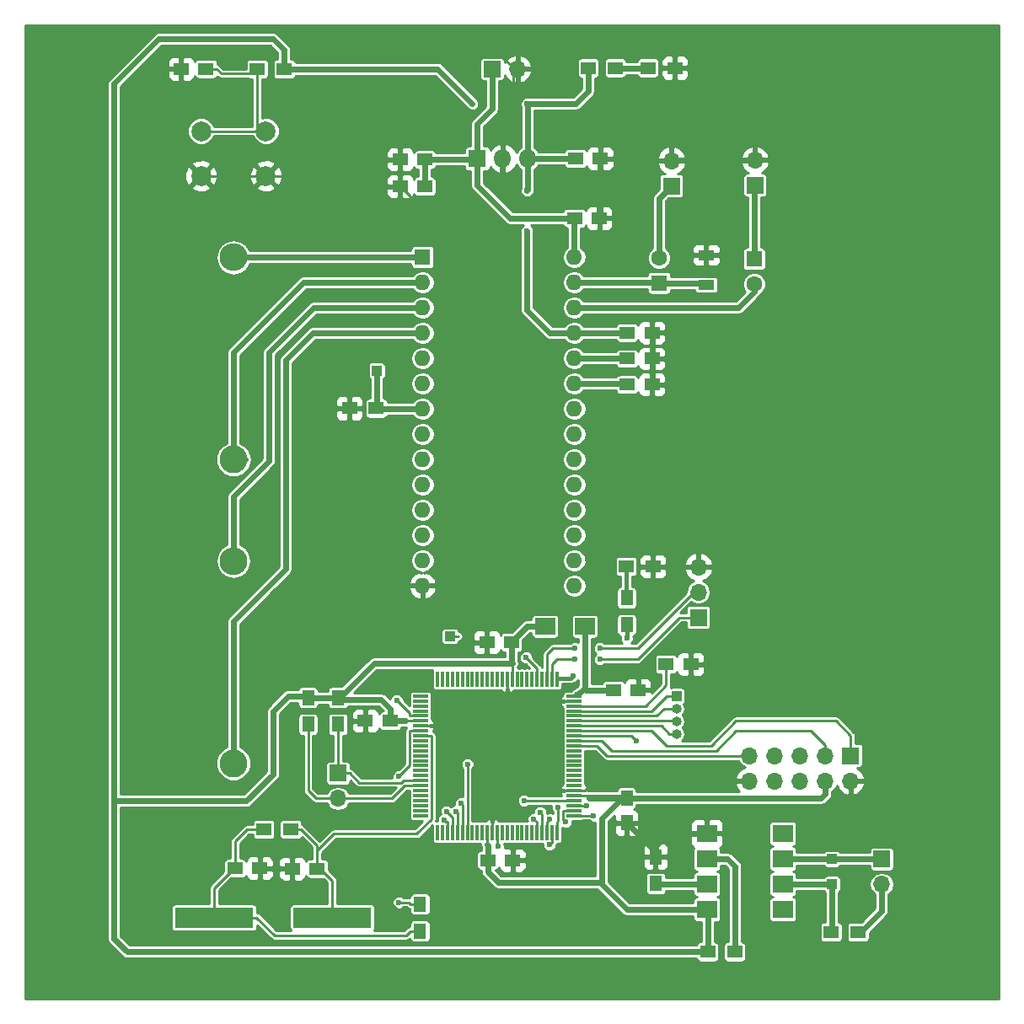
<source format=gbr>
G04 #@! TF.FileFunction,Copper,L1,Top,Signal*
%FSLAX46Y46*%
G04 Gerber Fmt 4.6, Leading zero omitted, Abs format (unit mm)*
G04 Created by KiCad (PCBNEW 4.0.7) date 12/21/18 13:01:04*
%MOMM*%
%LPD*%
G01*
G04 APERTURE LIST*
%ADD10C,0.100000*%
%ADD11R,1.000000X1.000000*%
%ADD12O,1.000000X1.000000*%
%ADD13R,1.600000X1.000000*%
%ADD14R,1.600000X1.600000*%
%ADD15O,1.600000X1.600000*%
%ADD16R,1.500000X1.250000*%
%ADD17R,1.700000X1.700000*%
%ADD18O,1.700000X1.700000*%
%ADD19R,1.800000X1.800000*%
%ADD20O,1.800000X1.800000*%
%ADD21R,1.500000X1.300000*%
%ADD22C,1.600000*%
%ADD23C,2.800000*%
%ADD24O,2.800000X2.800000*%
%ADD25R,1.250000X1.500000*%
%ADD26R,2.000000X1.700000*%
%ADD27R,1.300000X1.500000*%
%ADD28C,2.000000*%
%ADD29R,2.000000X1.780000*%
%ADD30R,0.300000X1.500000*%
%ADD31R,1.500000X0.300000*%
%ADD32R,7.875000X2.000000*%
%ADD33C,0.600000*%
%ADD34C,0.600000*%
%ADD35C,0.250000*%
%ADD36C,0.400000*%
%ADD37C,0.254000*%
G04 APERTURE END LIST*
D10*
D11*
X82500000Y-87500000D03*
D12*
X82500000Y-88770000D03*
X82500000Y-90040000D03*
X82500000Y-91310000D03*
D13*
X85500000Y-46200000D03*
X85500000Y-43200000D03*
D14*
X57000000Y-43400000D03*
D15*
X72240000Y-76420000D03*
X57000000Y-45940000D03*
X72240000Y-73880000D03*
X57000000Y-48480000D03*
X72240000Y-71340000D03*
X57000000Y-51020000D03*
X72240000Y-68800000D03*
X57000000Y-53560000D03*
X72240000Y-66260000D03*
X57000000Y-56100000D03*
X72240000Y-63720000D03*
X57000000Y-58640000D03*
X72240000Y-61180000D03*
X57000000Y-61180000D03*
X72240000Y-58640000D03*
X57000000Y-63720000D03*
X72240000Y-56100000D03*
X57000000Y-66260000D03*
X72240000Y-53560000D03*
X57000000Y-68800000D03*
X72240000Y-51020000D03*
X57000000Y-71340000D03*
X72240000Y-48480000D03*
X57000000Y-73880000D03*
X72240000Y-45940000D03*
X57000000Y-76420000D03*
X72240000Y-43400000D03*
D16*
X74750000Y-39500000D03*
X72250000Y-39500000D03*
X74850000Y-33500000D03*
X72350000Y-33500000D03*
D17*
X64000000Y-24500000D03*
D18*
X66540000Y-24500000D03*
D19*
X62500000Y-33500000D03*
D20*
X65040000Y-33500000D03*
X67580000Y-33500000D03*
D16*
X54750000Y-36300000D03*
X57250000Y-36300000D03*
X54750000Y-33600000D03*
X57250000Y-33600000D03*
X80050000Y-51000000D03*
X77550000Y-51000000D03*
X63450000Y-82100000D03*
X65950000Y-82100000D03*
X51250000Y-90000000D03*
X53750000Y-90000000D03*
D21*
X43100000Y-24500000D03*
X40400000Y-24500000D03*
D16*
X77550000Y-53600000D03*
X80050000Y-53600000D03*
X77550000Y-56200000D03*
X80050000Y-56200000D03*
D14*
X80750000Y-46000000D03*
D22*
X80750000Y-43500000D03*
D23*
X38000000Y-63750000D03*
D24*
X38000000Y-43430000D03*
D23*
X38000000Y-94250000D03*
D24*
X38000000Y-73930000D03*
D14*
X90300000Y-43600000D03*
D22*
X90300000Y-46100000D03*
D25*
X77500000Y-100250000D03*
X77500000Y-97750000D03*
D16*
X66050000Y-104000000D03*
X63550000Y-104000000D03*
X78650000Y-86900000D03*
X76150000Y-86900000D03*
X38150000Y-104800000D03*
X40650000Y-104800000D03*
X46400000Y-104850000D03*
X43900000Y-104850000D03*
X35250000Y-24500000D03*
X32750000Y-24500000D03*
X81450000Y-84300000D03*
X83950000Y-84300000D03*
D21*
X80150000Y-74500000D03*
X77450000Y-74500000D03*
D11*
X98125000Y-106375000D03*
X98125000Y-103875000D03*
D21*
X82350000Y-24400000D03*
X79650000Y-24400000D03*
D17*
X82000000Y-36250000D03*
D18*
X82000000Y-33710000D03*
D17*
X84700000Y-79600000D03*
D18*
X84700000Y-77060000D03*
X84700000Y-74520000D03*
D17*
X103125000Y-103875000D03*
D18*
X103125000Y-106415000D03*
D17*
X100000000Y-93500000D03*
D18*
X100000000Y-96040000D03*
X97460000Y-93500000D03*
X97460000Y-96040000D03*
X94920000Y-93500000D03*
X94920000Y-96040000D03*
X92380000Y-93500000D03*
X92380000Y-96040000D03*
X89840000Y-93500000D03*
X89840000Y-96040000D03*
D17*
X90400000Y-36200000D03*
D18*
X90400000Y-33660000D03*
D17*
X48500000Y-95250000D03*
D18*
X48500000Y-97790000D03*
D11*
X52400000Y-54800000D03*
X59750000Y-81500000D03*
D26*
X73300000Y-80500000D03*
X69300000Y-80500000D03*
D21*
X98050000Y-111200000D03*
X100750000Y-111200000D03*
D27*
X77500000Y-80350000D03*
X77500000Y-77650000D03*
X80400000Y-103650000D03*
X80400000Y-106350000D03*
D21*
X85650000Y-113200000D03*
X88350000Y-113200000D03*
X43750000Y-100900000D03*
X41050000Y-100900000D03*
D27*
X56750000Y-108400000D03*
X56750000Y-111100000D03*
D21*
X52350000Y-58600000D03*
X49650000Y-58600000D03*
D27*
X45500000Y-87650000D03*
X45500000Y-90350000D03*
X48500000Y-87650000D03*
X48500000Y-90350000D03*
D21*
X73650000Y-24400000D03*
X76350000Y-24400000D03*
D28*
X41250000Y-30750000D03*
X41250000Y-35250000D03*
X34750000Y-30750000D03*
X34750000Y-35250000D03*
D29*
X93185000Y-108935000D03*
X85565000Y-101315000D03*
X93185000Y-106395000D03*
X85565000Y-103855000D03*
X93185000Y-103855000D03*
X85565000Y-106395000D03*
X93185000Y-101315000D03*
X85565000Y-108935000D03*
D30*
X70500000Y-85800000D03*
X70000000Y-85800000D03*
X69500000Y-85800000D03*
X69000000Y-85800000D03*
X68500000Y-85800000D03*
X68000000Y-85800000D03*
X67500000Y-85800000D03*
X67000000Y-85800000D03*
X66500000Y-85800000D03*
X66000000Y-85800000D03*
X65500000Y-85800000D03*
X65000000Y-85800000D03*
X64500000Y-85800000D03*
X64000000Y-85800000D03*
X63500000Y-85800000D03*
X63000000Y-85800000D03*
X62500000Y-85800000D03*
X62000000Y-85800000D03*
X61500000Y-85800000D03*
X61000000Y-85800000D03*
X60500000Y-85800000D03*
X60000000Y-85800000D03*
X59500000Y-85800000D03*
X59000000Y-85800000D03*
X58500000Y-85800000D03*
D31*
X56800000Y-87500000D03*
X56800000Y-88000000D03*
X56800000Y-88500000D03*
X56800000Y-89000000D03*
X56800000Y-89500000D03*
X56800000Y-90000000D03*
X56800000Y-90500000D03*
X56800000Y-91000000D03*
X56800000Y-91500000D03*
X56800000Y-92000000D03*
X56800000Y-92500000D03*
X56800000Y-93000000D03*
X56800000Y-93500000D03*
X56800000Y-94000000D03*
X56800000Y-94500000D03*
X56800000Y-95000000D03*
X56800000Y-95500000D03*
X56800000Y-96000000D03*
X56800000Y-96500000D03*
X56800000Y-97000000D03*
X56800000Y-97500000D03*
X56800000Y-98000000D03*
X56800000Y-98500000D03*
X56800000Y-99000000D03*
X56800000Y-99500000D03*
D30*
X58500000Y-101200000D03*
X59000000Y-101200000D03*
X59500000Y-101200000D03*
X60000000Y-101200000D03*
X60500000Y-101200000D03*
X61000000Y-101200000D03*
X61500000Y-101200000D03*
X62000000Y-101200000D03*
X62500000Y-101200000D03*
X63000000Y-101200000D03*
X63500000Y-101200000D03*
X64000000Y-101200000D03*
X64500000Y-101200000D03*
X65000000Y-101200000D03*
X65500000Y-101200000D03*
X66000000Y-101200000D03*
X66500000Y-101200000D03*
X67000000Y-101200000D03*
X67500000Y-101200000D03*
X68000000Y-101200000D03*
X68500000Y-101200000D03*
X69000000Y-101200000D03*
X69500000Y-101200000D03*
X70000000Y-101200000D03*
X70500000Y-101200000D03*
D31*
X72200000Y-99500000D03*
X72200000Y-99000000D03*
X72200000Y-98500000D03*
X72200000Y-98000000D03*
X72200000Y-97500000D03*
X72200000Y-97000000D03*
X72200000Y-96500000D03*
X72200000Y-96000000D03*
X72200000Y-95500000D03*
X72200000Y-95000000D03*
X72200000Y-94500000D03*
X72200000Y-94000000D03*
X72200000Y-93500000D03*
X72200000Y-93000000D03*
X72200000Y-92500000D03*
X72200000Y-92000000D03*
X72200000Y-91500000D03*
X72200000Y-91000000D03*
X72200000Y-90500000D03*
X72200000Y-90000000D03*
X72200000Y-89500000D03*
X72200000Y-89000000D03*
X72200000Y-88500000D03*
X72200000Y-88000000D03*
X72200000Y-87500000D03*
D32*
X47937500Y-109750000D03*
X36062500Y-109750000D03*
D33*
X54386100Y-87905400D03*
X59163400Y-99924900D03*
X59415700Y-99091500D03*
X60369000Y-99076900D03*
X60856700Y-98293500D03*
X61500100Y-94350100D03*
X73463900Y-98500000D03*
X71365600Y-100166200D03*
X74195600Y-99500000D03*
X70565600Y-98658600D03*
X69736700Y-102453400D03*
X69777900Y-99880000D03*
X68799400Y-99200900D03*
X68174100Y-99835100D03*
X67195300Y-98000000D03*
X42450000Y-103850000D03*
X64000000Y-88700000D03*
X63450000Y-83300000D03*
X51800000Y-103325000D03*
X51850000Y-93200000D03*
X66225000Y-107225000D03*
X64000000Y-97925000D03*
X66150000Y-102875000D03*
X67500000Y-36750000D03*
X67500000Y-40750000D03*
X67500000Y-28000000D03*
X62000000Y-28000000D03*
X67399900Y-83624600D03*
X74800000Y-83800000D03*
X72300000Y-83800000D03*
X74800000Y-82700000D03*
X72300000Y-82700000D03*
X78500000Y-92000000D03*
X77500000Y-81700000D03*
X72100000Y-85500000D03*
X88400000Y-108400000D03*
X64600000Y-102600000D03*
X54631000Y-95574100D03*
X54631000Y-108218300D03*
D34*
X80750000Y-46000000D02*
X85300000Y-46000000D01*
X85300000Y-46000000D02*
X85500000Y-46200000D01*
X80690000Y-45940000D02*
X80750000Y-46000000D01*
X72240000Y-45940000D02*
X80690000Y-45940000D01*
X56970000Y-43430000D02*
X57000000Y-43400000D01*
X38000000Y-43430000D02*
X56970000Y-43430000D01*
X38000000Y-63750000D02*
X38000000Y-53000000D01*
X45060000Y-45940000D02*
X57000000Y-45940000D01*
X38000000Y-53000000D02*
X45060000Y-45940000D01*
X38000000Y-63750000D02*
X39190000Y-63750000D01*
X57000000Y-48480000D02*
X46080000Y-48480000D01*
X41600000Y-52960000D02*
X41600000Y-63880000D01*
X46080000Y-48480000D02*
X41600000Y-52960000D01*
X38000000Y-67480000D02*
X41600000Y-63880000D01*
X38000000Y-73930000D02*
X38000000Y-67480000D01*
X38000000Y-94250000D02*
X38000000Y-80000000D01*
X38000000Y-80000000D02*
X43250000Y-74750000D01*
X43250000Y-64750000D02*
X43250000Y-53750000D01*
X45980000Y-51020000D02*
X57000000Y-51020000D01*
X43250000Y-53750000D02*
X45980000Y-51020000D01*
X43250000Y-74750000D02*
X43250000Y-64750000D01*
X72240000Y-53560000D02*
X77510000Y-53560000D01*
X77510000Y-53560000D02*
X77550000Y-53600000D01*
X72240000Y-56100000D02*
X77450000Y-56100000D01*
X77450000Y-56100000D02*
X77550000Y-56200000D01*
X90300000Y-46100000D02*
X90300000Y-46900000D01*
X90300000Y-46900000D02*
X88720000Y-48480000D01*
X88720000Y-48480000D02*
X83080000Y-48480000D01*
X72240000Y-48480000D02*
X83080000Y-48480000D01*
D35*
X40400000Y-30750000D02*
X40400000Y-25475300D01*
X34750000Y-30750000D02*
X40400000Y-30750000D01*
X40400000Y-30750000D02*
X41250000Y-30750000D01*
X40400000Y-24500000D02*
X40400000Y-24987600D01*
X40400000Y-24987600D02*
X40400000Y-25475300D01*
X36812900Y-24987600D02*
X36325300Y-24500000D01*
X40400000Y-24987600D02*
X36812900Y-24987600D01*
X35250000Y-24500000D02*
X36325300Y-24500000D01*
X55724700Y-89244000D02*
X54386100Y-87905400D01*
X55724700Y-89500000D02*
X55724700Y-89244000D01*
X56800000Y-89500000D02*
X55724700Y-89500000D01*
X59363200Y-100124700D02*
X59500000Y-100124700D01*
X59163400Y-99924900D02*
X59363200Y-100124700D01*
X59500000Y-101200000D02*
X59500000Y-100124700D01*
X60000000Y-99675800D02*
X59415700Y-99091500D01*
X60000000Y-101200000D02*
X60000000Y-99675800D01*
X60500000Y-101200000D02*
X60500000Y-100124700D01*
X60500000Y-99207900D02*
X60369000Y-99076900D01*
X60500000Y-100124700D02*
X60500000Y-99207900D01*
X61000000Y-98436800D02*
X60856700Y-98293500D01*
X61000000Y-101200000D02*
X61000000Y-98436800D01*
X61500000Y-94350200D02*
X61500100Y-94350100D01*
X61500000Y-101200000D02*
X61500000Y-94350200D01*
X73275300Y-98500000D02*
X73463900Y-98500000D01*
X72200000Y-98500000D02*
X73275300Y-98500000D01*
X71124700Y-99000000D02*
X71124700Y-99925300D01*
X71124700Y-99925300D02*
X71365600Y-100166200D01*
X72200000Y-99000000D02*
X71124700Y-99000000D01*
X72200000Y-99500000D02*
X73275300Y-99500000D01*
X73275300Y-99500000D02*
X74195600Y-99500000D01*
X70500000Y-101200000D02*
X70500000Y-100124700D01*
X70500000Y-100124700D02*
X70565600Y-100059100D01*
X70565600Y-100059100D02*
X70565600Y-98658600D01*
X69914800Y-102275300D02*
X69736700Y-102453400D01*
X70000000Y-102275300D02*
X69914800Y-102275300D01*
X70000000Y-101200000D02*
X70000000Y-102275300D01*
X69500000Y-101200000D02*
X69500000Y-100124700D01*
X69500000Y-100124700D02*
X69533200Y-100124700D01*
X69533200Y-100124700D02*
X69777900Y-99880000D01*
X69000000Y-99401500D02*
X68799400Y-99200900D01*
X69000000Y-101200000D02*
X69000000Y-99401500D01*
X68463700Y-100124700D02*
X68174100Y-99835100D01*
X68500000Y-100124700D02*
X68463700Y-100124700D01*
X68500000Y-101200000D02*
X68500000Y-100124700D01*
D34*
X57000000Y-58640000D02*
X52390000Y-58640000D01*
X52390000Y-58640000D02*
X52400000Y-58630000D01*
X52400000Y-58630000D02*
X52400000Y-54800000D01*
D35*
X72200000Y-98000000D02*
X67195300Y-98000000D01*
X42350000Y-103950000D02*
X42350000Y-104800000D01*
X42450000Y-103850000D02*
X42350000Y-103950000D01*
X40650000Y-104800000D02*
X42350000Y-104800000D01*
X42350000Y-104800000D02*
X43850000Y-104800000D01*
X43850000Y-104800000D02*
X43900000Y-104850000D01*
X100000000Y-96040000D02*
X101360000Y-96040000D01*
X98375000Y-84300000D02*
X83950000Y-84300000D01*
X102425000Y-88350000D02*
X98375000Y-84300000D01*
X102425000Y-94975000D02*
X102425000Y-88350000D01*
X101360000Y-96040000D02*
X102425000Y-94975000D01*
X83950000Y-84300000D02*
X85700000Y-84300000D01*
X86420000Y-74520000D02*
X84700000Y-74520000D01*
X87625000Y-75725000D02*
X86420000Y-74520000D01*
X87625000Y-82375000D02*
X87625000Y-75725000D01*
X85700000Y-84300000D02*
X87625000Y-82375000D01*
X80150000Y-74500000D02*
X80150000Y-56300000D01*
X80150000Y-56300000D02*
X80050000Y-56200000D01*
X63450000Y-82100000D02*
X63450000Y-74850000D01*
X63450000Y-74850000D02*
X63600000Y-74700000D01*
X54750000Y-33600000D02*
X54750000Y-36300000D01*
X54750000Y-36300000D02*
X63600000Y-45150000D01*
X63600000Y-45150000D02*
X63600000Y-74700000D01*
X63600000Y-74700000D02*
X61880000Y-76420000D01*
X61880000Y-76420000D02*
X57000000Y-76420000D01*
X63450000Y-82100000D02*
X63450000Y-83300000D01*
X51250000Y-90000000D02*
X51250000Y-92600000D01*
X51250000Y-92600000D02*
X51850000Y-93200000D01*
X51800000Y-103325000D02*
X51800000Y-103250000D01*
X51800000Y-103250000D02*
X51800000Y-103325000D01*
X51800000Y-103325000D02*
X51800000Y-103250000D01*
X51800000Y-103250000D02*
X59000000Y-103250000D01*
X64250000Y-108500000D02*
X66000000Y-108500000D01*
X59000000Y-103250000D02*
X64250000Y-108500000D01*
X66000000Y-107450000D02*
X66000000Y-108500000D01*
X66225000Y-107225000D02*
X66000000Y-107450000D01*
X66050000Y-104000000D02*
X66050000Y-102975000D01*
X66150000Y-102875000D02*
X66050000Y-102975000D01*
X56800000Y-90500000D02*
X64000000Y-90500000D01*
X72200000Y-88000000D02*
X64700000Y-88000000D01*
X64700000Y-88000000D02*
X64500000Y-88200000D01*
X64000000Y-98100000D02*
X64000000Y-97925000D01*
X64000000Y-97925000D02*
X64000000Y-90500000D01*
X64000000Y-90500000D02*
X64000000Y-88700000D01*
X65500000Y-87200000D02*
X65500000Y-85800000D01*
X64000000Y-88700000D02*
X64500000Y-88200000D01*
X64500000Y-88200000D02*
X65500000Y-87200000D01*
X64000000Y-101200000D02*
X64000000Y-98100000D01*
X64000000Y-98100000D02*
X64000000Y-98000000D01*
X65000000Y-97000000D02*
X72200000Y-97000000D01*
X64000000Y-98000000D02*
X65000000Y-97000000D01*
X72200000Y-97000000D02*
X73300000Y-97000000D01*
X74260000Y-96040000D02*
X89840000Y-96040000D01*
X73300000Y-97000000D02*
X74260000Y-96040000D01*
X78650000Y-86900000D02*
X78650000Y-84650000D01*
X83950000Y-83350000D02*
X83950000Y-84300000D01*
X82900000Y-82300000D02*
X83950000Y-83350000D01*
X81000000Y-82300000D02*
X82900000Y-82300000D01*
X78650000Y-84650000D02*
X81000000Y-82300000D01*
X80150000Y-74500000D02*
X84680000Y-74500000D01*
X84680000Y-74500000D02*
X84700000Y-74520000D01*
D34*
X80400000Y-103650000D02*
X80400000Y-103150000D01*
X80400000Y-103150000D02*
X77500000Y-100250000D01*
X80400000Y-103650000D02*
X80400000Y-102600000D01*
X80400000Y-102600000D02*
X81685000Y-101315000D01*
X81685000Y-101315000D02*
X85565000Y-101315000D01*
X80050000Y-56200000D02*
X80050000Y-53600000D01*
X80050000Y-53600000D02*
X80050000Y-51000000D01*
X90400000Y-33660000D02*
X82050000Y-33660000D01*
X82050000Y-33660000D02*
X82000000Y-33710000D01*
X74850000Y-33500000D02*
X74850000Y-39400000D01*
X74850000Y-39400000D02*
X74750000Y-39500000D01*
X65040000Y-33500000D02*
X65040000Y-36840000D01*
X74750000Y-38150000D02*
X74750000Y-39500000D01*
X74600000Y-38000000D02*
X74750000Y-38150000D01*
X66200000Y-38000000D02*
X74600000Y-38000000D01*
X65040000Y-36840000D02*
X66200000Y-38000000D01*
D35*
X41250000Y-35250000D02*
X49400300Y-35250000D01*
X49400300Y-35250000D02*
X49500000Y-35349700D01*
X49500000Y-33300000D02*
X49500000Y-29550000D01*
X49400300Y-34350000D02*
X49400300Y-35250000D01*
X49500000Y-34250300D02*
X49400300Y-34350000D01*
X49500000Y-33300000D02*
X49500000Y-34250300D01*
X66540000Y-24500000D02*
X66220100Y-24500000D01*
X65040000Y-33500000D02*
X65040000Y-32274700D01*
X49500000Y-29550000D02*
X49500000Y-28599700D01*
X66220100Y-24500000D02*
X66069100Y-24500000D01*
X66069100Y-31245600D02*
X66069100Y-24500000D01*
X65040000Y-32274700D02*
X66069100Y-31245600D01*
X61715300Y-28599700D02*
X49500000Y-28599700D01*
X61774700Y-28659100D02*
X61715300Y-28599700D01*
X62259800Y-28659100D02*
X61774700Y-28659100D01*
X62659300Y-28259600D02*
X62259800Y-28659100D01*
X62659300Y-23675900D02*
X62659300Y-28259600D01*
X63010600Y-23324600D02*
X62659300Y-23675900D01*
X65031500Y-23324600D02*
X63010600Y-23324600D01*
X66069100Y-24362200D02*
X65031500Y-23324600D01*
X66069100Y-24500000D02*
X66069100Y-24362200D01*
X41250000Y-35250000D02*
X34750000Y-35250000D01*
X32750000Y-33250000D02*
X32750000Y-24500000D01*
X34750000Y-35250000D02*
X32750000Y-33250000D01*
X56996700Y-76420000D02*
X57000000Y-76420000D01*
D34*
X57250000Y-33600000D02*
X62400000Y-33600000D01*
X62400000Y-33600000D02*
X62500000Y-33500000D01*
X57250000Y-33600000D02*
X57250000Y-36300000D01*
X72250000Y-39500000D02*
X65800000Y-39500000D01*
X62500000Y-36200000D02*
X62500000Y-33500000D01*
X65800000Y-39500000D02*
X62500000Y-36200000D01*
X72240000Y-43400000D02*
X72240000Y-39510000D01*
X72240000Y-39510000D02*
X72250000Y-39500000D01*
X62300000Y-33300000D02*
X62500000Y-33500000D01*
X62500000Y-33500000D02*
X62500000Y-33660000D01*
X62500000Y-30000000D02*
X62500000Y-33500000D01*
X64000000Y-24500000D02*
X64000000Y-28500000D01*
X64000000Y-28500000D02*
X62500000Y-30000000D01*
X42000000Y-95350000D02*
X39300000Y-98050000D01*
X39300000Y-98050000D02*
X26000000Y-98050000D01*
X26000000Y-98050000D02*
X26050000Y-98050000D01*
X26050000Y-98050000D02*
X26000000Y-98050000D01*
X77500000Y-97750000D02*
X97050000Y-97750000D01*
X97460000Y-97340000D02*
X97460000Y-96040000D01*
X97050000Y-97750000D02*
X97460000Y-97340000D01*
D35*
X72200000Y-97500000D02*
X77250000Y-97500000D01*
X77250000Y-97500000D02*
X77500000Y-97750000D01*
D34*
X77500000Y-97750000D02*
X77050000Y-97750000D01*
X77050000Y-97750000D02*
X75000000Y-99800000D01*
X75000000Y-99800000D02*
X75000000Y-106400000D01*
X77500000Y-97750000D02*
X73750000Y-97750000D01*
X65950000Y-82100000D02*
X65950000Y-84200000D01*
X65950000Y-84200000D02*
X65900000Y-84250000D01*
X65950000Y-82100000D02*
X65950000Y-82050000D01*
X65950000Y-82050000D02*
X67500000Y-80500000D01*
X65900000Y-84250000D02*
X65900000Y-82100000D01*
X67500000Y-80500000D02*
X69300000Y-80500000D01*
X65900000Y-82100000D02*
X67500000Y-80500000D01*
X48500000Y-87650000D02*
X45500000Y-87650000D01*
X45500000Y-87650000D02*
X45350000Y-87500000D01*
X45350000Y-87500000D02*
X43500000Y-87500000D01*
X43500000Y-87500000D02*
X42000000Y-89000000D01*
X42000000Y-89000000D02*
X42000000Y-95350000D01*
X26000000Y-102350000D02*
X26000000Y-102500000D01*
X26000000Y-105000000D02*
X26000000Y-102500000D01*
X26000000Y-102500000D02*
X26000000Y-98050000D01*
X26000000Y-98050000D02*
X26000000Y-26000000D01*
X43100000Y-22600000D02*
X43100000Y-24500000D01*
X42000000Y-21500000D02*
X43100000Y-22600000D01*
X30500000Y-21500000D02*
X42000000Y-21500000D01*
X26000000Y-26000000D02*
X30500000Y-21500000D01*
X85650000Y-113200000D02*
X27300000Y-113200000D01*
X26000000Y-111900000D02*
X26000000Y-105000000D01*
X27300000Y-113200000D02*
X26000000Y-111900000D01*
X85565000Y-108935000D02*
X77535000Y-108935000D01*
X77535000Y-108935000D02*
X75000000Y-106400000D01*
X48500000Y-87850000D02*
X52850000Y-87850000D01*
X53750000Y-88750000D02*
X53750000Y-90000000D01*
X52850000Y-87850000D02*
X53750000Y-88750000D01*
X53750000Y-90000000D02*
X55250000Y-90000000D01*
D35*
X55250000Y-90000000D02*
X56800000Y-90000000D01*
D34*
X63550000Y-104000000D02*
X63550000Y-102500000D01*
X63550000Y-102500000D02*
X63500000Y-102450000D01*
X63550000Y-104000000D02*
X63550000Y-105150000D01*
X63550000Y-105150000D02*
X64600000Y-106200000D01*
X64600000Y-106200000D02*
X74800000Y-106200000D01*
X74800000Y-106200000D02*
X75000000Y-106400000D01*
X85650000Y-113200000D02*
X85650000Y-109020000D01*
X85650000Y-109020000D02*
X85565000Y-108935000D01*
X72240000Y-51020000D02*
X77530000Y-51020000D01*
X77530000Y-51020000D02*
X77550000Y-51000000D01*
X67500000Y-28000000D02*
X72400000Y-28000000D01*
X73650000Y-26750000D02*
X73650000Y-24400000D01*
X72400000Y-28000000D02*
X73650000Y-26750000D01*
X67580000Y-33500000D02*
X72350000Y-33500000D01*
X43100000Y-24500000D02*
X58500000Y-24500000D01*
X58500000Y-24500000D02*
X62000000Y-28000000D01*
X67580000Y-36670000D02*
X67580000Y-33500000D01*
X67500000Y-36750000D02*
X67580000Y-36670000D01*
X67580000Y-28080000D02*
X67580000Y-33500000D01*
X67500000Y-28000000D02*
X67580000Y-28080000D01*
X67580000Y-33500000D02*
X70000000Y-33500000D01*
D35*
X63500000Y-102750000D02*
X63500000Y-103000000D01*
X63500000Y-102450000D02*
X63500000Y-102750000D01*
D34*
X52100000Y-84250000D02*
X51400100Y-84949900D01*
X51400100Y-84949900D02*
X48500000Y-87850000D01*
X65900000Y-84250000D02*
X52100000Y-84250000D01*
X66000000Y-84250000D02*
X65900000Y-84250000D01*
D35*
X66000000Y-85800000D02*
X66000000Y-84250000D01*
D34*
X69770000Y-51020000D02*
X68130100Y-49380100D01*
X72240000Y-51020000D02*
X69770000Y-51020000D01*
X67500000Y-48750000D02*
X67500000Y-40750000D01*
X68130100Y-49380100D02*
X67500000Y-48750000D01*
D35*
X63500000Y-101200000D02*
X63500000Y-102450000D01*
X68500000Y-85800000D02*
X68500000Y-84724700D01*
X68500000Y-84724700D02*
X67399900Y-83624600D01*
X59750000Y-81500000D02*
X60575300Y-81500000D01*
X67399900Y-83624600D02*
X68500000Y-84724700D01*
D34*
X80750000Y-43500000D02*
X80750000Y-37500000D01*
X80750000Y-37500000D02*
X82000000Y-36250000D01*
X90300000Y-43600000D02*
X90300000Y-36300000D01*
X90300000Y-36300000D02*
X90400000Y-36200000D01*
X73300000Y-80500000D02*
X73300000Y-86800000D01*
X73300000Y-86800000D02*
X73400000Y-86900000D01*
X76150000Y-86900000D02*
X73400000Y-86900000D01*
X73400000Y-86900000D02*
X73250000Y-86750000D01*
D35*
X72200000Y-87500000D02*
X72200000Y-87400000D01*
X72200000Y-87400000D02*
X72400000Y-87200000D01*
X72400000Y-87200000D02*
X72800000Y-87200000D01*
D34*
X72800000Y-87200000D02*
X72700000Y-87200000D01*
X73250000Y-86750000D02*
X72800000Y-87200000D01*
D35*
X41050000Y-100900000D02*
X39350000Y-100900000D01*
X38150000Y-102100000D02*
X38150000Y-104800000D01*
X39350000Y-100900000D02*
X38150000Y-102100000D01*
X38150000Y-104800000D02*
X38050000Y-104800000D01*
X38050000Y-104800000D02*
X36062500Y-106787500D01*
X36062500Y-106787500D02*
X36062500Y-109750000D01*
X36062500Y-109750000D02*
X40325300Y-109750000D01*
X55324400Y-111550300D02*
X55774700Y-111100000D01*
X42125600Y-111550300D02*
X55324400Y-111550300D01*
X40325300Y-109750000D02*
X42125600Y-111550300D01*
X56750000Y-111100000D02*
X55774700Y-111100000D01*
X43750000Y-100900000D02*
X44800000Y-100900000D01*
X46400000Y-102500000D02*
X46400000Y-103050000D01*
X44800000Y-100900000D02*
X46400000Y-102500000D01*
X46400000Y-104850000D02*
X46400000Y-103050000D01*
X57875300Y-91500000D02*
X57875300Y-99877100D01*
X57875300Y-91500000D02*
X56800000Y-91500000D01*
X57875300Y-99877100D02*
X56402400Y-101350000D01*
X47250000Y-102200000D02*
X48100000Y-101350000D01*
X48100000Y-101350000D02*
X56402400Y-101350000D01*
X46400000Y-103050000D02*
X47250000Y-102200000D01*
X46400000Y-104850000D02*
X46750000Y-104850000D01*
X46750000Y-104850000D02*
X47937500Y-106037500D01*
X47937500Y-106037500D02*
X47937500Y-109750000D01*
X47937500Y-109750000D02*
X48418700Y-109750000D01*
X72200000Y-88500000D02*
X79400000Y-88500000D01*
X81450000Y-86450000D02*
X81450000Y-84300000D01*
X79400000Y-88500000D02*
X81450000Y-86450000D01*
D36*
X77450000Y-74500000D02*
X77450000Y-77600000D01*
X77450000Y-77600000D02*
X77500000Y-77650000D01*
D35*
X77450000Y-77600000D02*
X77500000Y-77650000D01*
D34*
X98125000Y-106375000D02*
X93205000Y-106375000D01*
X93205000Y-106375000D02*
X93185000Y-106395000D01*
X98125000Y-106375000D02*
X98125000Y-111125000D01*
X98125000Y-111125000D02*
X98050000Y-111200000D01*
D35*
X98125000Y-106375000D02*
X97712400Y-106375000D01*
X97712400Y-106375000D02*
X98125000Y-106787600D01*
D34*
X98125000Y-103875000D02*
X103125000Y-103875000D01*
X93185000Y-103855000D02*
X98105000Y-103855000D01*
X98105000Y-103855000D02*
X98125000Y-103875000D01*
X76350000Y-24400000D02*
X79650000Y-24400000D01*
D35*
X70000000Y-85800000D02*
X70000000Y-84300000D01*
X82800000Y-79600000D02*
X78600000Y-83800000D01*
X78600000Y-83800000D02*
X74800000Y-83800000D01*
X82800000Y-79600000D02*
X84700000Y-79600000D01*
X70500000Y-83800000D02*
X72300000Y-83800000D01*
X70000000Y-84300000D02*
X70500000Y-83800000D01*
X69500000Y-85800000D02*
X69500000Y-83300000D01*
X78600000Y-82700000D02*
X75100000Y-82700000D01*
X78600000Y-82700000D02*
X84240000Y-77060000D01*
X74800000Y-82700000D02*
X75100000Y-82700000D01*
X70100000Y-82700000D02*
X72300000Y-82700000D01*
X69500000Y-83300000D02*
X70100000Y-82700000D01*
X84700000Y-77060000D02*
X84240000Y-77060000D01*
D34*
X100750000Y-111200000D02*
X101000000Y-111200000D01*
X101000000Y-111200000D02*
X103125000Y-109075000D01*
X103125000Y-109075000D02*
X103125000Y-106415000D01*
D35*
X72200000Y-91000000D02*
X80000000Y-91000000D01*
X100000000Y-91500000D02*
X100000000Y-93500000D01*
X98500000Y-90000000D02*
X100000000Y-91500000D01*
X88500000Y-90000000D02*
X98500000Y-90000000D01*
X86000000Y-92500000D02*
X88500000Y-90000000D01*
X81500000Y-92500000D02*
X86000000Y-92500000D01*
X80000000Y-91000000D02*
X81500000Y-92500000D01*
X72200000Y-92000000D02*
X75000000Y-92000000D01*
X97460000Y-92460000D02*
X97460000Y-93500000D01*
X96000000Y-91000000D02*
X97460000Y-92460000D01*
X88500000Y-91000000D02*
X96000000Y-91000000D01*
X86500000Y-93000000D02*
X88500000Y-91000000D01*
X76000000Y-93000000D02*
X86500000Y-93000000D01*
X75000000Y-92000000D02*
X76000000Y-93000000D01*
X72200000Y-91500000D02*
X78000000Y-91500000D01*
X78000000Y-91500000D02*
X78500000Y-92000000D01*
X89840000Y-93500000D02*
X75500000Y-93500000D01*
X74500000Y-92500000D02*
X72200000Y-92500000D01*
X75500000Y-93500000D02*
X74500000Y-92500000D01*
X48500000Y-95250000D02*
X48500000Y-90350000D01*
X48500000Y-95250000D02*
X49675300Y-95250000D01*
X55089500Y-96000000D02*
X56800000Y-96000000D01*
X54890100Y-96199400D02*
X55089500Y-96000000D01*
X50624700Y-96199400D02*
X54890100Y-96199400D01*
X49675300Y-95250000D02*
X50624700Y-96199400D01*
X48500000Y-97790000D02*
X46290000Y-97790000D01*
X45500000Y-97000000D02*
X45500000Y-90350000D01*
X46290000Y-97790000D02*
X45500000Y-97000000D01*
X48500000Y-97790000D02*
X49675300Y-97790000D01*
X55226400Y-96500000D02*
X56800000Y-96500000D01*
X53936400Y-97790000D02*
X55226400Y-96500000D01*
X49675300Y-97790000D02*
X53936400Y-97790000D01*
X75500000Y-89000000D02*
X80000000Y-89000000D01*
X80000000Y-89000000D02*
X81500000Y-87500000D01*
X82500000Y-87500000D02*
X81500000Y-87500000D01*
X75500000Y-89000000D02*
X72200000Y-89000000D01*
X72200000Y-89500000D02*
X80500000Y-89500000D01*
X81230000Y-88770000D02*
X82500000Y-88770000D01*
X80500000Y-89500000D02*
X81230000Y-88770000D01*
X72200000Y-90000000D02*
X82460000Y-90000000D01*
X82460000Y-90000000D02*
X82500000Y-90040000D01*
X75000000Y-90500000D02*
X81000000Y-90500000D01*
X81810000Y-91310000D02*
X82500000Y-91310000D01*
X81000000Y-90500000D02*
X81810000Y-91310000D01*
X75000000Y-90500000D02*
X72200000Y-90500000D01*
D36*
X77500000Y-81700000D02*
X77500000Y-80350000D01*
D35*
X70500000Y-85800000D02*
X70700000Y-85800000D01*
D36*
X72100000Y-85500000D02*
X71900000Y-85700000D01*
X71900000Y-85700000D02*
X70800000Y-85700000D01*
D35*
X70700000Y-85800000D02*
X70800000Y-85700000D01*
D34*
X85565000Y-106395000D02*
X80445000Y-106395000D01*
X80445000Y-106395000D02*
X80400000Y-106350000D01*
D35*
X64500000Y-101200000D02*
X64500000Y-102500000D01*
X64500000Y-102500000D02*
X64600000Y-102600000D01*
X88400000Y-108400000D02*
X88350000Y-108400000D01*
X88350000Y-108400000D02*
X88400000Y-108400000D01*
X88400000Y-108400000D02*
X88350000Y-108400000D01*
D34*
X88350000Y-113200000D02*
X88350000Y-108400000D01*
X88350000Y-108400000D02*
X88350000Y-105350000D01*
X87655000Y-103855000D02*
X85565000Y-103855000D01*
X88400000Y-104600000D02*
X87655000Y-103855000D01*
X88400000Y-105300000D02*
X88400000Y-104600000D01*
X88350000Y-105350000D02*
X88400000Y-105300000D01*
D35*
X55724700Y-94480400D02*
X54631000Y-95574100D01*
X55724700Y-91000000D02*
X55724700Y-94480400D01*
X56750000Y-108400000D02*
X55774700Y-108400000D01*
X55593000Y-108218300D02*
X54631000Y-108218300D01*
X55774700Y-108400000D02*
X55593000Y-108218300D01*
X56800000Y-91000000D02*
X55724700Y-91000000D01*
D37*
G36*
X114873000Y-117873000D02*
X17127000Y-117873000D01*
X17127000Y-26000000D01*
X25323000Y-26000000D01*
X25323000Y-111900000D01*
X25374534Y-112159077D01*
X25521289Y-112378711D01*
X26821289Y-113678712D01*
X27040924Y-113825467D01*
X27300000Y-113877000D01*
X84520695Y-113877000D01*
X84541903Y-113989708D01*
X84624470Y-114118020D01*
X84750453Y-114204101D01*
X84900000Y-114234385D01*
X86400000Y-114234385D01*
X86539708Y-114208097D01*
X86668020Y-114125530D01*
X86754101Y-113999547D01*
X86784385Y-113850000D01*
X86784385Y-112550000D01*
X86758097Y-112410292D01*
X86675530Y-112281980D01*
X86549547Y-112195899D01*
X86400000Y-112165615D01*
X86327000Y-112165615D01*
X86327000Y-110209385D01*
X86565000Y-110209385D01*
X86704708Y-110183097D01*
X86833020Y-110100530D01*
X86919101Y-109974547D01*
X86949385Y-109825000D01*
X86949385Y-108045000D01*
X86923097Y-107905292D01*
X86840530Y-107776980D01*
X86714547Y-107690899D01*
X86587449Y-107665161D01*
X86704708Y-107643097D01*
X86833020Y-107560530D01*
X86919101Y-107434547D01*
X86949385Y-107285000D01*
X86949385Y-105505000D01*
X86923097Y-105365292D01*
X86840530Y-105236980D01*
X86714547Y-105150899D01*
X86587449Y-105125161D01*
X86704708Y-105103097D01*
X86833020Y-105020530D01*
X86919101Y-104894547D01*
X86949385Y-104745000D01*
X86949385Y-104532000D01*
X87374578Y-104532000D01*
X87723000Y-104880422D01*
X87723000Y-105098635D01*
X87673000Y-105350000D01*
X87673000Y-112165615D01*
X87600000Y-112165615D01*
X87460292Y-112191903D01*
X87331980Y-112274470D01*
X87245899Y-112400453D01*
X87215615Y-112550000D01*
X87215615Y-113850000D01*
X87241903Y-113989708D01*
X87324470Y-114118020D01*
X87450453Y-114204101D01*
X87600000Y-114234385D01*
X89100000Y-114234385D01*
X89239708Y-114208097D01*
X89368020Y-114125530D01*
X89454101Y-113999547D01*
X89484385Y-113850000D01*
X89484385Y-112550000D01*
X89458097Y-112410292D01*
X89375530Y-112281980D01*
X89249547Y-112195899D01*
X89100000Y-112165615D01*
X89027000Y-112165615D01*
X89027000Y-108655383D01*
X89076882Y-108535254D01*
X89077117Y-108265927D01*
X89027000Y-108144635D01*
X89027000Y-105551369D01*
X89077000Y-105300000D01*
X89077000Y-104600000D01*
X89025466Y-104340923D01*
X88878711Y-104121289D01*
X88133711Y-103376289D01*
X88101802Y-103354968D01*
X87914077Y-103229534D01*
X87655000Y-103178000D01*
X86949385Y-103178000D01*
X86949385Y-102965000D01*
X86923097Y-102825292D01*
X86881790Y-102761100D01*
X86924698Y-102743327D01*
X87103327Y-102564699D01*
X87200000Y-102331310D01*
X87200000Y-101600750D01*
X87041250Y-101442000D01*
X85692000Y-101442000D01*
X85692000Y-101462000D01*
X85438000Y-101462000D01*
X85438000Y-101442000D01*
X84088750Y-101442000D01*
X83930000Y-101600750D01*
X83930000Y-102331310D01*
X84026673Y-102564699D01*
X84205302Y-102743327D01*
X84248075Y-102761044D01*
X84210899Y-102815453D01*
X84180615Y-102965000D01*
X84180615Y-104745000D01*
X84206903Y-104884708D01*
X84289470Y-105013020D01*
X84415453Y-105099101D01*
X84542551Y-105124839D01*
X84425292Y-105146903D01*
X84296980Y-105229470D01*
X84210899Y-105355453D01*
X84180615Y-105505000D01*
X84180615Y-105718000D01*
X81434385Y-105718000D01*
X81434385Y-105600000D01*
X81408097Y-105460292D01*
X81325530Y-105331980D01*
X81199547Y-105245899D01*
X81050000Y-105215615D01*
X79750000Y-105215615D01*
X79610292Y-105241903D01*
X79481980Y-105324470D01*
X79395899Y-105450453D01*
X79365615Y-105600000D01*
X79365615Y-107100000D01*
X79391903Y-107239708D01*
X79474470Y-107368020D01*
X79600453Y-107454101D01*
X79750000Y-107484385D01*
X81050000Y-107484385D01*
X81189708Y-107458097D01*
X81318020Y-107375530D01*
X81404101Y-107249547D01*
X81434385Y-107100000D01*
X81434385Y-107072000D01*
X84180615Y-107072000D01*
X84180615Y-107285000D01*
X84206903Y-107424708D01*
X84289470Y-107553020D01*
X84415453Y-107639101D01*
X84542551Y-107664839D01*
X84425292Y-107686903D01*
X84296980Y-107769470D01*
X84210899Y-107895453D01*
X84180615Y-108045000D01*
X84180615Y-108258000D01*
X77815423Y-108258000D01*
X75677000Y-106119578D01*
X75677000Y-103935750D01*
X79115000Y-103935750D01*
X79115000Y-104526309D01*
X79211673Y-104759698D01*
X79390301Y-104938327D01*
X79623690Y-105035000D01*
X80114250Y-105035000D01*
X80273000Y-104876250D01*
X80273000Y-103777000D01*
X80527000Y-103777000D01*
X80527000Y-104876250D01*
X80685750Y-105035000D01*
X81176310Y-105035000D01*
X81409699Y-104938327D01*
X81588327Y-104759698D01*
X81685000Y-104526309D01*
X81685000Y-103935750D01*
X81526250Y-103777000D01*
X80527000Y-103777000D01*
X80273000Y-103777000D01*
X79273750Y-103777000D01*
X79115000Y-103935750D01*
X75677000Y-103935750D01*
X75677000Y-102773691D01*
X79115000Y-102773691D01*
X79115000Y-103364250D01*
X79273750Y-103523000D01*
X80273000Y-103523000D01*
X80273000Y-102423750D01*
X80527000Y-102423750D01*
X80527000Y-103523000D01*
X81526250Y-103523000D01*
X81685000Y-103364250D01*
X81685000Y-102773691D01*
X81588327Y-102540302D01*
X81409699Y-102361673D01*
X81176310Y-102265000D01*
X80685750Y-102265000D01*
X80527000Y-102423750D01*
X80273000Y-102423750D01*
X80114250Y-102265000D01*
X79623690Y-102265000D01*
X79390301Y-102361673D01*
X79211673Y-102540302D01*
X79115000Y-102773691D01*
X75677000Y-102773691D01*
X75677000Y-100535750D01*
X76240000Y-100535750D01*
X76240000Y-101126309D01*
X76336673Y-101359698D01*
X76515301Y-101538327D01*
X76748690Y-101635000D01*
X77214250Y-101635000D01*
X77373000Y-101476250D01*
X77373000Y-100377000D01*
X77627000Y-100377000D01*
X77627000Y-101476250D01*
X77785750Y-101635000D01*
X78251310Y-101635000D01*
X78484699Y-101538327D01*
X78663327Y-101359698D01*
X78760000Y-101126309D01*
X78760000Y-100535750D01*
X78601250Y-100377000D01*
X77627000Y-100377000D01*
X77373000Y-100377000D01*
X76398750Y-100377000D01*
X76240000Y-100535750D01*
X75677000Y-100535750D01*
X75677000Y-100298690D01*
X83930000Y-100298690D01*
X83930000Y-101029250D01*
X84088750Y-101188000D01*
X85438000Y-101188000D01*
X85438000Y-99948750D01*
X85692000Y-99948750D01*
X85692000Y-101188000D01*
X87041250Y-101188000D01*
X87200000Y-101029250D01*
X87200000Y-100425000D01*
X91800615Y-100425000D01*
X91800615Y-102205000D01*
X91826903Y-102344708D01*
X91909470Y-102473020D01*
X92035453Y-102559101D01*
X92162551Y-102584839D01*
X92045292Y-102606903D01*
X91916980Y-102689470D01*
X91830899Y-102815453D01*
X91800615Y-102965000D01*
X91800615Y-104745000D01*
X91826903Y-104884708D01*
X91909470Y-105013020D01*
X92035453Y-105099101D01*
X92162551Y-105124839D01*
X92045292Y-105146903D01*
X91916980Y-105229470D01*
X91830899Y-105355453D01*
X91800615Y-105505000D01*
X91800615Y-107285000D01*
X91826903Y-107424708D01*
X91909470Y-107553020D01*
X92035453Y-107639101D01*
X92162551Y-107664839D01*
X92045292Y-107686903D01*
X91916980Y-107769470D01*
X91830899Y-107895453D01*
X91800615Y-108045000D01*
X91800615Y-109825000D01*
X91826903Y-109964708D01*
X91909470Y-110093020D01*
X92035453Y-110179101D01*
X92185000Y-110209385D01*
X94185000Y-110209385D01*
X94324708Y-110183097D01*
X94453020Y-110100530D01*
X94539101Y-109974547D01*
X94569385Y-109825000D01*
X94569385Y-108045000D01*
X94543097Y-107905292D01*
X94460530Y-107776980D01*
X94334547Y-107690899D01*
X94207449Y-107665161D01*
X94324708Y-107643097D01*
X94453020Y-107560530D01*
X94539101Y-107434547D01*
X94569385Y-107285000D01*
X94569385Y-107052000D01*
X97290900Y-107052000D01*
X97349470Y-107143020D01*
X97448000Y-107210343D01*
X97448000Y-110165615D01*
X97300000Y-110165615D01*
X97160292Y-110191903D01*
X97031980Y-110274470D01*
X96945899Y-110400453D01*
X96915615Y-110550000D01*
X96915615Y-111850000D01*
X96941903Y-111989708D01*
X97024470Y-112118020D01*
X97150453Y-112204101D01*
X97300000Y-112234385D01*
X98800000Y-112234385D01*
X98939708Y-112208097D01*
X99068020Y-112125530D01*
X99154101Y-111999547D01*
X99184385Y-111850000D01*
X99184385Y-110550000D01*
X99615615Y-110550000D01*
X99615615Y-111850000D01*
X99641903Y-111989708D01*
X99724470Y-112118020D01*
X99850453Y-112204101D01*
X100000000Y-112234385D01*
X101500000Y-112234385D01*
X101639708Y-112208097D01*
X101768020Y-112125530D01*
X101854101Y-111999547D01*
X101884385Y-111850000D01*
X101884385Y-111273037D01*
X103603711Y-109553711D01*
X103709737Y-109395032D01*
X103750466Y-109334077D01*
X103802000Y-109075000D01*
X103802000Y-107426050D01*
X104016658Y-107282620D01*
X104282638Y-106884553D01*
X104376038Y-106415000D01*
X104282638Y-105945447D01*
X104016658Y-105547380D01*
X103618591Y-105281400D01*
X103149038Y-105188000D01*
X103100962Y-105188000D01*
X102631409Y-105281400D01*
X102233342Y-105547380D01*
X101967362Y-105945447D01*
X101873962Y-106415000D01*
X101967362Y-106884553D01*
X102233342Y-107282620D01*
X102448000Y-107426050D01*
X102448000Y-108794578D01*
X101076963Y-110165615D01*
X100000000Y-110165615D01*
X99860292Y-110191903D01*
X99731980Y-110274470D01*
X99645899Y-110400453D01*
X99615615Y-110550000D01*
X99184385Y-110550000D01*
X99158097Y-110410292D01*
X99075530Y-110281980D01*
X98949547Y-110195899D01*
X98802000Y-110166020D01*
X98802000Y-107209100D01*
X98893020Y-107150530D01*
X98979101Y-107024547D01*
X99009385Y-106875000D01*
X99009385Y-105875000D01*
X98983097Y-105735292D01*
X98900530Y-105606980D01*
X98774547Y-105520899D01*
X98625000Y-105490615D01*
X97625000Y-105490615D01*
X97485292Y-105516903D01*
X97356980Y-105599470D01*
X97289657Y-105698000D01*
X94569385Y-105698000D01*
X94569385Y-105505000D01*
X94543097Y-105365292D01*
X94460530Y-105236980D01*
X94334547Y-105150899D01*
X94207449Y-105125161D01*
X94324708Y-105103097D01*
X94453020Y-105020530D01*
X94539101Y-104894547D01*
X94569385Y-104745000D01*
X94569385Y-104532000D01*
X97278030Y-104532000D01*
X97349470Y-104643020D01*
X97475453Y-104729101D01*
X97625000Y-104759385D01*
X98625000Y-104759385D01*
X98764708Y-104733097D01*
X98893020Y-104650530D01*
X98960343Y-104552000D01*
X101890615Y-104552000D01*
X101890615Y-104725000D01*
X101916903Y-104864708D01*
X101999470Y-104993020D01*
X102125453Y-105079101D01*
X102275000Y-105109385D01*
X103975000Y-105109385D01*
X104114708Y-105083097D01*
X104243020Y-105000530D01*
X104329101Y-104874547D01*
X104359385Y-104725000D01*
X104359385Y-103025000D01*
X104333097Y-102885292D01*
X104250530Y-102756980D01*
X104124547Y-102670899D01*
X103975000Y-102640615D01*
X102275000Y-102640615D01*
X102135292Y-102666903D01*
X102006980Y-102749470D01*
X101920899Y-102875453D01*
X101890615Y-103025000D01*
X101890615Y-103198000D01*
X98959100Y-103198000D01*
X98900530Y-103106980D01*
X98774547Y-103020899D01*
X98625000Y-102990615D01*
X97625000Y-102990615D01*
X97485292Y-103016903D01*
X97356980Y-103099470D01*
X97303322Y-103178000D01*
X94569385Y-103178000D01*
X94569385Y-102965000D01*
X94543097Y-102825292D01*
X94460530Y-102696980D01*
X94334547Y-102610899D01*
X94207449Y-102585161D01*
X94324708Y-102563097D01*
X94453020Y-102480530D01*
X94539101Y-102354547D01*
X94569385Y-102205000D01*
X94569385Y-100425000D01*
X94543097Y-100285292D01*
X94460530Y-100156980D01*
X94334547Y-100070899D01*
X94185000Y-100040615D01*
X92185000Y-100040615D01*
X92045292Y-100066903D01*
X91916980Y-100149470D01*
X91830899Y-100275453D01*
X91800615Y-100425000D01*
X87200000Y-100425000D01*
X87200000Y-100298690D01*
X87103327Y-100065301D01*
X86924698Y-99886673D01*
X86691309Y-99790000D01*
X85850750Y-99790000D01*
X85692000Y-99948750D01*
X85438000Y-99948750D01*
X85279250Y-99790000D01*
X84438691Y-99790000D01*
X84205302Y-99886673D01*
X84026673Y-100065301D01*
X83930000Y-100298690D01*
X75677000Y-100298690D01*
X75677000Y-100080422D01*
X76240000Y-99517422D01*
X76240000Y-99964250D01*
X76398750Y-100123000D01*
X77373000Y-100123000D01*
X77373000Y-100103000D01*
X77627000Y-100103000D01*
X77627000Y-100123000D01*
X78601250Y-100123000D01*
X78760000Y-99964250D01*
X78760000Y-99373691D01*
X78663327Y-99140302D01*
X78484699Y-98961673D01*
X78251310Y-98865000D01*
X78228022Y-98865000D01*
X78264708Y-98858097D01*
X78393020Y-98775530D01*
X78479101Y-98649547D01*
X78509385Y-98500000D01*
X78509385Y-98427000D01*
X97050000Y-98427000D01*
X97309077Y-98375466D01*
X97528711Y-98228711D01*
X97938712Y-97818711D01*
X98085467Y-97599076D01*
X98137000Y-97340000D01*
X98137000Y-97059026D01*
X98327620Y-96931658D01*
X98593600Y-96533591D01*
X98602262Y-96490046D01*
X98804817Y-96921358D01*
X99233076Y-97311645D01*
X99643110Y-97481476D01*
X99873000Y-97360155D01*
X99873000Y-96167000D01*
X100127000Y-96167000D01*
X100127000Y-97360155D01*
X100356890Y-97481476D01*
X100766924Y-97311645D01*
X101195183Y-96921358D01*
X101441486Y-96396892D01*
X101320819Y-96167000D01*
X100127000Y-96167000D01*
X99873000Y-96167000D01*
X99853000Y-96167000D01*
X99853000Y-95913000D01*
X99873000Y-95913000D01*
X99873000Y-95893000D01*
X100127000Y-95893000D01*
X100127000Y-95913000D01*
X101320819Y-95913000D01*
X101441486Y-95683108D01*
X101195183Y-95158642D01*
X100766924Y-94768355D01*
X100684908Y-94734385D01*
X100850000Y-94734385D01*
X100989708Y-94708097D01*
X101118020Y-94625530D01*
X101204101Y-94499547D01*
X101234385Y-94350000D01*
X101234385Y-92650000D01*
X101208097Y-92510292D01*
X101125530Y-92381980D01*
X100999547Y-92295899D01*
X100850000Y-92265615D01*
X100502000Y-92265615D01*
X100502000Y-91500000D01*
X100498894Y-91484385D01*
X100463788Y-91307892D01*
X100386422Y-91192107D01*
X100354968Y-91145032D01*
X100354965Y-91145030D01*
X98854968Y-89645032D01*
X98692107Y-89536212D01*
X98500000Y-89497999D01*
X98499995Y-89498000D01*
X88500005Y-89498000D01*
X88500000Y-89497999D01*
X88307893Y-89536212D01*
X88145032Y-89645032D01*
X85792064Y-91998000D01*
X83035743Y-91998000D01*
X83137314Y-91930133D01*
X83327423Y-91645613D01*
X83394181Y-91310000D01*
X83327423Y-90974387D01*
X83137314Y-90689867D01*
X83115064Y-90675000D01*
X83137314Y-90660133D01*
X83327423Y-90375613D01*
X83394181Y-90040000D01*
X83327423Y-89704387D01*
X83137314Y-89419867D01*
X83115064Y-89405000D01*
X83137314Y-89390133D01*
X83327423Y-89105613D01*
X83394181Y-88770000D01*
X83327423Y-88434387D01*
X83235333Y-88296564D01*
X83268020Y-88275530D01*
X83354101Y-88149547D01*
X83384385Y-88000000D01*
X83384385Y-87000000D01*
X83358097Y-86860292D01*
X83275530Y-86731980D01*
X83149547Y-86645899D01*
X83000000Y-86615615D01*
X82000000Y-86615615D01*
X81915910Y-86631438D01*
X81933720Y-86541903D01*
X81952001Y-86450000D01*
X81952000Y-86449995D01*
X81952000Y-85309385D01*
X82200000Y-85309385D01*
X82339708Y-85283097D01*
X82468020Y-85200530D01*
X82554101Y-85074547D01*
X82565000Y-85020726D01*
X82565000Y-85051310D01*
X82661673Y-85284699D01*
X82840302Y-85463327D01*
X83073691Y-85560000D01*
X83664250Y-85560000D01*
X83823000Y-85401250D01*
X83823000Y-84427000D01*
X84077000Y-84427000D01*
X84077000Y-85401250D01*
X84235750Y-85560000D01*
X84826309Y-85560000D01*
X85059698Y-85463327D01*
X85238327Y-85284699D01*
X85335000Y-85051310D01*
X85335000Y-84585750D01*
X85176250Y-84427000D01*
X84077000Y-84427000D01*
X83823000Y-84427000D01*
X83803000Y-84427000D01*
X83803000Y-84173000D01*
X83823000Y-84173000D01*
X83823000Y-83198750D01*
X84077000Y-83198750D01*
X84077000Y-84173000D01*
X85176250Y-84173000D01*
X85335000Y-84014250D01*
X85335000Y-83548690D01*
X85238327Y-83315301D01*
X85059698Y-83136673D01*
X84826309Y-83040000D01*
X84235750Y-83040000D01*
X84077000Y-83198750D01*
X83823000Y-83198750D01*
X83664250Y-83040000D01*
X83073691Y-83040000D01*
X82840302Y-83136673D01*
X82661673Y-83315301D01*
X82565000Y-83548690D01*
X82565000Y-83571978D01*
X82558097Y-83535292D01*
X82475530Y-83406980D01*
X82349547Y-83320899D01*
X82200000Y-83290615D01*
X80700000Y-83290615D01*
X80560292Y-83316903D01*
X80431980Y-83399470D01*
X80345899Y-83525453D01*
X80315615Y-83675000D01*
X80315615Y-84925000D01*
X80341903Y-85064708D01*
X80424470Y-85193020D01*
X80550453Y-85279101D01*
X80700000Y-85309385D01*
X80948000Y-85309385D01*
X80948000Y-86242065D01*
X80019657Y-87170407D01*
X79876250Y-87027000D01*
X78777000Y-87027000D01*
X78777000Y-87047000D01*
X78523000Y-87047000D01*
X78523000Y-87027000D01*
X78503000Y-87027000D01*
X78503000Y-86773000D01*
X78523000Y-86773000D01*
X78523000Y-85798750D01*
X78777000Y-85798750D01*
X78777000Y-86773000D01*
X79876250Y-86773000D01*
X80035000Y-86614250D01*
X80035000Y-86148690D01*
X79938327Y-85915301D01*
X79759698Y-85736673D01*
X79526309Y-85640000D01*
X78935750Y-85640000D01*
X78777000Y-85798750D01*
X78523000Y-85798750D01*
X78364250Y-85640000D01*
X77773691Y-85640000D01*
X77540302Y-85736673D01*
X77361673Y-85915301D01*
X77265000Y-86148690D01*
X77265000Y-86171978D01*
X77258097Y-86135292D01*
X77175530Y-86006980D01*
X77049547Y-85920899D01*
X76900000Y-85890615D01*
X75400000Y-85890615D01*
X75260292Y-85916903D01*
X75131980Y-85999470D01*
X75045899Y-86125453D01*
X75026145Y-86223000D01*
X73977000Y-86223000D01*
X73977000Y-82834073D01*
X74122883Y-82834073D01*
X74225733Y-83082989D01*
X74392577Y-83250124D01*
X74226402Y-83416010D01*
X74123118Y-83664746D01*
X74122883Y-83934073D01*
X74225733Y-84182989D01*
X74416010Y-84373598D01*
X74664746Y-84476882D01*
X74934073Y-84477117D01*
X75182989Y-84374267D01*
X75255382Y-84302000D01*
X78599995Y-84302000D01*
X78600000Y-84302001D01*
X78792107Y-84263788D01*
X78954968Y-84154968D01*
X83007936Y-80102000D01*
X83465615Y-80102000D01*
X83465615Y-80450000D01*
X83491903Y-80589708D01*
X83574470Y-80718020D01*
X83700453Y-80804101D01*
X83850000Y-80834385D01*
X85550000Y-80834385D01*
X85689708Y-80808097D01*
X85818020Y-80725530D01*
X85904101Y-80599547D01*
X85934385Y-80450000D01*
X85934385Y-78750000D01*
X85908097Y-78610292D01*
X85825530Y-78481980D01*
X85699547Y-78395899D01*
X85550000Y-78365615D01*
X83850000Y-78365615D01*
X83710292Y-78391903D01*
X83581980Y-78474470D01*
X83495899Y-78600453D01*
X83465615Y-78750000D01*
X83465615Y-79098000D01*
X82911935Y-79098000D01*
X83972577Y-78037358D01*
X84206409Y-78193600D01*
X84675962Y-78287000D01*
X84724038Y-78287000D01*
X85193591Y-78193600D01*
X85591658Y-77927620D01*
X85857638Y-77529553D01*
X85951038Y-77060000D01*
X85857638Y-76590447D01*
X85591658Y-76192380D01*
X85193591Y-75926400D01*
X85150046Y-75917738D01*
X85581358Y-75715183D01*
X85971645Y-75286924D01*
X86141476Y-74876890D01*
X86020155Y-74647000D01*
X84827000Y-74647000D01*
X84827000Y-74667000D01*
X84573000Y-74667000D01*
X84573000Y-74647000D01*
X83379845Y-74647000D01*
X83258524Y-74876890D01*
X83428355Y-75286924D01*
X83818642Y-75715183D01*
X84249954Y-75917738D01*
X84206409Y-75926400D01*
X83808342Y-76192380D01*
X83542362Y-76590447D01*
X83448962Y-77060000D01*
X83462418Y-77127647D01*
X78392064Y-82198000D01*
X77959389Y-82198000D01*
X78073598Y-82083990D01*
X78176882Y-81835254D01*
X78177117Y-81565927D01*
X78143425Y-81484385D01*
X78150000Y-81484385D01*
X78289708Y-81458097D01*
X78418020Y-81375530D01*
X78504101Y-81249547D01*
X78534385Y-81100000D01*
X78534385Y-79600000D01*
X78508097Y-79460292D01*
X78425530Y-79331980D01*
X78299547Y-79245899D01*
X78150000Y-79215615D01*
X76850000Y-79215615D01*
X76710292Y-79241903D01*
X76581980Y-79324470D01*
X76495899Y-79450453D01*
X76465615Y-79600000D01*
X76465615Y-81100000D01*
X76491903Y-81239708D01*
X76574470Y-81368020D01*
X76700453Y-81454101D01*
X76850000Y-81484385D01*
X76856487Y-81484385D01*
X76823118Y-81564746D01*
X76822883Y-81834073D01*
X76925733Y-82082989D01*
X77040544Y-82198000D01*
X75255463Y-82198000D01*
X75183990Y-82126402D01*
X74935254Y-82023118D01*
X74665927Y-82022883D01*
X74417011Y-82125733D01*
X74226402Y-82316010D01*
X74123118Y-82564746D01*
X74122883Y-82834073D01*
X73977000Y-82834073D01*
X73977000Y-81734385D01*
X74300000Y-81734385D01*
X74439708Y-81708097D01*
X74568020Y-81625530D01*
X74654101Y-81499547D01*
X74684385Y-81350000D01*
X74684385Y-79650000D01*
X74658097Y-79510292D01*
X74575530Y-79381980D01*
X74449547Y-79295899D01*
X74300000Y-79265615D01*
X72300000Y-79265615D01*
X72160292Y-79291903D01*
X72031980Y-79374470D01*
X71945899Y-79500453D01*
X71915615Y-79650000D01*
X71915615Y-81350000D01*
X71941903Y-81489708D01*
X72024470Y-81618020D01*
X72150453Y-81704101D01*
X72300000Y-81734385D01*
X72623000Y-81734385D01*
X72623000Y-82101077D01*
X72435254Y-82023118D01*
X72165927Y-82022883D01*
X71917011Y-82125733D01*
X71844618Y-82198000D01*
X70100000Y-82198000D01*
X69907892Y-82236212D01*
X69745032Y-82345032D01*
X69145032Y-82945032D01*
X69036212Y-83107893D01*
X68997999Y-83300000D01*
X68998000Y-83300005D01*
X68998000Y-84665615D01*
X68990247Y-84665615D01*
X68988130Y-84654968D01*
X68963788Y-84532592D01*
X68885215Y-84415000D01*
X68854968Y-84369732D01*
X68854965Y-84369730D01*
X68076929Y-83591693D01*
X68077017Y-83490527D01*
X67974167Y-83241611D01*
X67783890Y-83051002D01*
X67535154Y-82947718D01*
X67265827Y-82947483D01*
X67016911Y-83050333D01*
X66826302Y-83240610D01*
X66723018Y-83489346D01*
X66722783Y-83758673D01*
X66825633Y-84007589D01*
X67015910Y-84198198D01*
X67264646Y-84301482D01*
X67366936Y-84301571D01*
X67749828Y-84684464D01*
X67746329Y-84685122D01*
X67650000Y-84665615D01*
X67350000Y-84665615D01*
X67246329Y-84685122D01*
X67150000Y-84665615D01*
X66850000Y-84665615D01*
X66746329Y-84685122D01*
X66650000Y-84665615D01*
X66520870Y-84665615D01*
X66625466Y-84509077D01*
X66677000Y-84250000D01*
X66627000Y-83998635D01*
X66627000Y-83109385D01*
X66700000Y-83109385D01*
X66839708Y-83083097D01*
X66968020Y-83000530D01*
X67054101Y-82874547D01*
X67084385Y-82725000D01*
X67084385Y-81873037D01*
X67780423Y-81177000D01*
X67915615Y-81177000D01*
X67915615Y-81350000D01*
X67941903Y-81489708D01*
X68024470Y-81618020D01*
X68150453Y-81704101D01*
X68300000Y-81734385D01*
X70300000Y-81734385D01*
X70439708Y-81708097D01*
X70568020Y-81625530D01*
X70654101Y-81499547D01*
X70684385Y-81350000D01*
X70684385Y-79650000D01*
X70658097Y-79510292D01*
X70575530Y-79381980D01*
X70449547Y-79295899D01*
X70300000Y-79265615D01*
X68300000Y-79265615D01*
X68160292Y-79291903D01*
X68031980Y-79374470D01*
X67945899Y-79500453D01*
X67915615Y-79650000D01*
X67915615Y-79823000D01*
X67500000Y-79823000D01*
X67240924Y-79874533D01*
X67021289Y-80021288D01*
X65951963Y-81090615D01*
X65200000Y-81090615D01*
X65060292Y-81116903D01*
X64931980Y-81199470D01*
X64845899Y-81325453D01*
X64835000Y-81379274D01*
X64835000Y-81348690D01*
X64738327Y-81115301D01*
X64559698Y-80936673D01*
X64326309Y-80840000D01*
X63735750Y-80840000D01*
X63577000Y-80998750D01*
X63577000Y-81973000D01*
X63597000Y-81973000D01*
X63597000Y-82227000D01*
X63577000Y-82227000D01*
X63577000Y-83201250D01*
X63735750Y-83360000D01*
X64326309Y-83360000D01*
X64559698Y-83263327D01*
X64738327Y-83084699D01*
X64835000Y-82851310D01*
X64835000Y-82828022D01*
X64841903Y-82864708D01*
X64924470Y-82993020D01*
X65050453Y-83079101D01*
X65200000Y-83109385D01*
X65223000Y-83109385D01*
X65223000Y-83573000D01*
X52100000Y-83573000D01*
X51840923Y-83624534D01*
X51640170Y-83758673D01*
X51621289Y-83771289D01*
X48876963Y-86515615D01*
X47850000Y-86515615D01*
X47710292Y-86541903D01*
X47581980Y-86624470D01*
X47495899Y-86750453D01*
X47465615Y-86900000D01*
X47465615Y-86973000D01*
X46534385Y-86973000D01*
X46534385Y-86900000D01*
X46508097Y-86760292D01*
X46425530Y-86631980D01*
X46299547Y-86545899D01*
X46150000Y-86515615D01*
X44850000Y-86515615D01*
X44710292Y-86541903D01*
X44581980Y-86624470D01*
X44495899Y-86750453D01*
X44481208Y-86823000D01*
X43500000Y-86823000D01*
X43240923Y-86874534D01*
X43151350Y-86934385D01*
X43021288Y-87021289D01*
X41521289Y-88521289D01*
X41374534Y-88740923D01*
X41323000Y-89000000D01*
X41323000Y-95069577D01*
X39019578Y-97373000D01*
X26677000Y-97373000D01*
X26677000Y-94601916D01*
X36222693Y-94601916D01*
X36492655Y-95255274D01*
X36992096Y-95755588D01*
X37644982Y-96026690D01*
X38351916Y-96027307D01*
X39005274Y-95757345D01*
X39505588Y-95257904D01*
X39776690Y-94605018D01*
X39777307Y-93898084D01*
X39507345Y-93244726D01*
X39007904Y-92744412D01*
X38677000Y-92607009D01*
X38677000Y-82385750D01*
X62065000Y-82385750D01*
X62065000Y-82851310D01*
X62161673Y-83084699D01*
X62340302Y-83263327D01*
X62573691Y-83360000D01*
X63164250Y-83360000D01*
X63323000Y-83201250D01*
X63323000Y-82227000D01*
X62223750Y-82227000D01*
X62065000Y-82385750D01*
X38677000Y-82385750D01*
X38677000Y-81000000D01*
X58865615Y-81000000D01*
X58865615Y-82000000D01*
X58891903Y-82139708D01*
X58974470Y-82268020D01*
X59100453Y-82354101D01*
X59250000Y-82384385D01*
X60250000Y-82384385D01*
X60389708Y-82358097D01*
X60518020Y-82275530D01*
X60604101Y-82149547D01*
X60634385Y-82000000D01*
X60634385Y-81990247D01*
X60767407Y-81963788D01*
X60930268Y-81854968D01*
X61039088Y-81692107D01*
X61077300Y-81500000D01*
X61047203Y-81348690D01*
X62065000Y-81348690D01*
X62065000Y-81814250D01*
X62223750Y-81973000D01*
X63323000Y-81973000D01*
X63323000Y-80998750D01*
X63164250Y-80840000D01*
X62573691Y-80840000D01*
X62340302Y-80936673D01*
X62161673Y-81115301D01*
X62065000Y-81348690D01*
X61047203Y-81348690D01*
X61039088Y-81307893D01*
X60930268Y-81145032D01*
X60767407Y-81036212D01*
X60634385Y-81009753D01*
X60634385Y-81000000D01*
X60608097Y-80860292D01*
X60525530Y-80731980D01*
X60399547Y-80645899D01*
X60250000Y-80615615D01*
X59250000Y-80615615D01*
X59110292Y-80641903D01*
X58981980Y-80724470D01*
X58895899Y-80850453D01*
X58865615Y-81000000D01*
X38677000Y-81000000D01*
X38677000Y-80280422D01*
X42188383Y-76769039D01*
X55608096Y-76769039D01*
X55768959Y-77157423D01*
X56144866Y-77572389D01*
X56650959Y-77811914D01*
X56873000Y-77690629D01*
X56873000Y-76547000D01*
X57127000Y-76547000D01*
X57127000Y-77690629D01*
X57349041Y-77811914D01*
X57855134Y-77572389D01*
X58231041Y-77157423D01*
X58391904Y-76769039D01*
X58269915Y-76547000D01*
X57127000Y-76547000D01*
X56873000Y-76547000D01*
X55730085Y-76547000D01*
X55608096Y-76769039D01*
X42188383Y-76769039D01*
X42537422Y-76420000D01*
X71039941Y-76420000D01*
X71129535Y-76870418D01*
X71384676Y-77252265D01*
X71766523Y-77507406D01*
X72216941Y-77597000D01*
X72263059Y-77597000D01*
X72713477Y-77507406D01*
X73095324Y-77252265D01*
X73350465Y-76870418D01*
X73440059Y-76420000D01*
X73350465Y-75969582D01*
X73095324Y-75587735D01*
X72713477Y-75332594D01*
X72263059Y-75243000D01*
X72216941Y-75243000D01*
X71766523Y-75332594D01*
X71384676Y-75587735D01*
X71129535Y-75969582D01*
X71039941Y-76420000D01*
X42537422Y-76420000D01*
X42886461Y-76070961D01*
X55608096Y-76070961D01*
X55730085Y-76293000D01*
X56873000Y-76293000D01*
X56873000Y-76273000D01*
X57127000Y-76273000D01*
X57127000Y-76293000D01*
X58269915Y-76293000D01*
X58391904Y-76070961D01*
X58231041Y-75682577D01*
X57855134Y-75267611D01*
X57349041Y-75028086D01*
X57127002Y-75149370D01*
X57127002Y-75036324D01*
X57473477Y-74967406D01*
X57855324Y-74712265D01*
X58110465Y-74330418D01*
X58200059Y-73880000D01*
X71039941Y-73880000D01*
X71129535Y-74330418D01*
X71384676Y-74712265D01*
X71766523Y-74967406D01*
X72216941Y-75057000D01*
X72263059Y-75057000D01*
X72713477Y-74967406D01*
X73095324Y-74712265D01*
X73350465Y-74330418D01*
X73440059Y-73880000D01*
X73434092Y-73850000D01*
X76315615Y-73850000D01*
X76315615Y-75150000D01*
X76341903Y-75289708D01*
X76424470Y-75418020D01*
X76550453Y-75504101D01*
X76700000Y-75534385D01*
X76873000Y-75534385D01*
X76873000Y-76515615D01*
X76850000Y-76515615D01*
X76710292Y-76541903D01*
X76581980Y-76624470D01*
X76495899Y-76750453D01*
X76465615Y-76900000D01*
X76465615Y-78400000D01*
X76491903Y-78539708D01*
X76574470Y-78668020D01*
X76700453Y-78754101D01*
X76850000Y-78784385D01*
X78150000Y-78784385D01*
X78289708Y-78758097D01*
X78418020Y-78675530D01*
X78504101Y-78549547D01*
X78534385Y-78400000D01*
X78534385Y-76900000D01*
X78508097Y-76760292D01*
X78425530Y-76631980D01*
X78299547Y-76545899D01*
X78150000Y-76515615D01*
X78027000Y-76515615D01*
X78027000Y-75534385D01*
X78200000Y-75534385D01*
X78339708Y-75508097D01*
X78468020Y-75425530D01*
X78554101Y-75299547D01*
X78584385Y-75150000D01*
X78584385Y-74785750D01*
X78765000Y-74785750D01*
X78765000Y-75276310D01*
X78861673Y-75509699D01*
X79040302Y-75688327D01*
X79273691Y-75785000D01*
X79864250Y-75785000D01*
X80023000Y-75626250D01*
X80023000Y-74627000D01*
X80277000Y-74627000D01*
X80277000Y-75626250D01*
X80435750Y-75785000D01*
X81026309Y-75785000D01*
X81259698Y-75688327D01*
X81438327Y-75509699D01*
X81535000Y-75276310D01*
X81535000Y-74785750D01*
X81376250Y-74627000D01*
X80277000Y-74627000D01*
X80023000Y-74627000D01*
X78923750Y-74627000D01*
X78765000Y-74785750D01*
X78584385Y-74785750D01*
X78584385Y-73850000D01*
X78560619Y-73723690D01*
X78765000Y-73723690D01*
X78765000Y-74214250D01*
X78923750Y-74373000D01*
X80023000Y-74373000D01*
X80023000Y-73373750D01*
X80277000Y-73373750D01*
X80277000Y-74373000D01*
X81376250Y-74373000D01*
X81535000Y-74214250D01*
X81535000Y-74163110D01*
X83258524Y-74163110D01*
X83379845Y-74393000D01*
X84573000Y-74393000D01*
X84573000Y-73199181D01*
X84827000Y-73199181D01*
X84827000Y-74393000D01*
X86020155Y-74393000D01*
X86141476Y-74163110D01*
X85971645Y-73753076D01*
X85581358Y-73324817D01*
X85056892Y-73078514D01*
X84827000Y-73199181D01*
X84573000Y-73199181D01*
X84343108Y-73078514D01*
X83818642Y-73324817D01*
X83428355Y-73753076D01*
X83258524Y-74163110D01*
X81535000Y-74163110D01*
X81535000Y-73723690D01*
X81438327Y-73490301D01*
X81259698Y-73311673D01*
X81026309Y-73215000D01*
X80435750Y-73215000D01*
X80277000Y-73373750D01*
X80023000Y-73373750D01*
X79864250Y-73215000D01*
X79273691Y-73215000D01*
X79040302Y-73311673D01*
X78861673Y-73490301D01*
X78765000Y-73723690D01*
X78560619Y-73723690D01*
X78558097Y-73710292D01*
X78475530Y-73581980D01*
X78349547Y-73495899D01*
X78200000Y-73465615D01*
X76700000Y-73465615D01*
X76560292Y-73491903D01*
X76431980Y-73574470D01*
X76345899Y-73700453D01*
X76315615Y-73850000D01*
X73434092Y-73850000D01*
X73350465Y-73429582D01*
X73095324Y-73047735D01*
X72713477Y-72792594D01*
X72263059Y-72703000D01*
X72216941Y-72703000D01*
X71766523Y-72792594D01*
X71384676Y-73047735D01*
X71129535Y-73429582D01*
X71039941Y-73880000D01*
X58200059Y-73880000D01*
X58110465Y-73429582D01*
X57855324Y-73047735D01*
X57473477Y-72792594D01*
X57023059Y-72703000D01*
X56976941Y-72703000D01*
X56526523Y-72792594D01*
X56144676Y-73047735D01*
X55889535Y-73429582D01*
X55799941Y-73880000D01*
X55889535Y-74330418D01*
X56144676Y-74712265D01*
X56526523Y-74967406D01*
X56872998Y-75036324D01*
X56872998Y-75149370D01*
X56650959Y-75028086D01*
X56144866Y-75267611D01*
X55768959Y-75682577D01*
X55608096Y-76070961D01*
X42886461Y-76070961D01*
X43728711Y-75228711D01*
X43781724Y-75149371D01*
X43875466Y-75009077D01*
X43927000Y-74750000D01*
X43927000Y-71340000D01*
X55799941Y-71340000D01*
X55889535Y-71790418D01*
X56144676Y-72172265D01*
X56526523Y-72427406D01*
X56976941Y-72517000D01*
X57023059Y-72517000D01*
X57473477Y-72427406D01*
X57855324Y-72172265D01*
X58110465Y-71790418D01*
X58200059Y-71340000D01*
X71039941Y-71340000D01*
X71129535Y-71790418D01*
X71384676Y-72172265D01*
X71766523Y-72427406D01*
X72216941Y-72517000D01*
X72263059Y-72517000D01*
X72713477Y-72427406D01*
X73095324Y-72172265D01*
X73350465Y-71790418D01*
X73440059Y-71340000D01*
X73350465Y-70889582D01*
X73095324Y-70507735D01*
X72713477Y-70252594D01*
X72263059Y-70163000D01*
X72216941Y-70163000D01*
X71766523Y-70252594D01*
X71384676Y-70507735D01*
X71129535Y-70889582D01*
X71039941Y-71340000D01*
X58200059Y-71340000D01*
X58110465Y-70889582D01*
X57855324Y-70507735D01*
X57473477Y-70252594D01*
X57023059Y-70163000D01*
X56976941Y-70163000D01*
X56526523Y-70252594D01*
X56144676Y-70507735D01*
X55889535Y-70889582D01*
X55799941Y-71340000D01*
X43927000Y-71340000D01*
X43927000Y-68800000D01*
X55799941Y-68800000D01*
X55889535Y-69250418D01*
X56144676Y-69632265D01*
X56526523Y-69887406D01*
X56976941Y-69977000D01*
X57023059Y-69977000D01*
X57473477Y-69887406D01*
X57855324Y-69632265D01*
X58110465Y-69250418D01*
X58200059Y-68800000D01*
X71039941Y-68800000D01*
X71129535Y-69250418D01*
X71384676Y-69632265D01*
X71766523Y-69887406D01*
X72216941Y-69977000D01*
X72263059Y-69977000D01*
X72713477Y-69887406D01*
X73095324Y-69632265D01*
X73350465Y-69250418D01*
X73440059Y-68800000D01*
X73350465Y-68349582D01*
X73095324Y-67967735D01*
X72713477Y-67712594D01*
X72263059Y-67623000D01*
X72216941Y-67623000D01*
X71766523Y-67712594D01*
X71384676Y-67967735D01*
X71129535Y-68349582D01*
X71039941Y-68800000D01*
X58200059Y-68800000D01*
X58110465Y-68349582D01*
X57855324Y-67967735D01*
X57473477Y-67712594D01*
X57023059Y-67623000D01*
X56976941Y-67623000D01*
X56526523Y-67712594D01*
X56144676Y-67967735D01*
X55889535Y-68349582D01*
X55799941Y-68800000D01*
X43927000Y-68800000D01*
X43927000Y-66260000D01*
X55799941Y-66260000D01*
X55889535Y-66710418D01*
X56144676Y-67092265D01*
X56526523Y-67347406D01*
X56976941Y-67437000D01*
X57023059Y-67437000D01*
X57473477Y-67347406D01*
X57855324Y-67092265D01*
X58110465Y-66710418D01*
X58200059Y-66260000D01*
X71039941Y-66260000D01*
X71129535Y-66710418D01*
X71384676Y-67092265D01*
X71766523Y-67347406D01*
X72216941Y-67437000D01*
X72263059Y-67437000D01*
X72713477Y-67347406D01*
X73095324Y-67092265D01*
X73350465Y-66710418D01*
X73440059Y-66260000D01*
X73350465Y-65809582D01*
X73095324Y-65427735D01*
X72713477Y-65172594D01*
X72263059Y-65083000D01*
X72216941Y-65083000D01*
X71766523Y-65172594D01*
X71384676Y-65427735D01*
X71129535Y-65809582D01*
X71039941Y-66260000D01*
X58200059Y-66260000D01*
X58110465Y-65809582D01*
X57855324Y-65427735D01*
X57473477Y-65172594D01*
X57023059Y-65083000D01*
X56976941Y-65083000D01*
X56526523Y-65172594D01*
X56144676Y-65427735D01*
X55889535Y-65809582D01*
X55799941Y-66260000D01*
X43927000Y-66260000D01*
X43927000Y-63720000D01*
X55799941Y-63720000D01*
X55889535Y-64170418D01*
X56144676Y-64552265D01*
X56526523Y-64807406D01*
X56976941Y-64897000D01*
X57023059Y-64897000D01*
X57473477Y-64807406D01*
X57855324Y-64552265D01*
X58110465Y-64170418D01*
X58200059Y-63720000D01*
X71039941Y-63720000D01*
X71129535Y-64170418D01*
X71384676Y-64552265D01*
X71766523Y-64807406D01*
X72216941Y-64897000D01*
X72263059Y-64897000D01*
X72713477Y-64807406D01*
X73095324Y-64552265D01*
X73350465Y-64170418D01*
X73440059Y-63720000D01*
X73350465Y-63269582D01*
X73095324Y-62887735D01*
X72713477Y-62632594D01*
X72263059Y-62543000D01*
X72216941Y-62543000D01*
X71766523Y-62632594D01*
X71384676Y-62887735D01*
X71129535Y-63269582D01*
X71039941Y-63720000D01*
X58200059Y-63720000D01*
X58110465Y-63269582D01*
X57855324Y-62887735D01*
X57473477Y-62632594D01*
X57023059Y-62543000D01*
X56976941Y-62543000D01*
X56526523Y-62632594D01*
X56144676Y-62887735D01*
X55889535Y-63269582D01*
X55799941Y-63720000D01*
X43927000Y-63720000D01*
X43927000Y-61180000D01*
X55799941Y-61180000D01*
X55889535Y-61630418D01*
X56144676Y-62012265D01*
X56526523Y-62267406D01*
X56976941Y-62357000D01*
X57023059Y-62357000D01*
X57473477Y-62267406D01*
X57855324Y-62012265D01*
X58110465Y-61630418D01*
X58200059Y-61180000D01*
X71039941Y-61180000D01*
X71129535Y-61630418D01*
X71384676Y-62012265D01*
X71766523Y-62267406D01*
X72216941Y-62357000D01*
X72263059Y-62357000D01*
X72713477Y-62267406D01*
X73095324Y-62012265D01*
X73350465Y-61630418D01*
X73440059Y-61180000D01*
X73350465Y-60729582D01*
X73095324Y-60347735D01*
X72713477Y-60092594D01*
X72263059Y-60003000D01*
X72216941Y-60003000D01*
X71766523Y-60092594D01*
X71384676Y-60347735D01*
X71129535Y-60729582D01*
X71039941Y-61180000D01*
X58200059Y-61180000D01*
X58110465Y-60729582D01*
X57855324Y-60347735D01*
X57473477Y-60092594D01*
X57023059Y-60003000D01*
X56976941Y-60003000D01*
X56526523Y-60092594D01*
X56144676Y-60347735D01*
X55889535Y-60729582D01*
X55799941Y-61180000D01*
X43927000Y-61180000D01*
X43927000Y-58885750D01*
X48265000Y-58885750D01*
X48265000Y-59376310D01*
X48361673Y-59609699D01*
X48540302Y-59788327D01*
X48773691Y-59885000D01*
X49364250Y-59885000D01*
X49523000Y-59726250D01*
X49523000Y-58727000D01*
X49777000Y-58727000D01*
X49777000Y-59726250D01*
X49935750Y-59885000D01*
X50526309Y-59885000D01*
X50759698Y-59788327D01*
X50938327Y-59609699D01*
X51035000Y-59376310D01*
X51035000Y-58885750D01*
X50876250Y-58727000D01*
X49777000Y-58727000D01*
X49523000Y-58727000D01*
X48423750Y-58727000D01*
X48265000Y-58885750D01*
X43927000Y-58885750D01*
X43927000Y-57823690D01*
X48265000Y-57823690D01*
X48265000Y-58314250D01*
X48423750Y-58473000D01*
X49523000Y-58473000D01*
X49523000Y-57473750D01*
X49777000Y-57473750D01*
X49777000Y-58473000D01*
X50876250Y-58473000D01*
X51035000Y-58314250D01*
X51035000Y-57950000D01*
X51215615Y-57950000D01*
X51215615Y-59250000D01*
X51241903Y-59389708D01*
X51324470Y-59518020D01*
X51450453Y-59604101D01*
X51600000Y-59634385D01*
X53100000Y-59634385D01*
X53239708Y-59608097D01*
X53368020Y-59525530D01*
X53454101Y-59399547D01*
X53470817Y-59317000D01*
X56040932Y-59317000D01*
X56144676Y-59472265D01*
X56526523Y-59727406D01*
X56976941Y-59817000D01*
X57023059Y-59817000D01*
X57473477Y-59727406D01*
X57855324Y-59472265D01*
X58110465Y-59090418D01*
X58200059Y-58640000D01*
X71039941Y-58640000D01*
X71129535Y-59090418D01*
X71384676Y-59472265D01*
X71766523Y-59727406D01*
X72216941Y-59817000D01*
X72263059Y-59817000D01*
X72713477Y-59727406D01*
X73095324Y-59472265D01*
X73350465Y-59090418D01*
X73440059Y-58640000D01*
X73350465Y-58189582D01*
X73095324Y-57807735D01*
X72713477Y-57552594D01*
X72263059Y-57463000D01*
X72216941Y-57463000D01*
X71766523Y-57552594D01*
X71384676Y-57807735D01*
X71129535Y-58189582D01*
X71039941Y-58640000D01*
X58200059Y-58640000D01*
X58110465Y-58189582D01*
X57855324Y-57807735D01*
X57473477Y-57552594D01*
X57023059Y-57463000D01*
X56976941Y-57463000D01*
X56526523Y-57552594D01*
X56144676Y-57807735D01*
X56040932Y-57963000D01*
X53484385Y-57963000D01*
X53484385Y-57950000D01*
X53458097Y-57810292D01*
X53375530Y-57681980D01*
X53249547Y-57595899D01*
X53100000Y-57565615D01*
X53077000Y-57565615D01*
X53077000Y-56100000D01*
X55799941Y-56100000D01*
X55889535Y-56550418D01*
X56144676Y-56932265D01*
X56526523Y-57187406D01*
X56976941Y-57277000D01*
X57023059Y-57277000D01*
X57473477Y-57187406D01*
X57855324Y-56932265D01*
X58110465Y-56550418D01*
X58200059Y-56100000D01*
X71039941Y-56100000D01*
X71129535Y-56550418D01*
X71384676Y-56932265D01*
X71766523Y-57187406D01*
X72216941Y-57277000D01*
X72263059Y-57277000D01*
X72713477Y-57187406D01*
X73095324Y-56932265D01*
X73199068Y-56777000D01*
X76415615Y-56777000D01*
X76415615Y-56825000D01*
X76441903Y-56964708D01*
X76524470Y-57093020D01*
X76650453Y-57179101D01*
X76800000Y-57209385D01*
X78300000Y-57209385D01*
X78439708Y-57183097D01*
X78568020Y-57100530D01*
X78654101Y-56974547D01*
X78665000Y-56920726D01*
X78665000Y-56951310D01*
X78761673Y-57184699D01*
X78940302Y-57363327D01*
X79173691Y-57460000D01*
X79764250Y-57460000D01*
X79923000Y-57301250D01*
X79923000Y-56327000D01*
X80177000Y-56327000D01*
X80177000Y-57301250D01*
X80335750Y-57460000D01*
X80926309Y-57460000D01*
X81159698Y-57363327D01*
X81338327Y-57184699D01*
X81435000Y-56951310D01*
X81435000Y-56485750D01*
X81276250Y-56327000D01*
X80177000Y-56327000D01*
X79923000Y-56327000D01*
X79903000Y-56327000D01*
X79903000Y-56073000D01*
X79923000Y-56073000D01*
X79923000Y-55098750D01*
X80177000Y-55098750D01*
X80177000Y-56073000D01*
X81276250Y-56073000D01*
X81435000Y-55914250D01*
X81435000Y-55448690D01*
X81338327Y-55215301D01*
X81159698Y-55036673D01*
X80926309Y-54940000D01*
X80335750Y-54940000D01*
X80177000Y-55098750D01*
X79923000Y-55098750D01*
X79764250Y-54940000D01*
X79173691Y-54940000D01*
X78940302Y-55036673D01*
X78761673Y-55215301D01*
X78665000Y-55448690D01*
X78665000Y-55471978D01*
X78658097Y-55435292D01*
X78575530Y-55306980D01*
X78449547Y-55220899D01*
X78300000Y-55190615D01*
X76800000Y-55190615D01*
X76660292Y-55216903D01*
X76531980Y-55299470D01*
X76447575Y-55423000D01*
X73199068Y-55423000D01*
X73095324Y-55267735D01*
X72713477Y-55012594D01*
X72263059Y-54923000D01*
X72216941Y-54923000D01*
X71766523Y-55012594D01*
X71384676Y-55267735D01*
X71129535Y-55649582D01*
X71039941Y-56100000D01*
X58200059Y-56100000D01*
X58110465Y-55649582D01*
X57855324Y-55267735D01*
X57473477Y-55012594D01*
X57023059Y-54923000D01*
X56976941Y-54923000D01*
X56526523Y-55012594D01*
X56144676Y-55267735D01*
X55889535Y-55649582D01*
X55799941Y-56100000D01*
X53077000Y-56100000D01*
X53077000Y-55634100D01*
X53168020Y-55575530D01*
X53254101Y-55449547D01*
X53284385Y-55300000D01*
X53284385Y-54300000D01*
X53258097Y-54160292D01*
X53175530Y-54031980D01*
X53049547Y-53945899D01*
X52900000Y-53915615D01*
X51900000Y-53915615D01*
X51760292Y-53941903D01*
X51631980Y-54024470D01*
X51545899Y-54150453D01*
X51515615Y-54300000D01*
X51515615Y-55300000D01*
X51541903Y-55439708D01*
X51624470Y-55568020D01*
X51723000Y-55635343D01*
X51723000Y-57565615D01*
X51600000Y-57565615D01*
X51460292Y-57591903D01*
X51331980Y-57674470D01*
X51245899Y-57800453D01*
X51215615Y-57950000D01*
X51035000Y-57950000D01*
X51035000Y-57823690D01*
X50938327Y-57590301D01*
X50759698Y-57411673D01*
X50526309Y-57315000D01*
X49935750Y-57315000D01*
X49777000Y-57473750D01*
X49523000Y-57473750D01*
X49364250Y-57315000D01*
X48773691Y-57315000D01*
X48540302Y-57411673D01*
X48361673Y-57590301D01*
X48265000Y-57823690D01*
X43927000Y-57823690D01*
X43927000Y-54030422D01*
X44397422Y-53560000D01*
X55799941Y-53560000D01*
X55889535Y-54010418D01*
X56144676Y-54392265D01*
X56526523Y-54647406D01*
X56976941Y-54737000D01*
X57023059Y-54737000D01*
X57473477Y-54647406D01*
X57855324Y-54392265D01*
X58110465Y-54010418D01*
X58200059Y-53560000D01*
X71039941Y-53560000D01*
X71129535Y-54010418D01*
X71384676Y-54392265D01*
X71766523Y-54647406D01*
X72216941Y-54737000D01*
X72263059Y-54737000D01*
X72713477Y-54647406D01*
X73095324Y-54392265D01*
X73199068Y-54237000D01*
X76417873Y-54237000D01*
X76441903Y-54364708D01*
X76524470Y-54493020D01*
X76650453Y-54579101D01*
X76800000Y-54609385D01*
X78300000Y-54609385D01*
X78439708Y-54583097D01*
X78568020Y-54500530D01*
X78654101Y-54374547D01*
X78665000Y-54320726D01*
X78665000Y-54351310D01*
X78761673Y-54584699D01*
X78940302Y-54763327D01*
X79173691Y-54860000D01*
X79764250Y-54860000D01*
X79923000Y-54701250D01*
X79923000Y-53727000D01*
X80177000Y-53727000D01*
X80177000Y-54701250D01*
X80335750Y-54860000D01*
X80926309Y-54860000D01*
X81159698Y-54763327D01*
X81338327Y-54584699D01*
X81435000Y-54351310D01*
X81435000Y-53885750D01*
X81276250Y-53727000D01*
X80177000Y-53727000D01*
X79923000Y-53727000D01*
X79903000Y-53727000D01*
X79903000Y-53473000D01*
X79923000Y-53473000D01*
X79923000Y-52498750D01*
X80177000Y-52498750D01*
X80177000Y-53473000D01*
X81276250Y-53473000D01*
X81435000Y-53314250D01*
X81435000Y-52848690D01*
X81338327Y-52615301D01*
X81159698Y-52436673D01*
X80926309Y-52340000D01*
X80335750Y-52340000D01*
X80177000Y-52498750D01*
X79923000Y-52498750D01*
X79764250Y-52340000D01*
X79173691Y-52340000D01*
X78940302Y-52436673D01*
X78761673Y-52615301D01*
X78665000Y-52848690D01*
X78665000Y-52871978D01*
X78658097Y-52835292D01*
X78575530Y-52706980D01*
X78449547Y-52620899D01*
X78300000Y-52590615D01*
X76800000Y-52590615D01*
X76660292Y-52616903D01*
X76531980Y-52699470D01*
X76445899Y-52825453D01*
X76434245Y-52883000D01*
X73199068Y-52883000D01*
X73095324Y-52727735D01*
X72713477Y-52472594D01*
X72263059Y-52383000D01*
X72216941Y-52383000D01*
X71766523Y-52472594D01*
X71384676Y-52727735D01*
X71129535Y-53109582D01*
X71039941Y-53560000D01*
X58200059Y-53560000D01*
X58110465Y-53109582D01*
X57855324Y-52727735D01*
X57473477Y-52472594D01*
X57023059Y-52383000D01*
X56976941Y-52383000D01*
X56526523Y-52472594D01*
X56144676Y-52727735D01*
X55889535Y-53109582D01*
X55799941Y-53560000D01*
X44397422Y-53560000D01*
X46260422Y-51697000D01*
X56040932Y-51697000D01*
X56144676Y-51852265D01*
X56526523Y-52107406D01*
X56976941Y-52197000D01*
X57023059Y-52197000D01*
X57473477Y-52107406D01*
X57855324Y-51852265D01*
X58110465Y-51470418D01*
X58200059Y-51020000D01*
X58110465Y-50569582D01*
X57855324Y-50187735D01*
X57473477Y-49932594D01*
X57023059Y-49843000D01*
X56976941Y-49843000D01*
X56526523Y-49932594D01*
X56144676Y-50187735D01*
X56040932Y-50343000D01*
X45980000Y-50343000D01*
X45720923Y-50394534D01*
X45531221Y-50521289D01*
X45501289Y-50541289D01*
X42771289Y-53271289D01*
X42624534Y-53490923D01*
X42573000Y-53750000D01*
X42573000Y-74469578D01*
X37521289Y-79521289D01*
X37374534Y-79740923D01*
X37323000Y-80000000D01*
X37323000Y-92607015D01*
X36994726Y-92742655D01*
X36494412Y-93242096D01*
X36223310Y-93894982D01*
X36222693Y-94601916D01*
X26677000Y-94601916D01*
X26677000Y-73895187D01*
X36223000Y-73895187D01*
X36223000Y-73964813D01*
X36358266Y-74644841D01*
X36743471Y-75221342D01*
X37319972Y-75606547D01*
X38000000Y-75741813D01*
X38680028Y-75606547D01*
X39256529Y-75221342D01*
X39641734Y-74644841D01*
X39777000Y-73964813D01*
X39777000Y-73895187D01*
X39641734Y-73215159D01*
X39256529Y-72638658D01*
X38680028Y-72253453D01*
X38677000Y-72252851D01*
X38677000Y-67760422D01*
X42078711Y-64358711D01*
X42225466Y-64139077D01*
X42277000Y-63880000D01*
X42277000Y-53240422D01*
X46360422Y-49157000D01*
X56040932Y-49157000D01*
X56144676Y-49312265D01*
X56526523Y-49567406D01*
X56976941Y-49657000D01*
X57023059Y-49657000D01*
X57473477Y-49567406D01*
X57855324Y-49312265D01*
X58110465Y-48930418D01*
X58200059Y-48480000D01*
X58110465Y-48029582D01*
X57855324Y-47647735D01*
X57473477Y-47392594D01*
X57023059Y-47303000D01*
X56976941Y-47303000D01*
X56526523Y-47392594D01*
X56144676Y-47647735D01*
X56040932Y-47803000D01*
X46080000Y-47803000D01*
X45820924Y-47854533D01*
X45601289Y-48001289D01*
X41121289Y-52481289D01*
X40974534Y-52700923D01*
X40923000Y-52960000D01*
X40923000Y-63599578D01*
X37521289Y-67001289D01*
X37374534Y-67220923D01*
X37323000Y-67480000D01*
X37323000Y-72252851D01*
X37319972Y-72253453D01*
X36743471Y-72638658D01*
X36358266Y-73215159D01*
X36223000Y-73895187D01*
X26677000Y-73895187D01*
X26677000Y-64101916D01*
X36222693Y-64101916D01*
X36492655Y-64755274D01*
X36992096Y-65255588D01*
X37644982Y-65526690D01*
X38351916Y-65527307D01*
X39005274Y-65257345D01*
X39505588Y-64757904D01*
X39776690Y-64105018D01*
X39776723Y-64067060D01*
X39815466Y-64009077D01*
X39867000Y-63750000D01*
X39815466Y-63490923D01*
X39777276Y-63433768D01*
X39777307Y-63398084D01*
X39507345Y-62744726D01*
X39007904Y-62244412D01*
X38677000Y-62107009D01*
X38677000Y-53280422D01*
X45340422Y-46617000D01*
X56040932Y-46617000D01*
X56144676Y-46772265D01*
X56526523Y-47027406D01*
X56976941Y-47117000D01*
X57023059Y-47117000D01*
X57473477Y-47027406D01*
X57855324Y-46772265D01*
X58110465Y-46390418D01*
X58200059Y-45940000D01*
X58110465Y-45489582D01*
X57855324Y-45107735D01*
X57473477Y-44852594D01*
X57023059Y-44763000D01*
X56976941Y-44763000D01*
X56526523Y-44852594D01*
X56144676Y-45107735D01*
X56040932Y-45263000D01*
X45060000Y-45263000D01*
X44800924Y-45314533D01*
X44581289Y-45461289D01*
X37521289Y-52521289D01*
X37374534Y-52740923D01*
X37323000Y-53000000D01*
X37323000Y-62107015D01*
X36994726Y-62242655D01*
X36494412Y-62742096D01*
X36223310Y-63394982D01*
X36222693Y-64101916D01*
X26677000Y-64101916D01*
X26677000Y-43395187D01*
X36223000Y-43395187D01*
X36223000Y-43464813D01*
X36358266Y-44144841D01*
X36743471Y-44721342D01*
X37319972Y-45106547D01*
X38000000Y-45241813D01*
X38680028Y-45106547D01*
X39256529Y-44721342D01*
X39641734Y-44144841D01*
X39649261Y-44107000D01*
X55815615Y-44107000D01*
X55815615Y-44200000D01*
X55841903Y-44339708D01*
X55924470Y-44468020D01*
X56050453Y-44554101D01*
X56200000Y-44584385D01*
X57800000Y-44584385D01*
X57939708Y-44558097D01*
X58068020Y-44475530D01*
X58154101Y-44349547D01*
X58184385Y-44200000D01*
X58184385Y-42600000D01*
X58158097Y-42460292D01*
X58075530Y-42331980D01*
X57949547Y-42245899D01*
X57800000Y-42215615D01*
X56200000Y-42215615D01*
X56060292Y-42241903D01*
X55931980Y-42324470D01*
X55845899Y-42450453D01*
X55815615Y-42600000D01*
X55815615Y-42753000D01*
X39649261Y-42753000D01*
X39641734Y-42715159D01*
X39256529Y-42138658D01*
X38680028Y-41753453D01*
X38000000Y-41618187D01*
X37319972Y-41753453D01*
X36743471Y-42138658D01*
X36358266Y-42715159D01*
X36223000Y-43395187D01*
X26677000Y-43395187D01*
X26677000Y-36402532D01*
X33777073Y-36402532D01*
X33875736Y-36669387D01*
X34485461Y-36895908D01*
X35135460Y-36871856D01*
X35624264Y-36669387D01*
X35722927Y-36402532D01*
X40277073Y-36402532D01*
X40375736Y-36669387D01*
X40985461Y-36895908D01*
X41635460Y-36871856D01*
X42124264Y-36669387D01*
X42155186Y-36585750D01*
X53365000Y-36585750D01*
X53365000Y-37051310D01*
X53461673Y-37284699D01*
X53640302Y-37463327D01*
X53873691Y-37560000D01*
X54464250Y-37560000D01*
X54623000Y-37401250D01*
X54623000Y-36427000D01*
X53523750Y-36427000D01*
X53365000Y-36585750D01*
X42155186Y-36585750D01*
X42222927Y-36402532D01*
X41250000Y-35429605D01*
X40277073Y-36402532D01*
X35722927Y-36402532D01*
X34750000Y-35429605D01*
X33777073Y-36402532D01*
X26677000Y-36402532D01*
X26677000Y-34985461D01*
X33104092Y-34985461D01*
X33128144Y-35635460D01*
X33330613Y-36124264D01*
X33597468Y-36222927D01*
X34570395Y-35250000D01*
X34929605Y-35250000D01*
X35902532Y-36222927D01*
X36169387Y-36124264D01*
X36395908Y-35514539D01*
X36376331Y-34985461D01*
X39604092Y-34985461D01*
X39628144Y-35635460D01*
X39830613Y-36124264D01*
X40097468Y-36222927D01*
X41070395Y-35250000D01*
X41429605Y-35250000D01*
X42402532Y-36222927D01*
X42669387Y-36124264D01*
X42883220Y-35548690D01*
X53365000Y-35548690D01*
X53365000Y-36014250D01*
X53523750Y-36173000D01*
X54623000Y-36173000D01*
X54623000Y-35198750D01*
X54464250Y-35040000D01*
X53873691Y-35040000D01*
X53640302Y-35136673D01*
X53461673Y-35315301D01*
X53365000Y-35548690D01*
X42883220Y-35548690D01*
X42895908Y-35514539D01*
X42871856Y-34864540D01*
X42669387Y-34375736D01*
X42402532Y-34277073D01*
X41429605Y-35250000D01*
X41070395Y-35250000D01*
X40097468Y-34277073D01*
X39830613Y-34375736D01*
X39604092Y-34985461D01*
X36376331Y-34985461D01*
X36371856Y-34864540D01*
X36169387Y-34375736D01*
X35902532Y-34277073D01*
X34929605Y-35250000D01*
X34570395Y-35250000D01*
X33597468Y-34277073D01*
X33330613Y-34375736D01*
X33104092Y-34985461D01*
X26677000Y-34985461D01*
X26677000Y-34097468D01*
X33777073Y-34097468D01*
X34750000Y-35070395D01*
X35722927Y-34097468D01*
X40277073Y-34097468D01*
X41250000Y-35070395D01*
X42222927Y-34097468D01*
X42144650Y-33885750D01*
X53365000Y-33885750D01*
X53365000Y-34351310D01*
X53461673Y-34584699D01*
X53640302Y-34763327D01*
X53873691Y-34860000D01*
X54464250Y-34860000D01*
X54623000Y-34701250D01*
X54623000Y-33727000D01*
X53523750Y-33727000D01*
X53365000Y-33885750D01*
X42144650Y-33885750D01*
X42124264Y-33830613D01*
X41514539Y-33604092D01*
X40864540Y-33628144D01*
X40375736Y-33830613D01*
X40277073Y-34097468D01*
X35722927Y-34097468D01*
X35624264Y-33830613D01*
X35014539Y-33604092D01*
X34364540Y-33628144D01*
X33875736Y-33830613D01*
X33777073Y-34097468D01*
X26677000Y-34097468D01*
X26677000Y-32848690D01*
X53365000Y-32848690D01*
X53365000Y-33314250D01*
X53523750Y-33473000D01*
X54623000Y-33473000D01*
X54623000Y-32498750D01*
X54877000Y-32498750D01*
X54877000Y-33473000D01*
X54897000Y-33473000D01*
X54897000Y-33727000D01*
X54877000Y-33727000D01*
X54877000Y-34701250D01*
X55035750Y-34860000D01*
X55626309Y-34860000D01*
X55859698Y-34763327D01*
X56038327Y-34584699D01*
X56135000Y-34351310D01*
X56135000Y-34328022D01*
X56141903Y-34364708D01*
X56224470Y-34493020D01*
X56350453Y-34579101D01*
X56500000Y-34609385D01*
X56573000Y-34609385D01*
X56573000Y-35290615D01*
X56500000Y-35290615D01*
X56360292Y-35316903D01*
X56231980Y-35399470D01*
X56145899Y-35525453D01*
X56135000Y-35579274D01*
X56135000Y-35548690D01*
X56038327Y-35315301D01*
X55859698Y-35136673D01*
X55626309Y-35040000D01*
X55035750Y-35040000D01*
X54877000Y-35198750D01*
X54877000Y-36173000D01*
X54897000Y-36173000D01*
X54897000Y-36427000D01*
X54877000Y-36427000D01*
X54877000Y-37401250D01*
X55035750Y-37560000D01*
X55626309Y-37560000D01*
X55859698Y-37463327D01*
X56038327Y-37284699D01*
X56135000Y-37051310D01*
X56135000Y-37028022D01*
X56141903Y-37064708D01*
X56224470Y-37193020D01*
X56350453Y-37279101D01*
X56500000Y-37309385D01*
X58000000Y-37309385D01*
X58139708Y-37283097D01*
X58268020Y-37200530D01*
X58354101Y-37074547D01*
X58384385Y-36925000D01*
X58384385Y-35675000D01*
X58358097Y-35535292D01*
X58275530Y-35406980D01*
X58149547Y-35320899D01*
X58000000Y-35290615D01*
X57927000Y-35290615D01*
X57927000Y-34609385D01*
X58000000Y-34609385D01*
X58139708Y-34583097D01*
X58268020Y-34500530D01*
X58354101Y-34374547D01*
X58373855Y-34277000D01*
X61215615Y-34277000D01*
X61215615Y-34400000D01*
X61241903Y-34539708D01*
X61324470Y-34668020D01*
X61450453Y-34754101D01*
X61600000Y-34784385D01*
X61823000Y-34784385D01*
X61823000Y-36200000D01*
X61874534Y-36459077D01*
X62021289Y-36678711D01*
X65321289Y-39978711D01*
X65540924Y-40125467D01*
X65800000Y-40177000D01*
X67115742Y-40177000D01*
X66926402Y-40366010D01*
X66823118Y-40614746D01*
X66822883Y-40884073D01*
X66823000Y-40884356D01*
X66823000Y-48750000D01*
X66874534Y-49009077D01*
X66949335Y-49121024D01*
X67021289Y-49228711D01*
X69291289Y-51498711D01*
X69510923Y-51645466D01*
X69770000Y-51697000D01*
X71280932Y-51697000D01*
X71384676Y-51852265D01*
X71766523Y-52107406D01*
X72216941Y-52197000D01*
X72263059Y-52197000D01*
X72713477Y-52107406D01*
X73095324Y-51852265D01*
X73199068Y-51697000D01*
X76429163Y-51697000D01*
X76441903Y-51764708D01*
X76524470Y-51893020D01*
X76650453Y-51979101D01*
X76800000Y-52009385D01*
X78300000Y-52009385D01*
X78439708Y-51983097D01*
X78568020Y-51900530D01*
X78654101Y-51774547D01*
X78665000Y-51720726D01*
X78665000Y-51751310D01*
X78761673Y-51984699D01*
X78940302Y-52163327D01*
X79173691Y-52260000D01*
X79764250Y-52260000D01*
X79923000Y-52101250D01*
X79923000Y-51127000D01*
X80177000Y-51127000D01*
X80177000Y-52101250D01*
X80335750Y-52260000D01*
X80926309Y-52260000D01*
X81159698Y-52163327D01*
X81338327Y-51984699D01*
X81435000Y-51751310D01*
X81435000Y-51285750D01*
X81276250Y-51127000D01*
X80177000Y-51127000D01*
X79923000Y-51127000D01*
X79903000Y-51127000D01*
X79903000Y-50873000D01*
X79923000Y-50873000D01*
X79923000Y-49898750D01*
X80177000Y-49898750D01*
X80177000Y-50873000D01*
X81276250Y-50873000D01*
X81435000Y-50714250D01*
X81435000Y-50248690D01*
X81338327Y-50015301D01*
X81159698Y-49836673D01*
X80926309Y-49740000D01*
X80335750Y-49740000D01*
X80177000Y-49898750D01*
X79923000Y-49898750D01*
X79764250Y-49740000D01*
X79173691Y-49740000D01*
X78940302Y-49836673D01*
X78761673Y-50015301D01*
X78665000Y-50248690D01*
X78665000Y-50271978D01*
X78658097Y-50235292D01*
X78575530Y-50106980D01*
X78449547Y-50020899D01*
X78300000Y-49990615D01*
X76800000Y-49990615D01*
X76660292Y-50016903D01*
X76531980Y-50099470D01*
X76445899Y-50225453D01*
X76422095Y-50343000D01*
X73199068Y-50343000D01*
X73095324Y-50187735D01*
X72713477Y-49932594D01*
X72263059Y-49843000D01*
X72216941Y-49843000D01*
X71766523Y-49932594D01*
X71384676Y-50187735D01*
X71280932Y-50343000D01*
X70050422Y-50343000D01*
X68187422Y-48480000D01*
X71039941Y-48480000D01*
X71129535Y-48930418D01*
X71384676Y-49312265D01*
X71766523Y-49567406D01*
X72216941Y-49657000D01*
X72263059Y-49657000D01*
X72713477Y-49567406D01*
X73095324Y-49312265D01*
X73199068Y-49157000D01*
X88720000Y-49157000D01*
X88979077Y-49105466D01*
X89198711Y-48958711D01*
X90778711Y-47378712D01*
X90852088Y-47268894D01*
X90925466Y-47159077D01*
X90935002Y-47111139D01*
X90965846Y-47098394D01*
X91297230Y-46767588D01*
X91476795Y-46335147D01*
X91477204Y-45866907D01*
X91298394Y-45434154D01*
X90967588Y-45102770D01*
X90535147Y-44923205D01*
X90066907Y-44922796D01*
X89634154Y-45101606D01*
X89302770Y-45432412D01*
X89123205Y-45864853D01*
X89122796Y-46333093D01*
X89301606Y-46765846D01*
X89389092Y-46853485D01*
X88439578Y-47803000D01*
X73199068Y-47803000D01*
X73095324Y-47647735D01*
X72713477Y-47392594D01*
X72263059Y-47303000D01*
X72216941Y-47303000D01*
X71766523Y-47392594D01*
X71384676Y-47647735D01*
X71129535Y-48029582D01*
X71039941Y-48480000D01*
X68187422Y-48480000D01*
X68177000Y-48469578D01*
X68177000Y-45940000D01*
X71039941Y-45940000D01*
X71129535Y-46390418D01*
X71384676Y-46772265D01*
X71766523Y-47027406D01*
X72216941Y-47117000D01*
X72263059Y-47117000D01*
X72713477Y-47027406D01*
X73095324Y-46772265D01*
X73199068Y-46617000D01*
X79565615Y-46617000D01*
X79565615Y-46800000D01*
X79591903Y-46939708D01*
X79674470Y-47068020D01*
X79800453Y-47154101D01*
X79950000Y-47184385D01*
X81550000Y-47184385D01*
X81689708Y-47158097D01*
X81818020Y-47075530D01*
X81904101Y-46949547D01*
X81934385Y-46800000D01*
X81934385Y-46677000D01*
X84315615Y-46677000D01*
X84315615Y-46700000D01*
X84341903Y-46839708D01*
X84424470Y-46968020D01*
X84550453Y-47054101D01*
X84700000Y-47084385D01*
X86300000Y-47084385D01*
X86439708Y-47058097D01*
X86568020Y-46975530D01*
X86654101Y-46849547D01*
X86684385Y-46700000D01*
X86684385Y-45700000D01*
X86658097Y-45560292D01*
X86575530Y-45431980D01*
X86449547Y-45345899D01*
X86300000Y-45315615D01*
X84700000Y-45315615D01*
X84660752Y-45323000D01*
X81934385Y-45323000D01*
X81934385Y-45200000D01*
X81908097Y-45060292D01*
X81825530Y-44931980D01*
X81699547Y-44845899D01*
X81550000Y-44815615D01*
X79950000Y-44815615D01*
X79810292Y-44841903D01*
X79681980Y-44924470D01*
X79595899Y-45050453D01*
X79565615Y-45200000D01*
X79565615Y-45263000D01*
X73199068Y-45263000D01*
X73095324Y-45107735D01*
X72713477Y-44852594D01*
X72263059Y-44763000D01*
X72216941Y-44763000D01*
X71766523Y-44852594D01*
X71384676Y-45107735D01*
X71129535Y-45489582D01*
X71039941Y-45940000D01*
X68177000Y-45940000D01*
X68177000Y-40750000D01*
X68177117Y-40615927D01*
X68074267Y-40367011D01*
X67884587Y-40177000D01*
X71125400Y-40177000D01*
X71141903Y-40264708D01*
X71224470Y-40393020D01*
X71350453Y-40479101D01*
X71500000Y-40509385D01*
X71563000Y-40509385D01*
X71563000Y-42448583D01*
X71384676Y-42567735D01*
X71129535Y-42949582D01*
X71039941Y-43400000D01*
X71129535Y-43850418D01*
X71384676Y-44232265D01*
X71766523Y-44487406D01*
X72216941Y-44577000D01*
X72263059Y-44577000D01*
X72713477Y-44487406D01*
X73095324Y-44232265D01*
X73350465Y-43850418D01*
X73373802Y-43733093D01*
X79572796Y-43733093D01*
X79751606Y-44165846D01*
X80082412Y-44497230D01*
X80514853Y-44676795D01*
X80983093Y-44677204D01*
X81415846Y-44498394D01*
X81747230Y-44167588D01*
X81926795Y-43735147D01*
X81927012Y-43485750D01*
X84065000Y-43485750D01*
X84065000Y-43826309D01*
X84161673Y-44059698D01*
X84340301Y-44238327D01*
X84573690Y-44335000D01*
X85214250Y-44335000D01*
X85373000Y-44176250D01*
X85373000Y-43327000D01*
X85627000Y-43327000D01*
X85627000Y-44176250D01*
X85785750Y-44335000D01*
X86426310Y-44335000D01*
X86659699Y-44238327D01*
X86838327Y-44059698D01*
X86935000Y-43826309D01*
X86935000Y-43485750D01*
X86776250Y-43327000D01*
X85627000Y-43327000D01*
X85373000Y-43327000D01*
X84223750Y-43327000D01*
X84065000Y-43485750D01*
X81927012Y-43485750D01*
X81927204Y-43266907D01*
X81748394Y-42834154D01*
X81488386Y-42573691D01*
X84065000Y-42573691D01*
X84065000Y-42914250D01*
X84223750Y-43073000D01*
X85373000Y-43073000D01*
X85373000Y-42223750D01*
X85627000Y-42223750D01*
X85627000Y-43073000D01*
X86776250Y-43073000D01*
X86935000Y-42914250D01*
X86935000Y-42573691D01*
X86838327Y-42340302D01*
X86659699Y-42161673D01*
X86426310Y-42065000D01*
X85785750Y-42065000D01*
X85627000Y-42223750D01*
X85373000Y-42223750D01*
X85214250Y-42065000D01*
X84573690Y-42065000D01*
X84340301Y-42161673D01*
X84161673Y-42340302D01*
X84065000Y-42573691D01*
X81488386Y-42573691D01*
X81427000Y-42512198D01*
X81427000Y-37780422D01*
X81723037Y-37484385D01*
X82850000Y-37484385D01*
X82989708Y-37458097D01*
X83118020Y-37375530D01*
X83204101Y-37249547D01*
X83234385Y-37100000D01*
X83234385Y-35400000D01*
X83208097Y-35260292D01*
X83125530Y-35131980D01*
X82999547Y-35045899D01*
X82850000Y-35015615D01*
X82646209Y-35015615D01*
X82881358Y-34905183D01*
X83271645Y-34476924D01*
X83441476Y-34066890D01*
X83415090Y-34016890D01*
X88958524Y-34016890D01*
X89128355Y-34426924D01*
X89518642Y-34855183D01*
X89753791Y-34965615D01*
X89550000Y-34965615D01*
X89410292Y-34991903D01*
X89281980Y-35074470D01*
X89195899Y-35200453D01*
X89165615Y-35350000D01*
X89165615Y-37050000D01*
X89191903Y-37189708D01*
X89274470Y-37318020D01*
X89400453Y-37404101D01*
X89550000Y-37434385D01*
X89623000Y-37434385D01*
X89623000Y-42415615D01*
X89500000Y-42415615D01*
X89360292Y-42441903D01*
X89231980Y-42524470D01*
X89145899Y-42650453D01*
X89115615Y-42800000D01*
X89115615Y-44400000D01*
X89141903Y-44539708D01*
X89224470Y-44668020D01*
X89350453Y-44754101D01*
X89500000Y-44784385D01*
X91100000Y-44784385D01*
X91239708Y-44758097D01*
X91368020Y-44675530D01*
X91454101Y-44549547D01*
X91484385Y-44400000D01*
X91484385Y-42800000D01*
X91458097Y-42660292D01*
X91375530Y-42531980D01*
X91249547Y-42445899D01*
X91100000Y-42415615D01*
X90977000Y-42415615D01*
X90977000Y-37434385D01*
X91250000Y-37434385D01*
X91389708Y-37408097D01*
X91518020Y-37325530D01*
X91604101Y-37199547D01*
X91634385Y-37050000D01*
X91634385Y-35350000D01*
X91608097Y-35210292D01*
X91525530Y-35081980D01*
X91399547Y-34995899D01*
X91250000Y-34965615D01*
X91046209Y-34965615D01*
X91281358Y-34855183D01*
X91671645Y-34426924D01*
X91841476Y-34016890D01*
X91720155Y-33787000D01*
X90527000Y-33787000D01*
X90527000Y-33807000D01*
X90273000Y-33807000D01*
X90273000Y-33787000D01*
X89079845Y-33787000D01*
X88958524Y-34016890D01*
X83415090Y-34016890D01*
X83320155Y-33837000D01*
X82127000Y-33837000D01*
X82127000Y-33857000D01*
X81873000Y-33857000D01*
X81873000Y-33837000D01*
X80679845Y-33837000D01*
X80558524Y-34066890D01*
X80728355Y-34476924D01*
X81118642Y-34905183D01*
X81353791Y-35015615D01*
X81150000Y-35015615D01*
X81010292Y-35041903D01*
X80881980Y-35124470D01*
X80795899Y-35250453D01*
X80765615Y-35400000D01*
X80765615Y-36526963D01*
X80271289Y-37021289D01*
X80124534Y-37240923D01*
X80073000Y-37500000D01*
X80073000Y-42512741D01*
X79752770Y-42832412D01*
X79573205Y-43264853D01*
X79572796Y-43733093D01*
X73373802Y-43733093D01*
X73440059Y-43400000D01*
X73350465Y-42949582D01*
X73095324Y-42567735D01*
X72917000Y-42448583D01*
X72917000Y-40509385D01*
X73000000Y-40509385D01*
X73139708Y-40483097D01*
X73268020Y-40400530D01*
X73354101Y-40274547D01*
X73365000Y-40220726D01*
X73365000Y-40251310D01*
X73461673Y-40484699D01*
X73640302Y-40663327D01*
X73873691Y-40760000D01*
X74464250Y-40760000D01*
X74623000Y-40601250D01*
X74623000Y-39627000D01*
X74877000Y-39627000D01*
X74877000Y-40601250D01*
X75035750Y-40760000D01*
X75626309Y-40760000D01*
X75859698Y-40663327D01*
X76038327Y-40484699D01*
X76135000Y-40251310D01*
X76135000Y-39785750D01*
X75976250Y-39627000D01*
X74877000Y-39627000D01*
X74623000Y-39627000D01*
X74603000Y-39627000D01*
X74603000Y-39373000D01*
X74623000Y-39373000D01*
X74623000Y-38398750D01*
X74877000Y-38398750D01*
X74877000Y-39373000D01*
X75976250Y-39373000D01*
X76135000Y-39214250D01*
X76135000Y-38748690D01*
X76038327Y-38515301D01*
X75859698Y-38336673D01*
X75626309Y-38240000D01*
X75035750Y-38240000D01*
X74877000Y-38398750D01*
X74623000Y-38398750D01*
X74464250Y-38240000D01*
X73873691Y-38240000D01*
X73640302Y-38336673D01*
X73461673Y-38515301D01*
X73365000Y-38748690D01*
X73365000Y-38771978D01*
X73358097Y-38735292D01*
X73275530Y-38606980D01*
X73149547Y-38520899D01*
X73000000Y-38490615D01*
X71500000Y-38490615D01*
X71360292Y-38516903D01*
X71231980Y-38599470D01*
X71145899Y-38725453D01*
X71126145Y-38823000D01*
X66080422Y-38823000D01*
X63177000Y-35919578D01*
X63177000Y-34784385D01*
X63400000Y-34784385D01*
X63539708Y-34758097D01*
X63668020Y-34675530D01*
X63754101Y-34549547D01*
X63784385Y-34400000D01*
X63784385Y-34358203D01*
X64132424Y-34737966D01*
X64675258Y-34991046D01*
X64913000Y-34870997D01*
X64913000Y-33627000D01*
X64893000Y-33627000D01*
X64893000Y-33373000D01*
X64913000Y-33373000D01*
X64913000Y-32129003D01*
X65167000Y-32129003D01*
X65167000Y-33373000D01*
X65187000Y-33373000D01*
X65187000Y-33627000D01*
X65167000Y-33627000D01*
X65167000Y-34870997D01*
X65404742Y-34991046D01*
X65947576Y-34737966D01*
X66352240Y-34296417D01*
X66439706Y-34085244D01*
X66652007Y-34402975D01*
X66903000Y-34570684D01*
X66903000Y-36422368D01*
X66823118Y-36614746D01*
X66822883Y-36884073D01*
X66925733Y-37132989D01*
X67116010Y-37323598D01*
X67364746Y-37426882D01*
X67634073Y-37427117D01*
X67882989Y-37324267D01*
X68073598Y-37133990D01*
X68081889Y-37114022D01*
X68123792Y-37051310D01*
X68205466Y-36929077D01*
X68257000Y-36670000D01*
X68257000Y-34570684D01*
X68507993Y-34402975D01*
X68658985Y-34177000D01*
X71225400Y-34177000D01*
X71241903Y-34264708D01*
X71324470Y-34393020D01*
X71450453Y-34479101D01*
X71600000Y-34509385D01*
X73100000Y-34509385D01*
X73239708Y-34483097D01*
X73368020Y-34400530D01*
X73454101Y-34274547D01*
X73465000Y-34220726D01*
X73465000Y-34251310D01*
X73561673Y-34484699D01*
X73740302Y-34663327D01*
X73973691Y-34760000D01*
X74564250Y-34760000D01*
X74723000Y-34601250D01*
X74723000Y-33627000D01*
X74977000Y-33627000D01*
X74977000Y-34601250D01*
X75135750Y-34760000D01*
X75726309Y-34760000D01*
X75959698Y-34663327D01*
X76138327Y-34484699D01*
X76235000Y-34251310D01*
X76235000Y-33785750D01*
X76076250Y-33627000D01*
X74977000Y-33627000D01*
X74723000Y-33627000D01*
X74703000Y-33627000D01*
X74703000Y-33373000D01*
X74723000Y-33373000D01*
X74723000Y-32398750D01*
X74977000Y-32398750D01*
X74977000Y-33373000D01*
X76076250Y-33373000D01*
X76096140Y-33353110D01*
X80558524Y-33353110D01*
X80679845Y-33583000D01*
X81873000Y-33583000D01*
X81873000Y-32389181D01*
X82127000Y-32389181D01*
X82127000Y-33583000D01*
X83320155Y-33583000D01*
X83441476Y-33353110D01*
X83420767Y-33303110D01*
X88958524Y-33303110D01*
X89079845Y-33533000D01*
X90273000Y-33533000D01*
X90273000Y-32339181D01*
X90527000Y-32339181D01*
X90527000Y-33533000D01*
X91720155Y-33533000D01*
X91841476Y-33303110D01*
X91671645Y-32893076D01*
X91281358Y-32464817D01*
X90756892Y-32218514D01*
X90527000Y-32339181D01*
X90273000Y-32339181D01*
X90043108Y-32218514D01*
X89518642Y-32464817D01*
X89128355Y-32893076D01*
X88958524Y-33303110D01*
X83420767Y-33303110D01*
X83271645Y-32943076D01*
X82881358Y-32514817D01*
X82356892Y-32268514D01*
X82127000Y-32389181D01*
X81873000Y-32389181D01*
X81643108Y-32268514D01*
X81118642Y-32514817D01*
X80728355Y-32943076D01*
X80558524Y-33353110D01*
X76096140Y-33353110D01*
X76235000Y-33214250D01*
X76235000Y-32748690D01*
X76138327Y-32515301D01*
X75959698Y-32336673D01*
X75726309Y-32240000D01*
X75135750Y-32240000D01*
X74977000Y-32398750D01*
X74723000Y-32398750D01*
X74564250Y-32240000D01*
X73973691Y-32240000D01*
X73740302Y-32336673D01*
X73561673Y-32515301D01*
X73465000Y-32748690D01*
X73465000Y-32771978D01*
X73458097Y-32735292D01*
X73375530Y-32606980D01*
X73249547Y-32520899D01*
X73100000Y-32490615D01*
X71600000Y-32490615D01*
X71460292Y-32516903D01*
X71331980Y-32599470D01*
X71245899Y-32725453D01*
X71226145Y-32823000D01*
X68658985Y-32823000D01*
X68507993Y-32597025D01*
X68257000Y-32429316D01*
X68257000Y-28677000D01*
X72400000Y-28677000D01*
X72659077Y-28625466D01*
X72878711Y-28478711D01*
X74128711Y-27228711D01*
X74275466Y-27009077D01*
X74327000Y-26750000D01*
X74327000Y-25434385D01*
X74400000Y-25434385D01*
X74539708Y-25408097D01*
X74668020Y-25325530D01*
X74754101Y-25199547D01*
X74784385Y-25050000D01*
X74784385Y-23750000D01*
X75215615Y-23750000D01*
X75215615Y-25050000D01*
X75241903Y-25189708D01*
X75324470Y-25318020D01*
X75450453Y-25404101D01*
X75600000Y-25434385D01*
X77100000Y-25434385D01*
X77239708Y-25408097D01*
X77368020Y-25325530D01*
X77454101Y-25199547D01*
X77478917Y-25077000D01*
X78520695Y-25077000D01*
X78541903Y-25189708D01*
X78624470Y-25318020D01*
X78750453Y-25404101D01*
X78900000Y-25434385D01*
X80400000Y-25434385D01*
X80539708Y-25408097D01*
X80668020Y-25325530D01*
X80754101Y-25199547D01*
X80784385Y-25050000D01*
X80784385Y-24685750D01*
X80965000Y-24685750D01*
X80965000Y-25176310D01*
X81061673Y-25409699D01*
X81240302Y-25588327D01*
X81473691Y-25685000D01*
X82064250Y-25685000D01*
X82223000Y-25526250D01*
X82223000Y-24527000D01*
X82477000Y-24527000D01*
X82477000Y-25526250D01*
X82635750Y-25685000D01*
X83226309Y-25685000D01*
X83459698Y-25588327D01*
X83638327Y-25409699D01*
X83735000Y-25176310D01*
X83735000Y-24685750D01*
X83576250Y-24527000D01*
X82477000Y-24527000D01*
X82223000Y-24527000D01*
X81123750Y-24527000D01*
X80965000Y-24685750D01*
X80784385Y-24685750D01*
X80784385Y-23750000D01*
X80760619Y-23623690D01*
X80965000Y-23623690D01*
X80965000Y-24114250D01*
X81123750Y-24273000D01*
X82223000Y-24273000D01*
X82223000Y-23273750D01*
X82477000Y-23273750D01*
X82477000Y-24273000D01*
X83576250Y-24273000D01*
X83735000Y-24114250D01*
X83735000Y-23623690D01*
X83638327Y-23390301D01*
X83459698Y-23211673D01*
X83226309Y-23115000D01*
X82635750Y-23115000D01*
X82477000Y-23273750D01*
X82223000Y-23273750D01*
X82064250Y-23115000D01*
X81473691Y-23115000D01*
X81240302Y-23211673D01*
X81061673Y-23390301D01*
X80965000Y-23623690D01*
X80760619Y-23623690D01*
X80758097Y-23610292D01*
X80675530Y-23481980D01*
X80549547Y-23395899D01*
X80400000Y-23365615D01*
X78900000Y-23365615D01*
X78760292Y-23391903D01*
X78631980Y-23474470D01*
X78545899Y-23600453D01*
X78521083Y-23723000D01*
X77479305Y-23723000D01*
X77458097Y-23610292D01*
X77375530Y-23481980D01*
X77249547Y-23395899D01*
X77100000Y-23365615D01*
X75600000Y-23365615D01*
X75460292Y-23391903D01*
X75331980Y-23474470D01*
X75245899Y-23600453D01*
X75215615Y-23750000D01*
X74784385Y-23750000D01*
X74758097Y-23610292D01*
X74675530Y-23481980D01*
X74549547Y-23395899D01*
X74400000Y-23365615D01*
X72900000Y-23365615D01*
X72760292Y-23391903D01*
X72631980Y-23474470D01*
X72545899Y-23600453D01*
X72515615Y-23750000D01*
X72515615Y-25050000D01*
X72541903Y-25189708D01*
X72624470Y-25318020D01*
X72750453Y-25404101D01*
X72900000Y-25434385D01*
X72973000Y-25434385D01*
X72973000Y-26469578D01*
X72119578Y-27323000D01*
X67500017Y-27323000D01*
X67365927Y-27322883D01*
X67117011Y-27425733D01*
X66926402Y-27616010D01*
X66823118Y-27864746D01*
X66822883Y-28134073D01*
X66903000Y-28327971D01*
X66903000Y-32429316D01*
X66652007Y-32597025D01*
X66439706Y-32914756D01*
X66352240Y-32703583D01*
X65947576Y-32262034D01*
X65404742Y-32008954D01*
X65167000Y-32129003D01*
X64913000Y-32129003D01*
X64675258Y-32008954D01*
X64132424Y-32262034D01*
X63784385Y-32641797D01*
X63784385Y-32600000D01*
X63758097Y-32460292D01*
X63675530Y-32331980D01*
X63549547Y-32245899D01*
X63400000Y-32215615D01*
X63177000Y-32215615D01*
X63177000Y-30280422D01*
X64478711Y-28978712D01*
X64552088Y-28868894D01*
X64625466Y-28759077D01*
X64677000Y-28500000D01*
X64677000Y-25734385D01*
X64850000Y-25734385D01*
X64989708Y-25708097D01*
X65118020Y-25625530D01*
X65204101Y-25499547D01*
X65234385Y-25350000D01*
X65234385Y-25146209D01*
X65344817Y-25381358D01*
X65773076Y-25771645D01*
X66183110Y-25941476D01*
X66413000Y-25820155D01*
X66413000Y-24627000D01*
X66667000Y-24627000D01*
X66667000Y-25820155D01*
X66896890Y-25941476D01*
X67306924Y-25771645D01*
X67735183Y-25381358D01*
X67981486Y-24856892D01*
X67860819Y-24627000D01*
X66667000Y-24627000D01*
X66413000Y-24627000D01*
X66393000Y-24627000D01*
X66393000Y-24373000D01*
X66413000Y-24373000D01*
X66413000Y-23179845D01*
X66667000Y-23179845D01*
X66667000Y-24373000D01*
X67860819Y-24373000D01*
X67981486Y-24143108D01*
X67735183Y-23618642D01*
X67306924Y-23228355D01*
X66896890Y-23058524D01*
X66667000Y-23179845D01*
X66413000Y-23179845D01*
X66183110Y-23058524D01*
X65773076Y-23228355D01*
X65344817Y-23618642D01*
X65234385Y-23853791D01*
X65234385Y-23650000D01*
X65208097Y-23510292D01*
X65125530Y-23381980D01*
X64999547Y-23295899D01*
X64850000Y-23265615D01*
X63150000Y-23265615D01*
X63010292Y-23291903D01*
X62881980Y-23374470D01*
X62795899Y-23500453D01*
X62765615Y-23650000D01*
X62765615Y-25350000D01*
X62791903Y-25489708D01*
X62874470Y-25618020D01*
X63000453Y-25704101D01*
X63150000Y-25734385D01*
X63323000Y-25734385D01*
X63323000Y-28219577D01*
X62021289Y-29521289D01*
X61874534Y-29740923D01*
X61823000Y-30000000D01*
X61823000Y-32215615D01*
X61600000Y-32215615D01*
X61460292Y-32241903D01*
X61331980Y-32324470D01*
X61245899Y-32450453D01*
X61215615Y-32600000D01*
X61215615Y-32923000D01*
X58374600Y-32923000D01*
X58358097Y-32835292D01*
X58275530Y-32706980D01*
X58149547Y-32620899D01*
X58000000Y-32590615D01*
X56500000Y-32590615D01*
X56360292Y-32616903D01*
X56231980Y-32699470D01*
X56145899Y-32825453D01*
X56135000Y-32879274D01*
X56135000Y-32848690D01*
X56038327Y-32615301D01*
X55859698Y-32436673D01*
X55626309Y-32340000D01*
X55035750Y-32340000D01*
X54877000Y-32498750D01*
X54623000Y-32498750D01*
X54464250Y-32340000D01*
X53873691Y-32340000D01*
X53640302Y-32436673D01*
X53461673Y-32615301D01*
X53365000Y-32848690D01*
X26677000Y-32848690D01*
X26677000Y-26280422D01*
X28171672Y-24785750D01*
X31365000Y-24785750D01*
X31365000Y-25251310D01*
X31461673Y-25484699D01*
X31640302Y-25663327D01*
X31873691Y-25760000D01*
X32464250Y-25760000D01*
X32623000Y-25601250D01*
X32623000Y-24627000D01*
X31523750Y-24627000D01*
X31365000Y-24785750D01*
X28171672Y-24785750D01*
X29208732Y-23748690D01*
X31365000Y-23748690D01*
X31365000Y-24214250D01*
X31523750Y-24373000D01*
X32623000Y-24373000D01*
X32623000Y-23398750D01*
X32877000Y-23398750D01*
X32877000Y-24373000D01*
X32897000Y-24373000D01*
X32897000Y-24627000D01*
X32877000Y-24627000D01*
X32877000Y-25601250D01*
X33035750Y-25760000D01*
X33626309Y-25760000D01*
X33859698Y-25663327D01*
X34038327Y-25484699D01*
X34135000Y-25251310D01*
X34135000Y-25228022D01*
X34141903Y-25264708D01*
X34224470Y-25393020D01*
X34350453Y-25479101D01*
X34500000Y-25509385D01*
X36000000Y-25509385D01*
X36139708Y-25483097D01*
X36268020Y-25400530D01*
X36354101Y-25274547D01*
X36360132Y-25244767D01*
X36457930Y-25342565D01*
X36457932Y-25342568D01*
X36558401Y-25409699D01*
X36620793Y-25451388D01*
X36812900Y-25489601D01*
X36812905Y-25489600D01*
X39479230Y-25489600D01*
X39500453Y-25504101D01*
X39650000Y-25534385D01*
X39898000Y-25534385D01*
X39898000Y-30248000D01*
X36032494Y-30248000D01*
X35918044Y-29971011D01*
X35531026Y-29583317D01*
X35025104Y-29373240D01*
X34477299Y-29372762D01*
X33971011Y-29581956D01*
X33583317Y-29968974D01*
X33373240Y-30474896D01*
X33372762Y-31022701D01*
X33581956Y-31528989D01*
X33968974Y-31916683D01*
X34474896Y-32126760D01*
X35022701Y-32127238D01*
X35528989Y-31918044D01*
X35916683Y-31531026D01*
X36032545Y-31252000D01*
X39967506Y-31252000D01*
X40081956Y-31528989D01*
X40468974Y-31916683D01*
X40974896Y-32126760D01*
X41522701Y-32127238D01*
X42028989Y-31918044D01*
X42416683Y-31531026D01*
X42626760Y-31025104D01*
X42627238Y-30477299D01*
X42418044Y-29971011D01*
X42031026Y-29583317D01*
X41525104Y-29373240D01*
X40977299Y-29372762D01*
X40902000Y-29403875D01*
X40902000Y-25534385D01*
X41150000Y-25534385D01*
X41289708Y-25508097D01*
X41418020Y-25425530D01*
X41504101Y-25299547D01*
X41534385Y-25150000D01*
X41534385Y-23850000D01*
X41508097Y-23710292D01*
X41425530Y-23581980D01*
X41299547Y-23495899D01*
X41150000Y-23465615D01*
X39650000Y-23465615D01*
X39510292Y-23491903D01*
X39381980Y-23574470D01*
X39295899Y-23700453D01*
X39265615Y-23850000D01*
X39265615Y-24485600D01*
X37020835Y-24485600D01*
X36680268Y-24145032D01*
X36517407Y-24036212D01*
X36384385Y-24009752D01*
X36384385Y-23875000D01*
X36358097Y-23735292D01*
X36275530Y-23606980D01*
X36149547Y-23520899D01*
X36000000Y-23490615D01*
X34500000Y-23490615D01*
X34360292Y-23516903D01*
X34231980Y-23599470D01*
X34145899Y-23725453D01*
X34135000Y-23779274D01*
X34135000Y-23748690D01*
X34038327Y-23515301D01*
X33859698Y-23336673D01*
X33626309Y-23240000D01*
X33035750Y-23240000D01*
X32877000Y-23398750D01*
X32623000Y-23398750D01*
X32464250Y-23240000D01*
X31873691Y-23240000D01*
X31640302Y-23336673D01*
X31461673Y-23515301D01*
X31365000Y-23748690D01*
X29208732Y-23748690D01*
X30780422Y-22177000D01*
X41719578Y-22177000D01*
X42423000Y-22880422D01*
X42423000Y-23465615D01*
X42350000Y-23465615D01*
X42210292Y-23491903D01*
X42081980Y-23574470D01*
X41995899Y-23700453D01*
X41965615Y-23850000D01*
X41965615Y-25150000D01*
X41991903Y-25289708D01*
X42074470Y-25418020D01*
X42200453Y-25504101D01*
X42350000Y-25534385D01*
X43850000Y-25534385D01*
X43989708Y-25508097D01*
X44118020Y-25425530D01*
X44204101Y-25299547D01*
X44228917Y-25177000D01*
X58219578Y-25177000D01*
X61521288Y-28478711D01*
X61616010Y-28573598D01*
X61864746Y-28676882D01*
X62134073Y-28677117D01*
X62382989Y-28574267D01*
X62573598Y-28383990D01*
X62676882Y-28135254D01*
X62677117Y-27865927D01*
X62574267Y-27617011D01*
X62383990Y-27426402D01*
X62383708Y-27426285D01*
X58978711Y-24021289D01*
X58759077Y-23874534D01*
X58500000Y-23823000D01*
X44229305Y-23823000D01*
X44208097Y-23710292D01*
X44125530Y-23581980D01*
X43999547Y-23495899D01*
X43850000Y-23465615D01*
X43777000Y-23465615D01*
X43777000Y-22600000D01*
X43725466Y-22340923D01*
X43578711Y-22121289D01*
X42478711Y-21021289D01*
X42259077Y-20874534D01*
X42000000Y-20823000D01*
X30500000Y-20823000D01*
X30240923Y-20874534D01*
X30021289Y-21021289D01*
X25521289Y-25521289D01*
X25374534Y-25740923D01*
X25323000Y-26000000D01*
X17127000Y-26000000D01*
X17127000Y-20127000D01*
X114873000Y-20127000D01*
X114873000Y-117873000D01*
X114873000Y-117873000D01*
G37*
X114873000Y-117873000D02*
X17127000Y-117873000D01*
X17127000Y-26000000D01*
X25323000Y-26000000D01*
X25323000Y-111900000D01*
X25374534Y-112159077D01*
X25521289Y-112378711D01*
X26821289Y-113678712D01*
X27040924Y-113825467D01*
X27300000Y-113877000D01*
X84520695Y-113877000D01*
X84541903Y-113989708D01*
X84624470Y-114118020D01*
X84750453Y-114204101D01*
X84900000Y-114234385D01*
X86400000Y-114234385D01*
X86539708Y-114208097D01*
X86668020Y-114125530D01*
X86754101Y-113999547D01*
X86784385Y-113850000D01*
X86784385Y-112550000D01*
X86758097Y-112410292D01*
X86675530Y-112281980D01*
X86549547Y-112195899D01*
X86400000Y-112165615D01*
X86327000Y-112165615D01*
X86327000Y-110209385D01*
X86565000Y-110209385D01*
X86704708Y-110183097D01*
X86833020Y-110100530D01*
X86919101Y-109974547D01*
X86949385Y-109825000D01*
X86949385Y-108045000D01*
X86923097Y-107905292D01*
X86840530Y-107776980D01*
X86714547Y-107690899D01*
X86587449Y-107665161D01*
X86704708Y-107643097D01*
X86833020Y-107560530D01*
X86919101Y-107434547D01*
X86949385Y-107285000D01*
X86949385Y-105505000D01*
X86923097Y-105365292D01*
X86840530Y-105236980D01*
X86714547Y-105150899D01*
X86587449Y-105125161D01*
X86704708Y-105103097D01*
X86833020Y-105020530D01*
X86919101Y-104894547D01*
X86949385Y-104745000D01*
X86949385Y-104532000D01*
X87374578Y-104532000D01*
X87723000Y-104880422D01*
X87723000Y-105098635D01*
X87673000Y-105350000D01*
X87673000Y-112165615D01*
X87600000Y-112165615D01*
X87460292Y-112191903D01*
X87331980Y-112274470D01*
X87245899Y-112400453D01*
X87215615Y-112550000D01*
X87215615Y-113850000D01*
X87241903Y-113989708D01*
X87324470Y-114118020D01*
X87450453Y-114204101D01*
X87600000Y-114234385D01*
X89100000Y-114234385D01*
X89239708Y-114208097D01*
X89368020Y-114125530D01*
X89454101Y-113999547D01*
X89484385Y-113850000D01*
X89484385Y-112550000D01*
X89458097Y-112410292D01*
X89375530Y-112281980D01*
X89249547Y-112195899D01*
X89100000Y-112165615D01*
X89027000Y-112165615D01*
X89027000Y-108655383D01*
X89076882Y-108535254D01*
X89077117Y-108265927D01*
X89027000Y-108144635D01*
X89027000Y-105551369D01*
X89077000Y-105300000D01*
X89077000Y-104600000D01*
X89025466Y-104340923D01*
X88878711Y-104121289D01*
X88133711Y-103376289D01*
X88101802Y-103354968D01*
X87914077Y-103229534D01*
X87655000Y-103178000D01*
X86949385Y-103178000D01*
X86949385Y-102965000D01*
X86923097Y-102825292D01*
X86881790Y-102761100D01*
X86924698Y-102743327D01*
X87103327Y-102564699D01*
X87200000Y-102331310D01*
X87200000Y-101600750D01*
X87041250Y-101442000D01*
X85692000Y-101442000D01*
X85692000Y-101462000D01*
X85438000Y-101462000D01*
X85438000Y-101442000D01*
X84088750Y-101442000D01*
X83930000Y-101600750D01*
X83930000Y-102331310D01*
X84026673Y-102564699D01*
X84205302Y-102743327D01*
X84248075Y-102761044D01*
X84210899Y-102815453D01*
X84180615Y-102965000D01*
X84180615Y-104745000D01*
X84206903Y-104884708D01*
X84289470Y-105013020D01*
X84415453Y-105099101D01*
X84542551Y-105124839D01*
X84425292Y-105146903D01*
X84296980Y-105229470D01*
X84210899Y-105355453D01*
X84180615Y-105505000D01*
X84180615Y-105718000D01*
X81434385Y-105718000D01*
X81434385Y-105600000D01*
X81408097Y-105460292D01*
X81325530Y-105331980D01*
X81199547Y-105245899D01*
X81050000Y-105215615D01*
X79750000Y-105215615D01*
X79610292Y-105241903D01*
X79481980Y-105324470D01*
X79395899Y-105450453D01*
X79365615Y-105600000D01*
X79365615Y-107100000D01*
X79391903Y-107239708D01*
X79474470Y-107368020D01*
X79600453Y-107454101D01*
X79750000Y-107484385D01*
X81050000Y-107484385D01*
X81189708Y-107458097D01*
X81318020Y-107375530D01*
X81404101Y-107249547D01*
X81434385Y-107100000D01*
X81434385Y-107072000D01*
X84180615Y-107072000D01*
X84180615Y-107285000D01*
X84206903Y-107424708D01*
X84289470Y-107553020D01*
X84415453Y-107639101D01*
X84542551Y-107664839D01*
X84425292Y-107686903D01*
X84296980Y-107769470D01*
X84210899Y-107895453D01*
X84180615Y-108045000D01*
X84180615Y-108258000D01*
X77815423Y-108258000D01*
X75677000Y-106119578D01*
X75677000Y-103935750D01*
X79115000Y-103935750D01*
X79115000Y-104526309D01*
X79211673Y-104759698D01*
X79390301Y-104938327D01*
X79623690Y-105035000D01*
X80114250Y-105035000D01*
X80273000Y-104876250D01*
X80273000Y-103777000D01*
X80527000Y-103777000D01*
X80527000Y-104876250D01*
X80685750Y-105035000D01*
X81176310Y-105035000D01*
X81409699Y-104938327D01*
X81588327Y-104759698D01*
X81685000Y-104526309D01*
X81685000Y-103935750D01*
X81526250Y-103777000D01*
X80527000Y-103777000D01*
X80273000Y-103777000D01*
X79273750Y-103777000D01*
X79115000Y-103935750D01*
X75677000Y-103935750D01*
X75677000Y-102773691D01*
X79115000Y-102773691D01*
X79115000Y-103364250D01*
X79273750Y-103523000D01*
X80273000Y-103523000D01*
X80273000Y-102423750D01*
X80527000Y-102423750D01*
X80527000Y-103523000D01*
X81526250Y-103523000D01*
X81685000Y-103364250D01*
X81685000Y-102773691D01*
X81588327Y-102540302D01*
X81409699Y-102361673D01*
X81176310Y-102265000D01*
X80685750Y-102265000D01*
X80527000Y-102423750D01*
X80273000Y-102423750D01*
X80114250Y-102265000D01*
X79623690Y-102265000D01*
X79390301Y-102361673D01*
X79211673Y-102540302D01*
X79115000Y-102773691D01*
X75677000Y-102773691D01*
X75677000Y-100535750D01*
X76240000Y-100535750D01*
X76240000Y-101126309D01*
X76336673Y-101359698D01*
X76515301Y-101538327D01*
X76748690Y-101635000D01*
X77214250Y-101635000D01*
X77373000Y-101476250D01*
X77373000Y-100377000D01*
X77627000Y-100377000D01*
X77627000Y-101476250D01*
X77785750Y-101635000D01*
X78251310Y-101635000D01*
X78484699Y-101538327D01*
X78663327Y-101359698D01*
X78760000Y-101126309D01*
X78760000Y-100535750D01*
X78601250Y-100377000D01*
X77627000Y-100377000D01*
X77373000Y-100377000D01*
X76398750Y-100377000D01*
X76240000Y-100535750D01*
X75677000Y-100535750D01*
X75677000Y-100298690D01*
X83930000Y-100298690D01*
X83930000Y-101029250D01*
X84088750Y-101188000D01*
X85438000Y-101188000D01*
X85438000Y-99948750D01*
X85692000Y-99948750D01*
X85692000Y-101188000D01*
X87041250Y-101188000D01*
X87200000Y-101029250D01*
X87200000Y-100425000D01*
X91800615Y-100425000D01*
X91800615Y-102205000D01*
X91826903Y-102344708D01*
X91909470Y-102473020D01*
X92035453Y-102559101D01*
X92162551Y-102584839D01*
X92045292Y-102606903D01*
X91916980Y-102689470D01*
X91830899Y-102815453D01*
X91800615Y-102965000D01*
X91800615Y-104745000D01*
X91826903Y-104884708D01*
X91909470Y-105013020D01*
X92035453Y-105099101D01*
X92162551Y-105124839D01*
X92045292Y-105146903D01*
X91916980Y-105229470D01*
X91830899Y-105355453D01*
X91800615Y-105505000D01*
X91800615Y-107285000D01*
X91826903Y-107424708D01*
X91909470Y-107553020D01*
X92035453Y-107639101D01*
X92162551Y-107664839D01*
X92045292Y-107686903D01*
X91916980Y-107769470D01*
X91830899Y-107895453D01*
X91800615Y-108045000D01*
X91800615Y-109825000D01*
X91826903Y-109964708D01*
X91909470Y-110093020D01*
X92035453Y-110179101D01*
X92185000Y-110209385D01*
X94185000Y-110209385D01*
X94324708Y-110183097D01*
X94453020Y-110100530D01*
X94539101Y-109974547D01*
X94569385Y-109825000D01*
X94569385Y-108045000D01*
X94543097Y-107905292D01*
X94460530Y-107776980D01*
X94334547Y-107690899D01*
X94207449Y-107665161D01*
X94324708Y-107643097D01*
X94453020Y-107560530D01*
X94539101Y-107434547D01*
X94569385Y-107285000D01*
X94569385Y-107052000D01*
X97290900Y-107052000D01*
X97349470Y-107143020D01*
X97448000Y-107210343D01*
X97448000Y-110165615D01*
X97300000Y-110165615D01*
X97160292Y-110191903D01*
X97031980Y-110274470D01*
X96945899Y-110400453D01*
X96915615Y-110550000D01*
X96915615Y-111850000D01*
X96941903Y-111989708D01*
X97024470Y-112118020D01*
X97150453Y-112204101D01*
X97300000Y-112234385D01*
X98800000Y-112234385D01*
X98939708Y-112208097D01*
X99068020Y-112125530D01*
X99154101Y-111999547D01*
X99184385Y-111850000D01*
X99184385Y-110550000D01*
X99615615Y-110550000D01*
X99615615Y-111850000D01*
X99641903Y-111989708D01*
X99724470Y-112118020D01*
X99850453Y-112204101D01*
X100000000Y-112234385D01*
X101500000Y-112234385D01*
X101639708Y-112208097D01*
X101768020Y-112125530D01*
X101854101Y-111999547D01*
X101884385Y-111850000D01*
X101884385Y-111273037D01*
X103603711Y-109553711D01*
X103709737Y-109395032D01*
X103750466Y-109334077D01*
X103802000Y-109075000D01*
X103802000Y-107426050D01*
X104016658Y-107282620D01*
X104282638Y-106884553D01*
X104376038Y-106415000D01*
X104282638Y-105945447D01*
X104016658Y-105547380D01*
X103618591Y-105281400D01*
X103149038Y-105188000D01*
X103100962Y-105188000D01*
X102631409Y-105281400D01*
X102233342Y-105547380D01*
X101967362Y-105945447D01*
X101873962Y-106415000D01*
X101967362Y-106884553D01*
X102233342Y-107282620D01*
X102448000Y-107426050D01*
X102448000Y-108794578D01*
X101076963Y-110165615D01*
X100000000Y-110165615D01*
X99860292Y-110191903D01*
X99731980Y-110274470D01*
X99645899Y-110400453D01*
X99615615Y-110550000D01*
X99184385Y-110550000D01*
X99158097Y-110410292D01*
X99075530Y-110281980D01*
X98949547Y-110195899D01*
X98802000Y-110166020D01*
X98802000Y-107209100D01*
X98893020Y-107150530D01*
X98979101Y-107024547D01*
X99009385Y-106875000D01*
X99009385Y-105875000D01*
X98983097Y-105735292D01*
X98900530Y-105606980D01*
X98774547Y-105520899D01*
X98625000Y-105490615D01*
X97625000Y-105490615D01*
X97485292Y-105516903D01*
X97356980Y-105599470D01*
X97289657Y-105698000D01*
X94569385Y-105698000D01*
X94569385Y-105505000D01*
X94543097Y-105365292D01*
X94460530Y-105236980D01*
X94334547Y-105150899D01*
X94207449Y-105125161D01*
X94324708Y-105103097D01*
X94453020Y-105020530D01*
X94539101Y-104894547D01*
X94569385Y-104745000D01*
X94569385Y-104532000D01*
X97278030Y-104532000D01*
X97349470Y-104643020D01*
X97475453Y-104729101D01*
X97625000Y-104759385D01*
X98625000Y-104759385D01*
X98764708Y-104733097D01*
X98893020Y-104650530D01*
X98960343Y-104552000D01*
X101890615Y-104552000D01*
X101890615Y-104725000D01*
X101916903Y-104864708D01*
X101999470Y-104993020D01*
X102125453Y-105079101D01*
X102275000Y-105109385D01*
X103975000Y-105109385D01*
X104114708Y-105083097D01*
X104243020Y-105000530D01*
X104329101Y-104874547D01*
X104359385Y-104725000D01*
X104359385Y-103025000D01*
X104333097Y-102885292D01*
X104250530Y-102756980D01*
X104124547Y-102670899D01*
X103975000Y-102640615D01*
X102275000Y-102640615D01*
X102135292Y-102666903D01*
X102006980Y-102749470D01*
X101920899Y-102875453D01*
X101890615Y-103025000D01*
X101890615Y-103198000D01*
X98959100Y-103198000D01*
X98900530Y-103106980D01*
X98774547Y-103020899D01*
X98625000Y-102990615D01*
X97625000Y-102990615D01*
X97485292Y-103016903D01*
X97356980Y-103099470D01*
X97303322Y-103178000D01*
X94569385Y-103178000D01*
X94569385Y-102965000D01*
X94543097Y-102825292D01*
X94460530Y-102696980D01*
X94334547Y-102610899D01*
X94207449Y-102585161D01*
X94324708Y-102563097D01*
X94453020Y-102480530D01*
X94539101Y-102354547D01*
X94569385Y-102205000D01*
X94569385Y-100425000D01*
X94543097Y-100285292D01*
X94460530Y-100156980D01*
X94334547Y-100070899D01*
X94185000Y-100040615D01*
X92185000Y-100040615D01*
X92045292Y-100066903D01*
X91916980Y-100149470D01*
X91830899Y-100275453D01*
X91800615Y-100425000D01*
X87200000Y-100425000D01*
X87200000Y-100298690D01*
X87103327Y-100065301D01*
X86924698Y-99886673D01*
X86691309Y-99790000D01*
X85850750Y-99790000D01*
X85692000Y-99948750D01*
X85438000Y-99948750D01*
X85279250Y-99790000D01*
X84438691Y-99790000D01*
X84205302Y-99886673D01*
X84026673Y-100065301D01*
X83930000Y-100298690D01*
X75677000Y-100298690D01*
X75677000Y-100080422D01*
X76240000Y-99517422D01*
X76240000Y-99964250D01*
X76398750Y-100123000D01*
X77373000Y-100123000D01*
X77373000Y-100103000D01*
X77627000Y-100103000D01*
X77627000Y-100123000D01*
X78601250Y-100123000D01*
X78760000Y-99964250D01*
X78760000Y-99373691D01*
X78663327Y-99140302D01*
X78484699Y-98961673D01*
X78251310Y-98865000D01*
X78228022Y-98865000D01*
X78264708Y-98858097D01*
X78393020Y-98775530D01*
X78479101Y-98649547D01*
X78509385Y-98500000D01*
X78509385Y-98427000D01*
X97050000Y-98427000D01*
X97309077Y-98375466D01*
X97528711Y-98228711D01*
X97938712Y-97818711D01*
X98085467Y-97599076D01*
X98137000Y-97340000D01*
X98137000Y-97059026D01*
X98327620Y-96931658D01*
X98593600Y-96533591D01*
X98602262Y-96490046D01*
X98804817Y-96921358D01*
X99233076Y-97311645D01*
X99643110Y-97481476D01*
X99873000Y-97360155D01*
X99873000Y-96167000D01*
X100127000Y-96167000D01*
X100127000Y-97360155D01*
X100356890Y-97481476D01*
X100766924Y-97311645D01*
X101195183Y-96921358D01*
X101441486Y-96396892D01*
X101320819Y-96167000D01*
X100127000Y-96167000D01*
X99873000Y-96167000D01*
X99853000Y-96167000D01*
X99853000Y-95913000D01*
X99873000Y-95913000D01*
X99873000Y-95893000D01*
X100127000Y-95893000D01*
X100127000Y-95913000D01*
X101320819Y-95913000D01*
X101441486Y-95683108D01*
X101195183Y-95158642D01*
X100766924Y-94768355D01*
X100684908Y-94734385D01*
X100850000Y-94734385D01*
X100989708Y-94708097D01*
X101118020Y-94625530D01*
X101204101Y-94499547D01*
X101234385Y-94350000D01*
X101234385Y-92650000D01*
X101208097Y-92510292D01*
X101125530Y-92381980D01*
X100999547Y-92295899D01*
X100850000Y-92265615D01*
X100502000Y-92265615D01*
X100502000Y-91500000D01*
X100498894Y-91484385D01*
X100463788Y-91307892D01*
X100386422Y-91192107D01*
X100354968Y-91145032D01*
X100354965Y-91145030D01*
X98854968Y-89645032D01*
X98692107Y-89536212D01*
X98500000Y-89497999D01*
X98499995Y-89498000D01*
X88500005Y-89498000D01*
X88500000Y-89497999D01*
X88307893Y-89536212D01*
X88145032Y-89645032D01*
X85792064Y-91998000D01*
X83035743Y-91998000D01*
X83137314Y-91930133D01*
X83327423Y-91645613D01*
X83394181Y-91310000D01*
X83327423Y-90974387D01*
X83137314Y-90689867D01*
X83115064Y-90675000D01*
X83137314Y-90660133D01*
X83327423Y-90375613D01*
X83394181Y-90040000D01*
X83327423Y-89704387D01*
X83137314Y-89419867D01*
X83115064Y-89405000D01*
X83137314Y-89390133D01*
X83327423Y-89105613D01*
X83394181Y-88770000D01*
X83327423Y-88434387D01*
X83235333Y-88296564D01*
X83268020Y-88275530D01*
X83354101Y-88149547D01*
X83384385Y-88000000D01*
X83384385Y-87000000D01*
X83358097Y-86860292D01*
X83275530Y-86731980D01*
X83149547Y-86645899D01*
X83000000Y-86615615D01*
X82000000Y-86615615D01*
X81915910Y-86631438D01*
X81933720Y-86541903D01*
X81952001Y-86450000D01*
X81952000Y-86449995D01*
X81952000Y-85309385D01*
X82200000Y-85309385D01*
X82339708Y-85283097D01*
X82468020Y-85200530D01*
X82554101Y-85074547D01*
X82565000Y-85020726D01*
X82565000Y-85051310D01*
X82661673Y-85284699D01*
X82840302Y-85463327D01*
X83073691Y-85560000D01*
X83664250Y-85560000D01*
X83823000Y-85401250D01*
X83823000Y-84427000D01*
X84077000Y-84427000D01*
X84077000Y-85401250D01*
X84235750Y-85560000D01*
X84826309Y-85560000D01*
X85059698Y-85463327D01*
X85238327Y-85284699D01*
X85335000Y-85051310D01*
X85335000Y-84585750D01*
X85176250Y-84427000D01*
X84077000Y-84427000D01*
X83823000Y-84427000D01*
X83803000Y-84427000D01*
X83803000Y-84173000D01*
X83823000Y-84173000D01*
X83823000Y-83198750D01*
X84077000Y-83198750D01*
X84077000Y-84173000D01*
X85176250Y-84173000D01*
X85335000Y-84014250D01*
X85335000Y-83548690D01*
X85238327Y-83315301D01*
X85059698Y-83136673D01*
X84826309Y-83040000D01*
X84235750Y-83040000D01*
X84077000Y-83198750D01*
X83823000Y-83198750D01*
X83664250Y-83040000D01*
X83073691Y-83040000D01*
X82840302Y-83136673D01*
X82661673Y-83315301D01*
X82565000Y-83548690D01*
X82565000Y-83571978D01*
X82558097Y-83535292D01*
X82475530Y-83406980D01*
X82349547Y-83320899D01*
X82200000Y-83290615D01*
X80700000Y-83290615D01*
X80560292Y-83316903D01*
X80431980Y-83399470D01*
X80345899Y-83525453D01*
X80315615Y-83675000D01*
X80315615Y-84925000D01*
X80341903Y-85064708D01*
X80424470Y-85193020D01*
X80550453Y-85279101D01*
X80700000Y-85309385D01*
X80948000Y-85309385D01*
X80948000Y-86242065D01*
X80019657Y-87170407D01*
X79876250Y-87027000D01*
X78777000Y-87027000D01*
X78777000Y-87047000D01*
X78523000Y-87047000D01*
X78523000Y-87027000D01*
X78503000Y-87027000D01*
X78503000Y-86773000D01*
X78523000Y-86773000D01*
X78523000Y-85798750D01*
X78777000Y-85798750D01*
X78777000Y-86773000D01*
X79876250Y-86773000D01*
X80035000Y-86614250D01*
X80035000Y-86148690D01*
X79938327Y-85915301D01*
X79759698Y-85736673D01*
X79526309Y-85640000D01*
X78935750Y-85640000D01*
X78777000Y-85798750D01*
X78523000Y-85798750D01*
X78364250Y-85640000D01*
X77773691Y-85640000D01*
X77540302Y-85736673D01*
X77361673Y-85915301D01*
X77265000Y-86148690D01*
X77265000Y-86171978D01*
X77258097Y-86135292D01*
X77175530Y-86006980D01*
X77049547Y-85920899D01*
X76900000Y-85890615D01*
X75400000Y-85890615D01*
X75260292Y-85916903D01*
X75131980Y-85999470D01*
X75045899Y-86125453D01*
X75026145Y-86223000D01*
X73977000Y-86223000D01*
X73977000Y-82834073D01*
X74122883Y-82834073D01*
X74225733Y-83082989D01*
X74392577Y-83250124D01*
X74226402Y-83416010D01*
X74123118Y-83664746D01*
X74122883Y-83934073D01*
X74225733Y-84182989D01*
X74416010Y-84373598D01*
X74664746Y-84476882D01*
X74934073Y-84477117D01*
X75182989Y-84374267D01*
X75255382Y-84302000D01*
X78599995Y-84302000D01*
X78600000Y-84302001D01*
X78792107Y-84263788D01*
X78954968Y-84154968D01*
X83007936Y-80102000D01*
X83465615Y-80102000D01*
X83465615Y-80450000D01*
X83491903Y-80589708D01*
X83574470Y-80718020D01*
X83700453Y-80804101D01*
X83850000Y-80834385D01*
X85550000Y-80834385D01*
X85689708Y-80808097D01*
X85818020Y-80725530D01*
X85904101Y-80599547D01*
X85934385Y-80450000D01*
X85934385Y-78750000D01*
X85908097Y-78610292D01*
X85825530Y-78481980D01*
X85699547Y-78395899D01*
X85550000Y-78365615D01*
X83850000Y-78365615D01*
X83710292Y-78391903D01*
X83581980Y-78474470D01*
X83495899Y-78600453D01*
X83465615Y-78750000D01*
X83465615Y-79098000D01*
X82911935Y-79098000D01*
X83972577Y-78037358D01*
X84206409Y-78193600D01*
X84675962Y-78287000D01*
X84724038Y-78287000D01*
X85193591Y-78193600D01*
X85591658Y-77927620D01*
X85857638Y-77529553D01*
X85951038Y-77060000D01*
X85857638Y-76590447D01*
X85591658Y-76192380D01*
X85193591Y-75926400D01*
X85150046Y-75917738D01*
X85581358Y-75715183D01*
X85971645Y-75286924D01*
X86141476Y-74876890D01*
X86020155Y-74647000D01*
X84827000Y-74647000D01*
X84827000Y-74667000D01*
X84573000Y-74667000D01*
X84573000Y-74647000D01*
X83379845Y-74647000D01*
X83258524Y-74876890D01*
X83428355Y-75286924D01*
X83818642Y-75715183D01*
X84249954Y-75917738D01*
X84206409Y-75926400D01*
X83808342Y-76192380D01*
X83542362Y-76590447D01*
X83448962Y-77060000D01*
X83462418Y-77127647D01*
X78392064Y-82198000D01*
X77959389Y-82198000D01*
X78073598Y-82083990D01*
X78176882Y-81835254D01*
X78177117Y-81565927D01*
X78143425Y-81484385D01*
X78150000Y-81484385D01*
X78289708Y-81458097D01*
X78418020Y-81375530D01*
X78504101Y-81249547D01*
X78534385Y-81100000D01*
X78534385Y-79600000D01*
X78508097Y-79460292D01*
X78425530Y-79331980D01*
X78299547Y-79245899D01*
X78150000Y-79215615D01*
X76850000Y-79215615D01*
X76710292Y-79241903D01*
X76581980Y-79324470D01*
X76495899Y-79450453D01*
X76465615Y-79600000D01*
X76465615Y-81100000D01*
X76491903Y-81239708D01*
X76574470Y-81368020D01*
X76700453Y-81454101D01*
X76850000Y-81484385D01*
X76856487Y-81484385D01*
X76823118Y-81564746D01*
X76822883Y-81834073D01*
X76925733Y-82082989D01*
X77040544Y-82198000D01*
X75255463Y-82198000D01*
X75183990Y-82126402D01*
X74935254Y-82023118D01*
X74665927Y-82022883D01*
X74417011Y-82125733D01*
X74226402Y-82316010D01*
X74123118Y-82564746D01*
X74122883Y-82834073D01*
X73977000Y-82834073D01*
X73977000Y-81734385D01*
X74300000Y-81734385D01*
X74439708Y-81708097D01*
X74568020Y-81625530D01*
X74654101Y-81499547D01*
X74684385Y-81350000D01*
X74684385Y-79650000D01*
X74658097Y-79510292D01*
X74575530Y-79381980D01*
X74449547Y-79295899D01*
X74300000Y-79265615D01*
X72300000Y-79265615D01*
X72160292Y-79291903D01*
X72031980Y-79374470D01*
X71945899Y-79500453D01*
X71915615Y-79650000D01*
X71915615Y-81350000D01*
X71941903Y-81489708D01*
X72024470Y-81618020D01*
X72150453Y-81704101D01*
X72300000Y-81734385D01*
X72623000Y-81734385D01*
X72623000Y-82101077D01*
X72435254Y-82023118D01*
X72165927Y-82022883D01*
X71917011Y-82125733D01*
X71844618Y-82198000D01*
X70100000Y-82198000D01*
X69907892Y-82236212D01*
X69745032Y-82345032D01*
X69145032Y-82945032D01*
X69036212Y-83107893D01*
X68997999Y-83300000D01*
X68998000Y-83300005D01*
X68998000Y-84665615D01*
X68990247Y-84665615D01*
X68988130Y-84654968D01*
X68963788Y-84532592D01*
X68885215Y-84415000D01*
X68854968Y-84369732D01*
X68854965Y-84369730D01*
X68076929Y-83591693D01*
X68077017Y-83490527D01*
X67974167Y-83241611D01*
X67783890Y-83051002D01*
X67535154Y-82947718D01*
X67265827Y-82947483D01*
X67016911Y-83050333D01*
X66826302Y-83240610D01*
X66723018Y-83489346D01*
X66722783Y-83758673D01*
X66825633Y-84007589D01*
X67015910Y-84198198D01*
X67264646Y-84301482D01*
X67366936Y-84301571D01*
X67749828Y-84684464D01*
X67746329Y-84685122D01*
X67650000Y-84665615D01*
X67350000Y-84665615D01*
X67246329Y-84685122D01*
X67150000Y-84665615D01*
X66850000Y-84665615D01*
X66746329Y-84685122D01*
X66650000Y-84665615D01*
X66520870Y-84665615D01*
X66625466Y-84509077D01*
X66677000Y-84250000D01*
X66627000Y-83998635D01*
X66627000Y-83109385D01*
X66700000Y-83109385D01*
X66839708Y-83083097D01*
X66968020Y-83000530D01*
X67054101Y-82874547D01*
X67084385Y-82725000D01*
X67084385Y-81873037D01*
X67780423Y-81177000D01*
X67915615Y-81177000D01*
X67915615Y-81350000D01*
X67941903Y-81489708D01*
X68024470Y-81618020D01*
X68150453Y-81704101D01*
X68300000Y-81734385D01*
X70300000Y-81734385D01*
X70439708Y-81708097D01*
X70568020Y-81625530D01*
X70654101Y-81499547D01*
X70684385Y-81350000D01*
X70684385Y-79650000D01*
X70658097Y-79510292D01*
X70575530Y-79381980D01*
X70449547Y-79295899D01*
X70300000Y-79265615D01*
X68300000Y-79265615D01*
X68160292Y-79291903D01*
X68031980Y-79374470D01*
X67945899Y-79500453D01*
X67915615Y-79650000D01*
X67915615Y-79823000D01*
X67500000Y-79823000D01*
X67240924Y-79874533D01*
X67021289Y-80021288D01*
X65951963Y-81090615D01*
X65200000Y-81090615D01*
X65060292Y-81116903D01*
X64931980Y-81199470D01*
X64845899Y-81325453D01*
X64835000Y-81379274D01*
X64835000Y-81348690D01*
X64738327Y-81115301D01*
X64559698Y-80936673D01*
X64326309Y-80840000D01*
X63735750Y-80840000D01*
X63577000Y-80998750D01*
X63577000Y-81973000D01*
X63597000Y-81973000D01*
X63597000Y-82227000D01*
X63577000Y-82227000D01*
X63577000Y-83201250D01*
X63735750Y-83360000D01*
X64326309Y-83360000D01*
X64559698Y-83263327D01*
X64738327Y-83084699D01*
X64835000Y-82851310D01*
X64835000Y-82828022D01*
X64841903Y-82864708D01*
X64924470Y-82993020D01*
X65050453Y-83079101D01*
X65200000Y-83109385D01*
X65223000Y-83109385D01*
X65223000Y-83573000D01*
X52100000Y-83573000D01*
X51840923Y-83624534D01*
X51640170Y-83758673D01*
X51621289Y-83771289D01*
X48876963Y-86515615D01*
X47850000Y-86515615D01*
X47710292Y-86541903D01*
X47581980Y-86624470D01*
X47495899Y-86750453D01*
X47465615Y-86900000D01*
X47465615Y-86973000D01*
X46534385Y-86973000D01*
X46534385Y-86900000D01*
X46508097Y-86760292D01*
X46425530Y-86631980D01*
X46299547Y-86545899D01*
X46150000Y-86515615D01*
X44850000Y-86515615D01*
X44710292Y-86541903D01*
X44581980Y-86624470D01*
X44495899Y-86750453D01*
X44481208Y-86823000D01*
X43500000Y-86823000D01*
X43240923Y-86874534D01*
X43151350Y-86934385D01*
X43021288Y-87021289D01*
X41521289Y-88521289D01*
X41374534Y-88740923D01*
X41323000Y-89000000D01*
X41323000Y-95069577D01*
X39019578Y-97373000D01*
X26677000Y-97373000D01*
X26677000Y-94601916D01*
X36222693Y-94601916D01*
X36492655Y-95255274D01*
X36992096Y-95755588D01*
X37644982Y-96026690D01*
X38351916Y-96027307D01*
X39005274Y-95757345D01*
X39505588Y-95257904D01*
X39776690Y-94605018D01*
X39777307Y-93898084D01*
X39507345Y-93244726D01*
X39007904Y-92744412D01*
X38677000Y-92607009D01*
X38677000Y-82385750D01*
X62065000Y-82385750D01*
X62065000Y-82851310D01*
X62161673Y-83084699D01*
X62340302Y-83263327D01*
X62573691Y-83360000D01*
X63164250Y-83360000D01*
X63323000Y-83201250D01*
X63323000Y-82227000D01*
X62223750Y-82227000D01*
X62065000Y-82385750D01*
X38677000Y-82385750D01*
X38677000Y-81000000D01*
X58865615Y-81000000D01*
X58865615Y-82000000D01*
X58891903Y-82139708D01*
X58974470Y-82268020D01*
X59100453Y-82354101D01*
X59250000Y-82384385D01*
X60250000Y-82384385D01*
X60389708Y-82358097D01*
X60518020Y-82275530D01*
X60604101Y-82149547D01*
X60634385Y-82000000D01*
X60634385Y-81990247D01*
X60767407Y-81963788D01*
X60930268Y-81854968D01*
X61039088Y-81692107D01*
X61077300Y-81500000D01*
X61047203Y-81348690D01*
X62065000Y-81348690D01*
X62065000Y-81814250D01*
X62223750Y-81973000D01*
X63323000Y-81973000D01*
X63323000Y-80998750D01*
X63164250Y-80840000D01*
X62573691Y-80840000D01*
X62340302Y-80936673D01*
X62161673Y-81115301D01*
X62065000Y-81348690D01*
X61047203Y-81348690D01*
X61039088Y-81307893D01*
X60930268Y-81145032D01*
X60767407Y-81036212D01*
X60634385Y-81009753D01*
X60634385Y-81000000D01*
X60608097Y-80860292D01*
X60525530Y-80731980D01*
X60399547Y-80645899D01*
X60250000Y-80615615D01*
X59250000Y-80615615D01*
X59110292Y-80641903D01*
X58981980Y-80724470D01*
X58895899Y-80850453D01*
X58865615Y-81000000D01*
X38677000Y-81000000D01*
X38677000Y-80280422D01*
X42188383Y-76769039D01*
X55608096Y-76769039D01*
X55768959Y-77157423D01*
X56144866Y-77572389D01*
X56650959Y-77811914D01*
X56873000Y-77690629D01*
X56873000Y-76547000D01*
X57127000Y-76547000D01*
X57127000Y-77690629D01*
X57349041Y-77811914D01*
X57855134Y-77572389D01*
X58231041Y-77157423D01*
X58391904Y-76769039D01*
X58269915Y-76547000D01*
X57127000Y-76547000D01*
X56873000Y-76547000D01*
X55730085Y-76547000D01*
X55608096Y-76769039D01*
X42188383Y-76769039D01*
X42537422Y-76420000D01*
X71039941Y-76420000D01*
X71129535Y-76870418D01*
X71384676Y-77252265D01*
X71766523Y-77507406D01*
X72216941Y-77597000D01*
X72263059Y-77597000D01*
X72713477Y-77507406D01*
X73095324Y-77252265D01*
X73350465Y-76870418D01*
X73440059Y-76420000D01*
X73350465Y-75969582D01*
X73095324Y-75587735D01*
X72713477Y-75332594D01*
X72263059Y-75243000D01*
X72216941Y-75243000D01*
X71766523Y-75332594D01*
X71384676Y-75587735D01*
X71129535Y-75969582D01*
X71039941Y-76420000D01*
X42537422Y-76420000D01*
X42886461Y-76070961D01*
X55608096Y-76070961D01*
X55730085Y-76293000D01*
X56873000Y-76293000D01*
X56873000Y-76273000D01*
X57127000Y-76273000D01*
X57127000Y-76293000D01*
X58269915Y-76293000D01*
X58391904Y-76070961D01*
X58231041Y-75682577D01*
X57855134Y-75267611D01*
X57349041Y-75028086D01*
X57127002Y-75149370D01*
X57127002Y-75036324D01*
X57473477Y-74967406D01*
X57855324Y-74712265D01*
X58110465Y-74330418D01*
X58200059Y-73880000D01*
X71039941Y-73880000D01*
X71129535Y-74330418D01*
X71384676Y-74712265D01*
X71766523Y-74967406D01*
X72216941Y-75057000D01*
X72263059Y-75057000D01*
X72713477Y-74967406D01*
X73095324Y-74712265D01*
X73350465Y-74330418D01*
X73440059Y-73880000D01*
X73434092Y-73850000D01*
X76315615Y-73850000D01*
X76315615Y-75150000D01*
X76341903Y-75289708D01*
X76424470Y-75418020D01*
X76550453Y-75504101D01*
X76700000Y-75534385D01*
X76873000Y-75534385D01*
X76873000Y-76515615D01*
X76850000Y-76515615D01*
X76710292Y-76541903D01*
X76581980Y-76624470D01*
X76495899Y-76750453D01*
X76465615Y-76900000D01*
X76465615Y-78400000D01*
X76491903Y-78539708D01*
X76574470Y-78668020D01*
X76700453Y-78754101D01*
X76850000Y-78784385D01*
X78150000Y-78784385D01*
X78289708Y-78758097D01*
X78418020Y-78675530D01*
X78504101Y-78549547D01*
X78534385Y-78400000D01*
X78534385Y-76900000D01*
X78508097Y-76760292D01*
X78425530Y-76631980D01*
X78299547Y-76545899D01*
X78150000Y-76515615D01*
X78027000Y-76515615D01*
X78027000Y-75534385D01*
X78200000Y-75534385D01*
X78339708Y-75508097D01*
X78468020Y-75425530D01*
X78554101Y-75299547D01*
X78584385Y-75150000D01*
X78584385Y-74785750D01*
X78765000Y-74785750D01*
X78765000Y-75276310D01*
X78861673Y-75509699D01*
X79040302Y-75688327D01*
X79273691Y-75785000D01*
X79864250Y-75785000D01*
X80023000Y-75626250D01*
X80023000Y-74627000D01*
X80277000Y-74627000D01*
X80277000Y-75626250D01*
X80435750Y-75785000D01*
X81026309Y-75785000D01*
X81259698Y-75688327D01*
X81438327Y-75509699D01*
X81535000Y-75276310D01*
X81535000Y-74785750D01*
X81376250Y-74627000D01*
X80277000Y-74627000D01*
X80023000Y-74627000D01*
X78923750Y-74627000D01*
X78765000Y-74785750D01*
X78584385Y-74785750D01*
X78584385Y-73850000D01*
X78560619Y-73723690D01*
X78765000Y-73723690D01*
X78765000Y-74214250D01*
X78923750Y-74373000D01*
X80023000Y-74373000D01*
X80023000Y-73373750D01*
X80277000Y-73373750D01*
X80277000Y-74373000D01*
X81376250Y-74373000D01*
X81535000Y-74214250D01*
X81535000Y-74163110D01*
X83258524Y-74163110D01*
X83379845Y-74393000D01*
X84573000Y-74393000D01*
X84573000Y-73199181D01*
X84827000Y-73199181D01*
X84827000Y-74393000D01*
X86020155Y-74393000D01*
X86141476Y-74163110D01*
X85971645Y-73753076D01*
X85581358Y-73324817D01*
X85056892Y-73078514D01*
X84827000Y-73199181D01*
X84573000Y-73199181D01*
X84343108Y-73078514D01*
X83818642Y-73324817D01*
X83428355Y-73753076D01*
X83258524Y-74163110D01*
X81535000Y-74163110D01*
X81535000Y-73723690D01*
X81438327Y-73490301D01*
X81259698Y-73311673D01*
X81026309Y-73215000D01*
X80435750Y-73215000D01*
X80277000Y-73373750D01*
X80023000Y-73373750D01*
X79864250Y-73215000D01*
X79273691Y-73215000D01*
X79040302Y-73311673D01*
X78861673Y-73490301D01*
X78765000Y-73723690D01*
X78560619Y-73723690D01*
X78558097Y-73710292D01*
X78475530Y-73581980D01*
X78349547Y-73495899D01*
X78200000Y-73465615D01*
X76700000Y-73465615D01*
X76560292Y-73491903D01*
X76431980Y-73574470D01*
X76345899Y-73700453D01*
X76315615Y-73850000D01*
X73434092Y-73850000D01*
X73350465Y-73429582D01*
X73095324Y-73047735D01*
X72713477Y-72792594D01*
X72263059Y-72703000D01*
X72216941Y-72703000D01*
X71766523Y-72792594D01*
X71384676Y-73047735D01*
X71129535Y-73429582D01*
X71039941Y-73880000D01*
X58200059Y-73880000D01*
X58110465Y-73429582D01*
X57855324Y-73047735D01*
X57473477Y-72792594D01*
X57023059Y-72703000D01*
X56976941Y-72703000D01*
X56526523Y-72792594D01*
X56144676Y-73047735D01*
X55889535Y-73429582D01*
X55799941Y-73880000D01*
X55889535Y-74330418D01*
X56144676Y-74712265D01*
X56526523Y-74967406D01*
X56872998Y-75036324D01*
X56872998Y-75149370D01*
X56650959Y-75028086D01*
X56144866Y-75267611D01*
X55768959Y-75682577D01*
X55608096Y-76070961D01*
X42886461Y-76070961D01*
X43728711Y-75228711D01*
X43781724Y-75149371D01*
X43875466Y-75009077D01*
X43927000Y-74750000D01*
X43927000Y-71340000D01*
X55799941Y-71340000D01*
X55889535Y-71790418D01*
X56144676Y-72172265D01*
X56526523Y-72427406D01*
X56976941Y-72517000D01*
X57023059Y-72517000D01*
X57473477Y-72427406D01*
X57855324Y-72172265D01*
X58110465Y-71790418D01*
X58200059Y-71340000D01*
X71039941Y-71340000D01*
X71129535Y-71790418D01*
X71384676Y-72172265D01*
X71766523Y-72427406D01*
X72216941Y-72517000D01*
X72263059Y-72517000D01*
X72713477Y-72427406D01*
X73095324Y-72172265D01*
X73350465Y-71790418D01*
X73440059Y-71340000D01*
X73350465Y-70889582D01*
X73095324Y-70507735D01*
X72713477Y-70252594D01*
X72263059Y-70163000D01*
X72216941Y-70163000D01*
X71766523Y-70252594D01*
X71384676Y-70507735D01*
X71129535Y-70889582D01*
X71039941Y-71340000D01*
X58200059Y-71340000D01*
X58110465Y-70889582D01*
X57855324Y-70507735D01*
X57473477Y-70252594D01*
X57023059Y-70163000D01*
X56976941Y-70163000D01*
X56526523Y-70252594D01*
X56144676Y-70507735D01*
X55889535Y-70889582D01*
X55799941Y-71340000D01*
X43927000Y-71340000D01*
X43927000Y-68800000D01*
X55799941Y-68800000D01*
X55889535Y-69250418D01*
X56144676Y-69632265D01*
X56526523Y-69887406D01*
X56976941Y-69977000D01*
X57023059Y-69977000D01*
X57473477Y-69887406D01*
X57855324Y-69632265D01*
X58110465Y-69250418D01*
X58200059Y-68800000D01*
X71039941Y-68800000D01*
X71129535Y-69250418D01*
X71384676Y-69632265D01*
X71766523Y-69887406D01*
X72216941Y-69977000D01*
X72263059Y-69977000D01*
X72713477Y-69887406D01*
X73095324Y-69632265D01*
X73350465Y-69250418D01*
X73440059Y-68800000D01*
X73350465Y-68349582D01*
X73095324Y-67967735D01*
X72713477Y-67712594D01*
X72263059Y-67623000D01*
X72216941Y-67623000D01*
X71766523Y-67712594D01*
X71384676Y-67967735D01*
X71129535Y-68349582D01*
X71039941Y-68800000D01*
X58200059Y-68800000D01*
X58110465Y-68349582D01*
X57855324Y-67967735D01*
X57473477Y-67712594D01*
X57023059Y-67623000D01*
X56976941Y-67623000D01*
X56526523Y-67712594D01*
X56144676Y-67967735D01*
X55889535Y-68349582D01*
X55799941Y-68800000D01*
X43927000Y-68800000D01*
X43927000Y-66260000D01*
X55799941Y-66260000D01*
X55889535Y-66710418D01*
X56144676Y-67092265D01*
X56526523Y-67347406D01*
X56976941Y-67437000D01*
X57023059Y-67437000D01*
X57473477Y-67347406D01*
X57855324Y-67092265D01*
X58110465Y-66710418D01*
X58200059Y-66260000D01*
X71039941Y-66260000D01*
X71129535Y-66710418D01*
X71384676Y-67092265D01*
X71766523Y-67347406D01*
X72216941Y-67437000D01*
X72263059Y-67437000D01*
X72713477Y-67347406D01*
X73095324Y-67092265D01*
X73350465Y-66710418D01*
X73440059Y-66260000D01*
X73350465Y-65809582D01*
X73095324Y-65427735D01*
X72713477Y-65172594D01*
X72263059Y-65083000D01*
X72216941Y-65083000D01*
X71766523Y-65172594D01*
X71384676Y-65427735D01*
X71129535Y-65809582D01*
X71039941Y-66260000D01*
X58200059Y-66260000D01*
X58110465Y-65809582D01*
X57855324Y-65427735D01*
X57473477Y-65172594D01*
X57023059Y-65083000D01*
X56976941Y-65083000D01*
X56526523Y-65172594D01*
X56144676Y-65427735D01*
X55889535Y-65809582D01*
X55799941Y-66260000D01*
X43927000Y-66260000D01*
X43927000Y-63720000D01*
X55799941Y-63720000D01*
X55889535Y-64170418D01*
X56144676Y-64552265D01*
X56526523Y-64807406D01*
X56976941Y-64897000D01*
X57023059Y-64897000D01*
X57473477Y-64807406D01*
X57855324Y-64552265D01*
X58110465Y-64170418D01*
X58200059Y-63720000D01*
X71039941Y-63720000D01*
X71129535Y-64170418D01*
X71384676Y-64552265D01*
X71766523Y-64807406D01*
X72216941Y-64897000D01*
X72263059Y-64897000D01*
X72713477Y-64807406D01*
X73095324Y-64552265D01*
X73350465Y-64170418D01*
X73440059Y-63720000D01*
X73350465Y-63269582D01*
X73095324Y-62887735D01*
X72713477Y-62632594D01*
X72263059Y-62543000D01*
X72216941Y-62543000D01*
X71766523Y-62632594D01*
X71384676Y-62887735D01*
X71129535Y-63269582D01*
X71039941Y-63720000D01*
X58200059Y-63720000D01*
X58110465Y-63269582D01*
X57855324Y-62887735D01*
X57473477Y-62632594D01*
X57023059Y-62543000D01*
X56976941Y-62543000D01*
X56526523Y-62632594D01*
X56144676Y-62887735D01*
X55889535Y-63269582D01*
X55799941Y-63720000D01*
X43927000Y-63720000D01*
X43927000Y-61180000D01*
X55799941Y-61180000D01*
X55889535Y-61630418D01*
X56144676Y-62012265D01*
X56526523Y-62267406D01*
X56976941Y-62357000D01*
X57023059Y-62357000D01*
X57473477Y-62267406D01*
X57855324Y-62012265D01*
X58110465Y-61630418D01*
X58200059Y-61180000D01*
X71039941Y-61180000D01*
X71129535Y-61630418D01*
X71384676Y-62012265D01*
X71766523Y-62267406D01*
X72216941Y-62357000D01*
X72263059Y-62357000D01*
X72713477Y-62267406D01*
X73095324Y-62012265D01*
X73350465Y-61630418D01*
X73440059Y-61180000D01*
X73350465Y-60729582D01*
X73095324Y-60347735D01*
X72713477Y-60092594D01*
X72263059Y-60003000D01*
X72216941Y-60003000D01*
X71766523Y-60092594D01*
X71384676Y-60347735D01*
X71129535Y-60729582D01*
X71039941Y-61180000D01*
X58200059Y-61180000D01*
X58110465Y-60729582D01*
X57855324Y-60347735D01*
X57473477Y-60092594D01*
X57023059Y-60003000D01*
X56976941Y-60003000D01*
X56526523Y-60092594D01*
X56144676Y-60347735D01*
X55889535Y-60729582D01*
X55799941Y-61180000D01*
X43927000Y-61180000D01*
X43927000Y-58885750D01*
X48265000Y-58885750D01*
X48265000Y-59376310D01*
X48361673Y-59609699D01*
X48540302Y-59788327D01*
X48773691Y-59885000D01*
X49364250Y-59885000D01*
X49523000Y-59726250D01*
X49523000Y-58727000D01*
X49777000Y-58727000D01*
X49777000Y-59726250D01*
X49935750Y-59885000D01*
X50526309Y-59885000D01*
X50759698Y-59788327D01*
X50938327Y-59609699D01*
X51035000Y-59376310D01*
X51035000Y-58885750D01*
X50876250Y-58727000D01*
X49777000Y-58727000D01*
X49523000Y-58727000D01*
X48423750Y-58727000D01*
X48265000Y-58885750D01*
X43927000Y-58885750D01*
X43927000Y-57823690D01*
X48265000Y-57823690D01*
X48265000Y-58314250D01*
X48423750Y-58473000D01*
X49523000Y-58473000D01*
X49523000Y-57473750D01*
X49777000Y-57473750D01*
X49777000Y-58473000D01*
X50876250Y-58473000D01*
X51035000Y-58314250D01*
X51035000Y-57950000D01*
X51215615Y-57950000D01*
X51215615Y-59250000D01*
X51241903Y-59389708D01*
X51324470Y-59518020D01*
X51450453Y-59604101D01*
X51600000Y-59634385D01*
X53100000Y-59634385D01*
X53239708Y-59608097D01*
X53368020Y-59525530D01*
X53454101Y-59399547D01*
X53470817Y-59317000D01*
X56040932Y-59317000D01*
X56144676Y-59472265D01*
X56526523Y-59727406D01*
X56976941Y-59817000D01*
X57023059Y-59817000D01*
X57473477Y-59727406D01*
X57855324Y-59472265D01*
X58110465Y-59090418D01*
X58200059Y-58640000D01*
X71039941Y-58640000D01*
X71129535Y-59090418D01*
X71384676Y-59472265D01*
X71766523Y-59727406D01*
X72216941Y-59817000D01*
X72263059Y-59817000D01*
X72713477Y-59727406D01*
X73095324Y-59472265D01*
X73350465Y-59090418D01*
X73440059Y-58640000D01*
X73350465Y-58189582D01*
X73095324Y-57807735D01*
X72713477Y-57552594D01*
X72263059Y-57463000D01*
X72216941Y-57463000D01*
X71766523Y-57552594D01*
X71384676Y-57807735D01*
X71129535Y-58189582D01*
X71039941Y-58640000D01*
X58200059Y-58640000D01*
X58110465Y-58189582D01*
X57855324Y-57807735D01*
X57473477Y-57552594D01*
X57023059Y-57463000D01*
X56976941Y-57463000D01*
X56526523Y-57552594D01*
X56144676Y-57807735D01*
X56040932Y-57963000D01*
X53484385Y-57963000D01*
X53484385Y-57950000D01*
X53458097Y-57810292D01*
X53375530Y-57681980D01*
X53249547Y-57595899D01*
X53100000Y-57565615D01*
X53077000Y-57565615D01*
X53077000Y-56100000D01*
X55799941Y-56100000D01*
X55889535Y-56550418D01*
X56144676Y-56932265D01*
X56526523Y-57187406D01*
X56976941Y-57277000D01*
X57023059Y-57277000D01*
X57473477Y-57187406D01*
X57855324Y-56932265D01*
X58110465Y-56550418D01*
X58200059Y-56100000D01*
X71039941Y-56100000D01*
X71129535Y-56550418D01*
X71384676Y-56932265D01*
X71766523Y-57187406D01*
X72216941Y-57277000D01*
X72263059Y-57277000D01*
X72713477Y-57187406D01*
X73095324Y-56932265D01*
X73199068Y-56777000D01*
X76415615Y-56777000D01*
X76415615Y-56825000D01*
X76441903Y-56964708D01*
X76524470Y-57093020D01*
X76650453Y-57179101D01*
X76800000Y-57209385D01*
X78300000Y-57209385D01*
X78439708Y-57183097D01*
X78568020Y-57100530D01*
X78654101Y-56974547D01*
X78665000Y-56920726D01*
X78665000Y-56951310D01*
X78761673Y-57184699D01*
X78940302Y-57363327D01*
X79173691Y-57460000D01*
X79764250Y-57460000D01*
X79923000Y-57301250D01*
X79923000Y-56327000D01*
X80177000Y-56327000D01*
X80177000Y-57301250D01*
X80335750Y-57460000D01*
X80926309Y-57460000D01*
X81159698Y-57363327D01*
X81338327Y-57184699D01*
X81435000Y-56951310D01*
X81435000Y-56485750D01*
X81276250Y-56327000D01*
X80177000Y-56327000D01*
X79923000Y-56327000D01*
X79903000Y-56327000D01*
X79903000Y-56073000D01*
X79923000Y-56073000D01*
X79923000Y-55098750D01*
X80177000Y-55098750D01*
X80177000Y-56073000D01*
X81276250Y-56073000D01*
X81435000Y-55914250D01*
X81435000Y-55448690D01*
X81338327Y-55215301D01*
X81159698Y-55036673D01*
X80926309Y-54940000D01*
X80335750Y-54940000D01*
X80177000Y-55098750D01*
X79923000Y-55098750D01*
X79764250Y-54940000D01*
X79173691Y-54940000D01*
X78940302Y-55036673D01*
X78761673Y-55215301D01*
X78665000Y-55448690D01*
X78665000Y-55471978D01*
X78658097Y-55435292D01*
X78575530Y-55306980D01*
X78449547Y-55220899D01*
X78300000Y-55190615D01*
X76800000Y-55190615D01*
X76660292Y-55216903D01*
X76531980Y-55299470D01*
X76447575Y-55423000D01*
X73199068Y-55423000D01*
X73095324Y-55267735D01*
X72713477Y-55012594D01*
X72263059Y-54923000D01*
X72216941Y-54923000D01*
X71766523Y-55012594D01*
X71384676Y-55267735D01*
X71129535Y-55649582D01*
X71039941Y-56100000D01*
X58200059Y-56100000D01*
X58110465Y-55649582D01*
X57855324Y-55267735D01*
X57473477Y-55012594D01*
X57023059Y-54923000D01*
X56976941Y-54923000D01*
X56526523Y-55012594D01*
X56144676Y-55267735D01*
X55889535Y-55649582D01*
X55799941Y-56100000D01*
X53077000Y-56100000D01*
X53077000Y-55634100D01*
X53168020Y-55575530D01*
X53254101Y-55449547D01*
X53284385Y-55300000D01*
X53284385Y-54300000D01*
X53258097Y-54160292D01*
X53175530Y-54031980D01*
X53049547Y-53945899D01*
X52900000Y-53915615D01*
X51900000Y-53915615D01*
X51760292Y-53941903D01*
X51631980Y-54024470D01*
X51545899Y-54150453D01*
X51515615Y-54300000D01*
X51515615Y-55300000D01*
X51541903Y-55439708D01*
X51624470Y-55568020D01*
X51723000Y-55635343D01*
X51723000Y-57565615D01*
X51600000Y-57565615D01*
X51460292Y-57591903D01*
X51331980Y-57674470D01*
X51245899Y-57800453D01*
X51215615Y-57950000D01*
X51035000Y-57950000D01*
X51035000Y-57823690D01*
X50938327Y-57590301D01*
X50759698Y-57411673D01*
X50526309Y-57315000D01*
X49935750Y-57315000D01*
X49777000Y-57473750D01*
X49523000Y-57473750D01*
X49364250Y-57315000D01*
X48773691Y-57315000D01*
X48540302Y-57411673D01*
X48361673Y-57590301D01*
X48265000Y-57823690D01*
X43927000Y-57823690D01*
X43927000Y-54030422D01*
X44397422Y-53560000D01*
X55799941Y-53560000D01*
X55889535Y-54010418D01*
X56144676Y-54392265D01*
X56526523Y-54647406D01*
X56976941Y-54737000D01*
X57023059Y-54737000D01*
X57473477Y-54647406D01*
X57855324Y-54392265D01*
X58110465Y-54010418D01*
X58200059Y-53560000D01*
X71039941Y-53560000D01*
X71129535Y-54010418D01*
X71384676Y-54392265D01*
X71766523Y-54647406D01*
X72216941Y-54737000D01*
X72263059Y-54737000D01*
X72713477Y-54647406D01*
X73095324Y-54392265D01*
X73199068Y-54237000D01*
X76417873Y-54237000D01*
X76441903Y-54364708D01*
X76524470Y-54493020D01*
X76650453Y-54579101D01*
X76800000Y-54609385D01*
X78300000Y-54609385D01*
X78439708Y-54583097D01*
X78568020Y-54500530D01*
X78654101Y-54374547D01*
X78665000Y-54320726D01*
X78665000Y-54351310D01*
X78761673Y-54584699D01*
X78940302Y-54763327D01*
X79173691Y-54860000D01*
X79764250Y-54860000D01*
X79923000Y-54701250D01*
X79923000Y-53727000D01*
X80177000Y-53727000D01*
X80177000Y-54701250D01*
X80335750Y-54860000D01*
X80926309Y-54860000D01*
X81159698Y-54763327D01*
X81338327Y-54584699D01*
X81435000Y-54351310D01*
X81435000Y-53885750D01*
X81276250Y-53727000D01*
X80177000Y-53727000D01*
X79923000Y-53727000D01*
X79903000Y-53727000D01*
X79903000Y-53473000D01*
X79923000Y-53473000D01*
X79923000Y-52498750D01*
X80177000Y-52498750D01*
X80177000Y-53473000D01*
X81276250Y-53473000D01*
X81435000Y-53314250D01*
X81435000Y-52848690D01*
X81338327Y-52615301D01*
X81159698Y-52436673D01*
X80926309Y-52340000D01*
X80335750Y-52340000D01*
X80177000Y-52498750D01*
X79923000Y-52498750D01*
X79764250Y-52340000D01*
X79173691Y-52340000D01*
X78940302Y-52436673D01*
X78761673Y-52615301D01*
X78665000Y-52848690D01*
X78665000Y-52871978D01*
X78658097Y-52835292D01*
X78575530Y-52706980D01*
X78449547Y-52620899D01*
X78300000Y-52590615D01*
X76800000Y-52590615D01*
X76660292Y-52616903D01*
X76531980Y-52699470D01*
X76445899Y-52825453D01*
X76434245Y-52883000D01*
X73199068Y-52883000D01*
X73095324Y-52727735D01*
X72713477Y-52472594D01*
X72263059Y-52383000D01*
X72216941Y-52383000D01*
X71766523Y-52472594D01*
X71384676Y-52727735D01*
X71129535Y-53109582D01*
X71039941Y-53560000D01*
X58200059Y-53560000D01*
X58110465Y-53109582D01*
X57855324Y-52727735D01*
X57473477Y-52472594D01*
X57023059Y-52383000D01*
X56976941Y-52383000D01*
X56526523Y-52472594D01*
X56144676Y-52727735D01*
X55889535Y-53109582D01*
X55799941Y-53560000D01*
X44397422Y-53560000D01*
X46260422Y-51697000D01*
X56040932Y-51697000D01*
X56144676Y-51852265D01*
X56526523Y-52107406D01*
X56976941Y-52197000D01*
X57023059Y-52197000D01*
X57473477Y-52107406D01*
X57855324Y-51852265D01*
X58110465Y-51470418D01*
X58200059Y-51020000D01*
X58110465Y-50569582D01*
X57855324Y-50187735D01*
X57473477Y-49932594D01*
X57023059Y-49843000D01*
X56976941Y-49843000D01*
X56526523Y-49932594D01*
X56144676Y-50187735D01*
X56040932Y-50343000D01*
X45980000Y-50343000D01*
X45720923Y-50394534D01*
X45531221Y-50521289D01*
X45501289Y-50541289D01*
X42771289Y-53271289D01*
X42624534Y-53490923D01*
X42573000Y-53750000D01*
X42573000Y-74469578D01*
X37521289Y-79521289D01*
X37374534Y-79740923D01*
X37323000Y-80000000D01*
X37323000Y-92607015D01*
X36994726Y-92742655D01*
X36494412Y-93242096D01*
X36223310Y-93894982D01*
X36222693Y-94601916D01*
X26677000Y-94601916D01*
X26677000Y-73895187D01*
X36223000Y-73895187D01*
X36223000Y-73964813D01*
X36358266Y-74644841D01*
X36743471Y-75221342D01*
X37319972Y-75606547D01*
X38000000Y-75741813D01*
X38680028Y-75606547D01*
X39256529Y-75221342D01*
X39641734Y-74644841D01*
X39777000Y-73964813D01*
X39777000Y-73895187D01*
X39641734Y-73215159D01*
X39256529Y-72638658D01*
X38680028Y-72253453D01*
X38677000Y-72252851D01*
X38677000Y-67760422D01*
X42078711Y-64358711D01*
X42225466Y-64139077D01*
X42277000Y-63880000D01*
X42277000Y-53240422D01*
X46360422Y-49157000D01*
X56040932Y-49157000D01*
X56144676Y-49312265D01*
X56526523Y-49567406D01*
X56976941Y-49657000D01*
X57023059Y-49657000D01*
X57473477Y-49567406D01*
X57855324Y-49312265D01*
X58110465Y-48930418D01*
X58200059Y-48480000D01*
X58110465Y-48029582D01*
X57855324Y-47647735D01*
X57473477Y-47392594D01*
X57023059Y-47303000D01*
X56976941Y-47303000D01*
X56526523Y-47392594D01*
X56144676Y-47647735D01*
X56040932Y-47803000D01*
X46080000Y-47803000D01*
X45820924Y-47854533D01*
X45601289Y-48001289D01*
X41121289Y-52481289D01*
X40974534Y-52700923D01*
X40923000Y-52960000D01*
X40923000Y-63599578D01*
X37521289Y-67001289D01*
X37374534Y-67220923D01*
X37323000Y-67480000D01*
X37323000Y-72252851D01*
X37319972Y-72253453D01*
X36743471Y-72638658D01*
X36358266Y-73215159D01*
X36223000Y-73895187D01*
X26677000Y-73895187D01*
X26677000Y-64101916D01*
X36222693Y-64101916D01*
X36492655Y-64755274D01*
X36992096Y-65255588D01*
X37644982Y-65526690D01*
X38351916Y-65527307D01*
X39005274Y-65257345D01*
X39505588Y-64757904D01*
X39776690Y-64105018D01*
X39776723Y-64067060D01*
X39815466Y-64009077D01*
X39867000Y-63750000D01*
X39815466Y-63490923D01*
X39777276Y-63433768D01*
X39777307Y-63398084D01*
X39507345Y-62744726D01*
X39007904Y-62244412D01*
X38677000Y-62107009D01*
X38677000Y-53280422D01*
X45340422Y-46617000D01*
X56040932Y-46617000D01*
X56144676Y-46772265D01*
X56526523Y-47027406D01*
X56976941Y-47117000D01*
X57023059Y-47117000D01*
X57473477Y-47027406D01*
X57855324Y-46772265D01*
X58110465Y-46390418D01*
X58200059Y-45940000D01*
X58110465Y-45489582D01*
X57855324Y-45107735D01*
X57473477Y-44852594D01*
X57023059Y-44763000D01*
X56976941Y-44763000D01*
X56526523Y-44852594D01*
X56144676Y-45107735D01*
X56040932Y-45263000D01*
X45060000Y-45263000D01*
X44800924Y-45314533D01*
X44581289Y-45461289D01*
X37521289Y-52521289D01*
X37374534Y-52740923D01*
X37323000Y-53000000D01*
X37323000Y-62107015D01*
X36994726Y-62242655D01*
X36494412Y-62742096D01*
X36223310Y-63394982D01*
X36222693Y-64101916D01*
X26677000Y-64101916D01*
X26677000Y-43395187D01*
X36223000Y-43395187D01*
X36223000Y-43464813D01*
X36358266Y-44144841D01*
X36743471Y-44721342D01*
X37319972Y-45106547D01*
X38000000Y-45241813D01*
X38680028Y-45106547D01*
X39256529Y-44721342D01*
X39641734Y-44144841D01*
X39649261Y-44107000D01*
X55815615Y-44107000D01*
X55815615Y-44200000D01*
X55841903Y-44339708D01*
X55924470Y-44468020D01*
X56050453Y-44554101D01*
X56200000Y-44584385D01*
X57800000Y-44584385D01*
X57939708Y-44558097D01*
X58068020Y-44475530D01*
X58154101Y-44349547D01*
X58184385Y-44200000D01*
X58184385Y-42600000D01*
X58158097Y-42460292D01*
X58075530Y-42331980D01*
X57949547Y-42245899D01*
X57800000Y-42215615D01*
X56200000Y-42215615D01*
X56060292Y-42241903D01*
X55931980Y-42324470D01*
X55845899Y-42450453D01*
X55815615Y-42600000D01*
X55815615Y-42753000D01*
X39649261Y-42753000D01*
X39641734Y-42715159D01*
X39256529Y-42138658D01*
X38680028Y-41753453D01*
X38000000Y-41618187D01*
X37319972Y-41753453D01*
X36743471Y-42138658D01*
X36358266Y-42715159D01*
X36223000Y-43395187D01*
X26677000Y-43395187D01*
X26677000Y-36402532D01*
X33777073Y-36402532D01*
X33875736Y-36669387D01*
X34485461Y-36895908D01*
X35135460Y-36871856D01*
X35624264Y-36669387D01*
X35722927Y-36402532D01*
X40277073Y-36402532D01*
X40375736Y-36669387D01*
X40985461Y-36895908D01*
X41635460Y-36871856D01*
X42124264Y-36669387D01*
X42155186Y-36585750D01*
X53365000Y-36585750D01*
X53365000Y-37051310D01*
X53461673Y-37284699D01*
X53640302Y-37463327D01*
X53873691Y-37560000D01*
X54464250Y-37560000D01*
X54623000Y-37401250D01*
X54623000Y-36427000D01*
X53523750Y-36427000D01*
X53365000Y-36585750D01*
X42155186Y-36585750D01*
X42222927Y-36402532D01*
X41250000Y-35429605D01*
X40277073Y-36402532D01*
X35722927Y-36402532D01*
X34750000Y-35429605D01*
X33777073Y-36402532D01*
X26677000Y-36402532D01*
X26677000Y-34985461D01*
X33104092Y-34985461D01*
X33128144Y-35635460D01*
X33330613Y-36124264D01*
X33597468Y-36222927D01*
X34570395Y-35250000D01*
X34929605Y-35250000D01*
X35902532Y-36222927D01*
X36169387Y-36124264D01*
X36395908Y-35514539D01*
X36376331Y-34985461D01*
X39604092Y-34985461D01*
X39628144Y-35635460D01*
X39830613Y-36124264D01*
X40097468Y-36222927D01*
X41070395Y-35250000D01*
X41429605Y-35250000D01*
X42402532Y-36222927D01*
X42669387Y-36124264D01*
X42883220Y-35548690D01*
X53365000Y-35548690D01*
X53365000Y-36014250D01*
X53523750Y-36173000D01*
X54623000Y-36173000D01*
X54623000Y-35198750D01*
X54464250Y-35040000D01*
X53873691Y-35040000D01*
X53640302Y-35136673D01*
X53461673Y-35315301D01*
X53365000Y-35548690D01*
X42883220Y-35548690D01*
X42895908Y-35514539D01*
X42871856Y-34864540D01*
X42669387Y-34375736D01*
X42402532Y-34277073D01*
X41429605Y-35250000D01*
X41070395Y-35250000D01*
X40097468Y-34277073D01*
X39830613Y-34375736D01*
X39604092Y-34985461D01*
X36376331Y-34985461D01*
X36371856Y-34864540D01*
X36169387Y-34375736D01*
X35902532Y-34277073D01*
X34929605Y-35250000D01*
X34570395Y-35250000D01*
X33597468Y-34277073D01*
X33330613Y-34375736D01*
X33104092Y-34985461D01*
X26677000Y-34985461D01*
X26677000Y-34097468D01*
X33777073Y-34097468D01*
X34750000Y-35070395D01*
X35722927Y-34097468D01*
X40277073Y-34097468D01*
X41250000Y-35070395D01*
X42222927Y-34097468D01*
X42144650Y-33885750D01*
X53365000Y-33885750D01*
X53365000Y-34351310D01*
X53461673Y-34584699D01*
X53640302Y-34763327D01*
X53873691Y-34860000D01*
X54464250Y-34860000D01*
X54623000Y-34701250D01*
X54623000Y-33727000D01*
X53523750Y-33727000D01*
X53365000Y-33885750D01*
X42144650Y-33885750D01*
X42124264Y-33830613D01*
X41514539Y-33604092D01*
X40864540Y-33628144D01*
X40375736Y-33830613D01*
X40277073Y-34097468D01*
X35722927Y-34097468D01*
X35624264Y-33830613D01*
X35014539Y-33604092D01*
X34364540Y-33628144D01*
X33875736Y-33830613D01*
X33777073Y-34097468D01*
X26677000Y-34097468D01*
X26677000Y-32848690D01*
X53365000Y-32848690D01*
X53365000Y-33314250D01*
X53523750Y-33473000D01*
X54623000Y-33473000D01*
X54623000Y-32498750D01*
X54877000Y-32498750D01*
X54877000Y-33473000D01*
X54897000Y-33473000D01*
X54897000Y-33727000D01*
X54877000Y-33727000D01*
X54877000Y-34701250D01*
X55035750Y-34860000D01*
X55626309Y-34860000D01*
X55859698Y-34763327D01*
X56038327Y-34584699D01*
X56135000Y-34351310D01*
X56135000Y-34328022D01*
X56141903Y-34364708D01*
X56224470Y-34493020D01*
X56350453Y-34579101D01*
X56500000Y-34609385D01*
X56573000Y-34609385D01*
X56573000Y-35290615D01*
X56500000Y-35290615D01*
X56360292Y-35316903D01*
X56231980Y-35399470D01*
X56145899Y-35525453D01*
X56135000Y-35579274D01*
X56135000Y-35548690D01*
X56038327Y-35315301D01*
X55859698Y-35136673D01*
X55626309Y-35040000D01*
X55035750Y-35040000D01*
X54877000Y-35198750D01*
X54877000Y-36173000D01*
X54897000Y-36173000D01*
X54897000Y-36427000D01*
X54877000Y-36427000D01*
X54877000Y-37401250D01*
X55035750Y-37560000D01*
X55626309Y-37560000D01*
X55859698Y-37463327D01*
X56038327Y-37284699D01*
X56135000Y-37051310D01*
X56135000Y-37028022D01*
X56141903Y-37064708D01*
X56224470Y-37193020D01*
X56350453Y-37279101D01*
X56500000Y-37309385D01*
X58000000Y-37309385D01*
X58139708Y-37283097D01*
X58268020Y-37200530D01*
X58354101Y-37074547D01*
X58384385Y-36925000D01*
X58384385Y-35675000D01*
X58358097Y-35535292D01*
X58275530Y-35406980D01*
X58149547Y-35320899D01*
X58000000Y-35290615D01*
X57927000Y-35290615D01*
X57927000Y-34609385D01*
X58000000Y-34609385D01*
X58139708Y-34583097D01*
X58268020Y-34500530D01*
X58354101Y-34374547D01*
X58373855Y-34277000D01*
X61215615Y-34277000D01*
X61215615Y-34400000D01*
X61241903Y-34539708D01*
X61324470Y-34668020D01*
X61450453Y-34754101D01*
X61600000Y-34784385D01*
X61823000Y-34784385D01*
X61823000Y-36200000D01*
X61874534Y-36459077D01*
X62021289Y-36678711D01*
X65321289Y-39978711D01*
X65540924Y-40125467D01*
X65800000Y-40177000D01*
X67115742Y-40177000D01*
X66926402Y-40366010D01*
X66823118Y-40614746D01*
X66822883Y-40884073D01*
X66823000Y-40884356D01*
X66823000Y-48750000D01*
X66874534Y-49009077D01*
X66949335Y-49121024D01*
X67021289Y-49228711D01*
X69291289Y-51498711D01*
X69510923Y-51645466D01*
X69770000Y-51697000D01*
X71280932Y-51697000D01*
X71384676Y-51852265D01*
X71766523Y-52107406D01*
X72216941Y-52197000D01*
X72263059Y-52197000D01*
X72713477Y-52107406D01*
X73095324Y-51852265D01*
X73199068Y-51697000D01*
X76429163Y-51697000D01*
X76441903Y-51764708D01*
X76524470Y-51893020D01*
X76650453Y-51979101D01*
X76800000Y-52009385D01*
X78300000Y-52009385D01*
X78439708Y-51983097D01*
X78568020Y-51900530D01*
X78654101Y-51774547D01*
X78665000Y-51720726D01*
X78665000Y-51751310D01*
X78761673Y-51984699D01*
X78940302Y-52163327D01*
X79173691Y-52260000D01*
X79764250Y-52260000D01*
X79923000Y-52101250D01*
X79923000Y-51127000D01*
X80177000Y-51127000D01*
X80177000Y-52101250D01*
X80335750Y-52260000D01*
X80926309Y-52260000D01*
X81159698Y-52163327D01*
X81338327Y-51984699D01*
X81435000Y-51751310D01*
X81435000Y-51285750D01*
X81276250Y-51127000D01*
X80177000Y-51127000D01*
X79923000Y-51127000D01*
X79903000Y-51127000D01*
X79903000Y-50873000D01*
X79923000Y-50873000D01*
X79923000Y-49898750D01*
X80177000Y-49898750D01*
X80177000Y-50873000D01*
X81276250Y-50873000D01*
X81435000Y-50714250D01*
X81435000Y-50248690D01*
X81338327Y-50015301D01*
X81159698Y-49836673D01*
X80926309Y-49740000D01*
X80335750Y-49740000D01*
X80177000Y-49898750D01*
X79923000Y-49898750D01*
X79764250Y-49740000D01*
X79173691Y-49740000D01*
X78940302Y-49836673D01*
X78761673Y-50015301D01*
X78665000Y-50248690D01*
X78665000Y-50271978D01*
X78658097Y-50235292D01*
X78575530Y-50106980D01*
X78449547Y-50020899D01*
X78300000Y-49990615D01*
X76800000Y-49990615D01*
X76660292Y-50016903D01*
X76531980Y-50099470D01*
X76445899Y-50225453D01*
X76422095Y-50343000D01*
X73199068Y-50343000D01*
X73095324Y-50187735D01*
X72713477Y-49932594D01*
X72263059Y-49843000D01*
X72216941Y-49843000D01*
X71766523Y-49932594D01*
X71384676Y-50187735D01*
X71280932Y-50343000D01*
X70050422Y-50343000D01*
X68187422Y-48480000D01*
X71039941Y-48480000D01*
X71129535Y-48930418D01*
X71384676Y-49312265D01*
X71766523Y-49567406D01*
X72216941Y-49657000D01*
X72263059Y-49657000D01*
X72713477Y-49567406D01*
X73095324Y-49312265D01*
X73199068Y-49157000D01*
X88720000Y-49157000D01*
X88979077Y-49105466D01*
X89198711Y-48958711D01*
X90778711Y-47378712D01*
X90852088Y-47268894D01*
X90925466Y-47159077D01*
X90935002Y-47111139D01*
X90965846Y-47098394D01*
X91297230Y-46767588D01*
X91476795Y-46335147D01*
X91477204Y-45866907D01*
X91298394Y-45434154D01*
X90967588Y-45102770D01*
X90535147Y-44923205D01*
X90066907Y-44922796D01*
X89634154Y-45101606D01*
X89302770Y-45432412D01*
X89123205Y-45864853D01*
X89122796Y-46333093D01*
X89301606Y-46765846D01*
X89389092Y-46853485D01*
X88439578Y-47803000D01*
X73199068Y-47803000D01*
X73095324Y-47647735D01*
X72713477Y-47392594D01*
X72263059Y-47303000D01*
X72216941Y-47303000D01*
X71766523Y-47392594D01*
X71384676Y-47647735D01*
X71129535Y-48029582D01*
X71039941Y-48480000D01*
X68187422Y-48480000D01*
X68177000Y-48469578D01*
X68177000Y-45940000D01*
X71039941Y-45940000D01*
X71129535Y-46390418D01*
X71384676Y-46772265D01*
X71766523Y-47027406D01*
X72216941Y-47117000D01*
X72263059Y-47117000D01*
X72713477Y-47027406D01*
X73095324Y-46772265D01*
X73199068Y-46617000D01*
X79565615Y-46617000D01*
X79565615Y-46800000D01*
X79591903Y-46939708D01*
X79674470Y-47068020D01*
X79800453Y-47154101D01*
X79950000Y-47184385D01*
X81550000Y-47184385D01*
X81689708Y-47158097D01*
X81818020Y-47075530D01*
X81904101Y-46949547D01*
X81934385Y-46800000D01*
X81934385Y-46677000D01*
X84315615Y-46677000D01*
X84315615Y-46700000D01*
X84341903Y-46839708D01*
X84424470Y-46968020D01*
X84550453Y-47054101D01*
X84700000Y-47084385D01*
X86300000Y-47084385D01*
X86439708Y-47058097D01*
X86568020Y-46975530D01*
X86654101Y-46849547D01*
X86684385Y-46700000D01*
X86684385Y-45700000D01*
X86658097Y-45560292D01*
X86575530Y-45431980D01*
X86449547Y-45345899D01*
X86300000Y-45315615D01*
X84700000Y-45315615D01*
X84660752Y-45323000D01*
X81934385Y-45323000D01*
X81934385Y-45200000D01*
X81908097Y-45060292D01*
X81825530Y-44931980D01*
X81699547Y-44845899D01*
X81550000Y-44815615D01*
X79950000Y-44815615D01*
X79810292Y-44841903D01*
X79681980Y-44924470D01*
X79595899Y-45050453D01*
X79565615Y-45200000D01*
X79565615Y-45263000D01*
X73199068Y-45263000D01*
X73095324Y-45107735D01*
X72713477Y-44852594D01*
X72263059Y-44763000D01*
X72216941Y-44763000D01*
X71766523Y-44852594D01*
X71384676Y-45107735D01*
X71129535Y-45489582D01*
X71039941Y-45940000D01*
X68177000Y-45940000D01*
X68177000Y-40750000D01*
X68177117Y-40615927D01*
X68074267Y-40367011D01*
X67884587Y-40177000D01*
X71125400Y-40177000D01*
X71141903Y-40264708D01*
X71224470Y-40393020D01*
X71350453Y-40479101D01*
X71500000Y-40509385D01*
X71563000Y-40509385D01*
X71563000Y-42448583D01*
X71384676Y-42567735D01*
X71129535Y-42949582D01*
X71039941Y-43400000D01*
X71129535Y-43850418D01*
X71384676Y-44232265D01*
X71766523Y-44487406D01*
X72216941Y-44577000D01*
X72263059Y-44577000D01*
X72713477Y-44487406D01*
X73095324Y-44232265D01*
X73350465Y-43850418D01*
X73373802Y-43733093D01*
X79572796Y-43733093D01*
X79751606Y-44165846D01*
X80082412Y-44497230D01*
X80514853Y-44676795D01*
X80983093Y-44677204D01*
X81415846Y-44498394D01*
X81747230Y-44167588D01*
X81926795Y-43735147D01*
X81927012Y-43485750D01*
X84065000Y-43485750D01*
X84065000Y-43826309D01*
X84161673Y-44059698D01*
X84340301Y-44238327D01*
X84573690Y-44335000D01*
X85214250Y-44335000D01*
X85373000Y-44176250D01*
X85373000Y-43327000D01*
X85627000Y-43327000D01*
X85627000Y-44176250D01*
X85785750Y-44335000D01*
X86426310Y-44335000D01*
X86659699Y-44238327D01*
X86838327Y-44059698D01*
X86935000Y-43826309D01*
X86935000Y-43485750D01*
X86776250Y-43327000D01*
X85627000Y-43327000D01*
X85373000Y-43327000D01*
X84223750Y-43327000D01*
X84065000Y-43485750D01*
X81927012Y-43485750D01*
X81927204Y-43266907D01*
X81748394Y-42834154D01*
X81488386Y-42573691D01*
X84065000Y-42573691D01*
X84065000Y-42914250D01*
X84223750Y-43073000D01*
X85373000Y-43073000D01*
X85373000Y-42223750D01*
X85627000Y-42223750D01*
X85627000Y-43073000D01*
X86776250Y-43073000D01*
X86935000Y-42914250D01*
X86935000Y-42573691D01*
X86838327Y-42340302D01*
X86659699Y-42161673D01*
X86426310Y-42065000D01*
X85785750Y-42065000D01*
X85627000Y-42223750D01*
X85373000Y-42223750D01*
X85214250Y-42065000D01*
X84573690Y-42065000D01*
X84340301Y-42161673D01*
X84161673Y-42340302D01*
X84065000Y-42573691D01*
X81488386Y-42573691D01*
X81427000Y-42512198D01*
X81427000Y-37780422D01*
X81723037Y-37484385D01*
X82850000Y-37484385D01*
X82989708Y-37458097D01*
X83118020Y-37375530D01*
X83204101Y-37249547D01*
X83234385Y-37100000D01*
X83234385Y-35400000D01*
X83208097Y-35260292D01*
X83125530Y-35131980D01*
X82999547Y-35045899D01*
X82850000Y-35015615D01*
X82646209Y-35015615D01*
X82881358Y-34905183D01*
X83271645Y-34476924D01*
X83441476Y-34066890D01*
X83415090Y-34016890D01*
X88958524Y-34016890D01*
X89128355Y-34426924D01*
X89518642Y-34855183D01*
X89753791Y-34965615D01*
X89550000Y-34965615D01*
X89410292Y-34991903D01*
X89281980Y-35074470D01*
X89195899Y-35200453D01*
X89165615Y-35350000D01*
X89165615Y-37050000D01*
X89191903Y-37189708D01*
X89274470Y-37318020D01*
X89400453Y-37404101D01*
X89550000Y-37434385D01*
X89623000Y-37434385D01*
X89623000Y-42415615D01*
X89500000Y-42415615D01*
X89360292Y-42441903D01*
X89231980Y-42524470D01*
X89145899Y-42650453D01*
X89115615Y-42800000D01*
X89115615Y-44400000D01*
X89141903Y-44539708D01*
X89224470Y-44668020D01*
X89350453Y-44754101D01*
X89500000Y-44784385D01*
X91100000Y-44784385D01*
X91239708Y-44758097D01*
X91368020Y-44675530D01*
X91454101Y-44549547D01*
X91484385Y-44400000D01*
X91484385Y-42800000D01*
X91458097Y-42660292D01*
X91375530Y-42531980D01*
X91249547Y-42445899D01*
X91100000Y-42415615D01*
X90977000Y-42415615D01*
X90977000Y-37434385D01*
X91250000Y-37434385D01*
X91389708Y-37408097D01*
X91518020Y-37325530D01*
X91604101Y-37199547D01*
X91634385Y-37050000D01*
X91634385Y-35350000D01*
X91608097Y-35210292D01*
X91525530Y-35081980D01*
X91399547Y-34995899D01*
X91250000Y-34965615D01*
X91046209Y-34965615D01*
X91281358Y-34855183D01*
X91671645Y-34426924D01*
X91841476Y-34016890D01*
X91720155Y-33787000D01*
X90527000Y-33787000D01*
X90527000Y-33807000D01*
X90273000Y-33807000D01*
X90273000Y-33787000D01*
X89079845Y-33787000D01*
X88958524Y-34016890D01*
X83415090Y-34016890D01*
X83320155Y-33837000D01*
X82127000Y-33837000D01*
X82127000Y-33857000D01*
X81873000Y-33857000D01*
X81873000Y-33837000D01*
X80679845Y-33837000D01*
X80558524Y-34066890D01*
X80728355Y-34476924D01*
X81118642Y-34905183D01*
X81353791Y-35015615D01*
X81150000Y-35015615D01*
X81010292Y-35041903D01*
X80881980Y-35124470D01*
X80795899Y-35250453D01*
X80765615Y-35400000D01*
X80765615Y-36526963D01*
X80271289Y-37021289D01*
X80124534Y-37240923D01*
X80073000Y-37500000D01*
X80073000Y-42512741D01*
X79752770Y-42832412D01*
X79573205Y-43264853D01*
X79572796Y-43733093D01*
X73373802Y-43733093D01*
X73440059Y-43400000D01*
X73350465Y-42949582D01*
X73095324Y-42567735D01*
X72917000Y-42448583D01*
X72917000Y-40509385D01*
X73000000Y-40509385D01*
X73139708Y-40483097D01*
X73268020Y-40400530D01*
X73354101Y-40274547D01*
X73365000Y-40220726D01*
X73365000Y-40251310D01*
X73461673Y-40484699D01*
X73640302Y-40663327D01*
X73873691Y-40760000D01*
X74464250Y-40760000D01*
X74623000Y-40601250D01*
X74623000Y-39627000D01*
X74877000Y-39627000D01*
X74877000Y-40601250D01*
X75035750Y-40760000D01*
X75626309Y-40760000D01*
X75859698Y-40663327D01*
X76038327Y-40484699D01*
X76135000Y-40251310D01*
X76135000Y-39785750D01*
X75976250Y-39627000D01*
X74877000Y-39627000D01*
X74623000Y-39627000D01*
X74603000Y-39627000D01*
X74603000Y-39373000D01*
X74623000Y-39373000D01*
X74623000Y-38398750D01*
X74877000Y-38398750D01*
X74877000Y-39373000D01*
X75976250Y-39373000D01*
X76135000Y-39214250D01*
X76135000Y-38748690D01*
X76038327Y-38515301D01*
X75859698Y-38336673D01*
X75626309Y-38240000D01*
X75035750Y-38240000D01*
X74877000Y-38398750D01*
X74623000Y-38398750D01*
X74464250Y-38240000D01*
X73873691Y-38240000D01*
X73640302Y-38336673D01*
X73461673Y-38515301D01*
X73365000Y-38748690D01*
X73365000Y-38771978D01*
X73358097Y-38735292D01*
X73275530Y-38606980D01*
X73149547Y-38520899D01*
X73000000Y-38490615D01*
X71500000Y-38490615D01*
X71360292Y-38516903D01*
X71231980Y-38599470D01*
X71145899Y-38725453D01*
X71126145Y-38823000D01*
X66080422Y-38823000D01*
X63177000Y-35919578D01*
X63177000Y-34784385D01*
X63400000Y-34784385D01*
X63539708Y-34758097D01*
X63668020Y-34675530D01*
X63754101Y-34549547D01*
X63784385Y-34400000D01*
X63784385Y-34358203D01*
X64132424Y-34737966D01*
X64675258Y-34991046D01*
X64913000Y-34870997D01*
X64913000Y-33627000D01*
X64893000Y-33627000D01*
X64893000Y-33373000D01*
X64913000Y-33373000D01*
X64913000Y-32129003D01*
X65167000Y-32129003D01*
X65167000Y-33373000D01*
X65187000Y-33373000D01*
X65187000Y-33627000D01*
X65167000Y-33627000D01*
X65167000Y-34870997D01*
X65404742Y-34991046D01*
X65947576Y-34737966D01*
X66352240Y-34296417D01*
X66439706Y-34085244D01*
X66652007Y-34402975D01*
X66903000Y-34570684D01*
X66903000Y-36422368D01*
X66823118Y-36614746D01*
X66822883Y-36884073D01*
X66925733Y-37132989D01*
X67116010Y-37323598D01*
X67364746Y-37426882D01*
X67634073Y-37427117D01*
X67882989Y-37324267D01*
X68073598Y-37133990D01*
X68081889Y-37114022D01*
X68123792Y-37051310D01*
X68205466Y-36929077D01*
X68257000Y-36670000D01*
X68257000Y-34570684D01*
X68507993Y-34402975D01*
X68658985Y-34177000D01*
X71225400Y-34177000D01*
X71241903Y-34264708D01*
X71324470Y-34393020D01*
X71450453Y-34479101D01*
X71600000Y-34509385D01*
X73100000Y-34509385D01*
X73239708Y-34483097D01*
X73368020Y-34400530D01*
X73454101Y-34274547D01*
X73465000Y-34220726D01*
X73465000Y-34251310D01*
X73561673Y-34484699D01*
X73740302Y-34663327D01*
X73973691Y-34760000D01*
X74564250Y-34760000D01*
X74723000Y-34601250D01*
X74723000Y-33627000D01*
X74977000Y-33627000D01*
X74977000Y-34601250D01*
X75135750Y-34760000D01*
X75726309Y-34760000D01*
X75959698Y-34663327D01*
X76138327Y-34484699D01*
X76235000Y-34251310D01*
X76235000Y-33785750D01*
X76076250Y-33627000D01*
X74977000Y-33627000D01*
X74723000Y-33627000D01*
X74703000Y-33627000D01*
X74703000Y-33373000D01*
X74723000Y-33373000D01*
X74723000Y-32398750D01*
X74977000Y-32398750D01*
X74977000Y-33373000D01*
X76076250Y-33373000D01*
X76096140Y-33353110D01*
X80558524Y-33353110D01*
X80679845Y-33583000D01*
X81873000Y-33583000D01*
X81873000Y-32389181D01*
X82127000Y-32389181D01*
X82127000Y-33583000D01*
X83320155Y-33583000D01*
X83441476Y-33353110D01*
X83420767Y-33303110D01*
X88958524Y-33303110D01*
X89079845Y-33533000D01*
X90273000Y-33533000D01*
X90273000Y-32339181D01*
X90527000Y-32339181D01*
X90527000Y-33533000D01*
X91720155Y-33533000D01*
X91841476Y-33303110D01*
X91671645Y-32893076D01*
X91281358Y-32464817D01*
X90756892Y-32218514D01*
X90527000Y-32339181D01*
X90273000Y-32339181D01*
X90043108Y-32218514D01*
X89518642Y-32464817D01*
X89128355Y-32893076D01*
X88958524Y-33303110D01*
X83420767Y-33303110D01*
X83271645Y-32943076D01*
X82881358Y-32514817D01*
X82356892Y-32268514D01*
X82127000Y-32389181D01*
X81873000Y-32389181D01*
X81643108Y-32268514D01*
X81118642Y-32514817D01*
X80728355Y-32943076D01*
X80558524Y-33353110D01*
X76096140Y-33353110D01*
X76235000Y-33214250D01*
X76235000Y-32748690D01*
X76138327Y-32515301D01*
X75959698Y-32336673D01*
X75726309Y-32240000D01*
X75135750Y-32240000D01*
X74977000Y-32398750D01*
X74723000Y-32398750D01*
X74564250Y-32240000D01*
X73973691Y-32240000D01*
X73740302Y-32336673D01*
X73561673Y-32515301D01*
X73465000Y-32748690D01*
X73465000Y-32771978D01*
X73458097Y-32735292D01*
X73375530Y-32606980D01*
X73249547Y-32520899D01*
X73100000Y-32490615D01*
X71600000Y-32490615D01*
X71460292Y-32516903D01*
X71331980Y-32599470D01*
X71245899Y-32725453D01*
X71226145Y-32823000D01*
X68658985Y-32823000D01*
X68507993Y-32597025D01*
X68257000Y-32429316D01*
X68257000Y-28677000D01*
X72400000Y-28677000D01*
X72659077Y-28625466D01*
X72878711Y-28478711D01*
X74128711Y-27228711D01*
X74275466Y-27009077D01*
X74327000Y-26750000D01*
X74327000Y-25434385D01*
X74400000Y-25434385D01*
X74539708Y-25408097D01*
X74668020Y-25325530D01*
X74754101Y-25199547D01*
X74784385Y-25050000D01*
X74784385Y-23750000D01*
X75215615Y-23750000D01*
X75215615Y-25050000D01*
X75241903Y-25189708D01*
X75324470Y-25318020D01*
X75450453Y-25404101D01*
X75600000Y-25434385D01*
X77100000Y-25434385D01*
X77239708Y-25408097D01*
X77368020Y-25325530D01*
X77454101Y-25199547D01*
X77478917Y-25077000D01*
X78520695Y-25077000D01*
X78541903Y-25189708D01*
X78624470Y-25318020D01*
X78750453Y-25404101D01*
X78900000Y-25434385D01*
X80400000Y-25434385D01*
X80539708Y-25408097D01*
X80668020Y-25325530D01*
X80754101Y-25199547D01*
X80784385Y-25050000D01*
X80784385Y-24685750D01*
X80965000Y-24685750D01*
X80965000Y-25176310D01*
X81061673Y-25409699D01*
X81240302Y-25588327D01*
X81473691Y-25685000D01*
X82064250Y-25685000D01*
X82223000Y-25526250D01*
X82223000Y-24527000D01*
X82477000Y-24527000D01*
X82477000Y-25526250D01*
X82635750Y-25685000D01*
X83226309Y-25685000D01*
X83459698Y-25588327D01*
X83638327Y-25409699D01*
X83735000Y-25176310D01*
X83735000Y-24685750D01*
X83576250Y-24527000D01*
X82477000Y-24527000D01*
X82223000Y-24527000D01*
X81123750Y-24527000D01*
X80965000Y-24685750D01*
X80784385Y-24685750D01*
X80784385Y-23750000D01*
X80760619Y-23623690D01*
X80965000Y-23623690D01*
X80965000Y-24114250D01*
X81123750Y-24273000D01*
X82223000Y-24273000D01*
X82223000Y-23273750D01*
X82477000Y-23273750D01*
X82477000Y-24273000D01*
X83576250Y-24273000D01*
X83735000Y-24114250D01*
X83735000Y-23623690D01*
X83638327Y-23390301D01*
X83459698Y-23211673D01*
X83226309Y-23115000D01*
X82635750Y-23115000D01*
X82477000Y-23273750D01*
X82223000Y-23273750D01*
X82064250Y-23115000D01*
X81473691Y-23115000D01*
X81240302Y-23211673D01*
X81061673Y-23390301D01*
X80965000Y-23623690D01*
X80760619Y-23623690D01*
X80758097Y-23610292D01*
X80675530Y-23481980D01*
X80549547Y-23395899D01*
X80400000Y-23365615D01*
X78900000Y-23365615D01*
X78760292Y-23391903D01*
X78631980Y-23474470D01*
X78545899Y-23600453D01*
X78521083Y-23723000D01*
X77479305Y-23723000D01*
X77458097Y-23610292D01*
X77375530Y-23481980D01*
X77249547Y-23395899D01*
X77100000Y-23365615D01*
X75600000Y-23365615D01*
X75460292Y-23391903D01*
X75331980Y-23474470D01*
X75245899Y-23600453D01*
X75215615Y-23750000D01*
X74784385Y-23750000D01*
X74758097Y-23610292D01*
X74675530Y-23481980D01*
X74549547Y-23395899D01*
X74400000Y-23365615D01*
X72900000Y-23365615D01*
X72760292Y-23391903D01*
X72631980Y-23474470D01*
X72545899Y-23600453D01*
X72515615Y-23750000D01*
X72515615Y-25050000D01*
X72541903Y-25189708D01*
X72624470Y-25318020D01*
X72750453Y-25404101D01*
X72900000Y-25434385D01*
X72973000Y-25434385D01*
X72973000Y-26469578D01*
X72119578Y-27323000D01*
X67500017Y-27323000D01*
X67365927Y-27322883D01*
X67117011Y-27425733D01*
X66926402Y-27616010D01*
X66823118Y-27864746D01*
X66822883Y-28134073D01*
X66903000Y-28327971D01*
X66903000Y-32429316D01*
X66652007Y-32597025D01*
X66439706Y-32914756D01*
X66352240Y-32703583D01*
X65947576Y-32262034D01*
X65404742Y-32008954D01*
X65167000Y-32129003D01*
X64913000Y-32129003D01*
X64675258Y-32008954D01*
X64132424Y-32262034D01*
X63784385Y-32641797D01*
X63784385Y-32600000D01*
X63758097Y-32460292D01*
X63675530Y-32331980D01*
X63549547Y-32245899D01*
X63400000Y-32215615D01*
X63177000Y-32215615D01*
X63177000Y-30280422D01*
X64478711Y-28978712D01*
X64552088Y-28868894D01*
X64625466Y-28759077D01*
X64677000Y-28500000D01*
X64677000Y-25734385D01*
X64850000Y-25734385D01*
X64989708Y-25708097D01*
X65118020Y-25625530D01*
X65204101Y-25499547D01*
X65234385Y-25350000D01*
X65234385Y-25146209D01*
X65344817Y-25381358D01*
X65773076Y-25771645D01*
X66183110Y-25941476D01*
X66413000Y-25820155D01*
X66413000Y-24627000D01*
X66667000Y-24627000D01*
X66667000Y-25820155D01*
X66896890Y-25941476D01*
X67306924Y-25771645D01*
X67735183Y-25381358D01*
X67981486Y-24856892D01*
X67860819Y-24627000D01*
X66667000Y-24627000D01*
X66413000Y-24627000D01*
X66393000Y-24627000D01*
X66393000Y-24373000D01*
X66413000Y-24373000D01*
X66413000Y-23179845D01*
X66667000Y-23179845D01*
X66667000Y-24373000D01*
X67860819Y-24373000D01*
X67981486Y-24143108D01*
X67735183Y-23618642D01*
X67306924Y-23228355D01*
X66896890Y-23058524D01*
X66667000Y-23179845D01*
X66413000Y-23179845D01*
X66183110Y-23058524D01*
X65773076Y-23228355D01*
X65344817Y-23618642D01*
X65234385Y-23853791D01*
X65234385Y-23650000D01*
X65208097Y-23510292D01*
X65125530Y-23381980D01*
X64999547Y-23295899D01*
X64850000Y-23265615D01*
X63150000Y-23265615D01*
X63010292Y-23291903D01*
X62881980Y-23374470D01*
X62795899Y-23500453D01*
X62765615Y-23650000D01*
X62765615Y-25350000D01*
X62791903Y-25489708D01*
X62874470Y-25618020D01*
X63000453Y-25704101D01*
X63150000Y-25734385D01*
X63323000Y-25734385D01*
X63323000Y-28219577D01*
X62021289Y-29521289D01*
X61874534Y-29740923D01*
X61823000Y-30000000D01*
X61823000Y-32215615D01*
X61600000Y-32215615D01*
X61460292Y-32241903D01*
X61331980Y-32324470D01*
X61245899Y-32450453D01*
X61215615Y-32600000D01*
X61215615Y-32923000D01*
X58374600Y-32923000D01*
X58358097Y-32835292D01*
X58275530Y-32706980D01*
X58149547Y-32620899D01*
X58000000Y-32590615D01*
X56500000Y-32590615D01*
X56360292Y-32616903D01*
X56231980Y-32699470D01*
X56145899Y-32825453D01*
X56135000Y-32879274D01*
X56135000Y-32848690D01*
X56038327Y-32615301D01*
X55859698Y-32436673D01*
X55626309Y-32340000D01*
X55035750Y-32340000D01*
X54877000Y-32498750D01*
X54623000Y-32498750D01*
X54464250Y-32340000D01*
X53873691Y-32340000D01*
X53640302Y-32436673D01*
X53461673Y-32615301D01*
X53365000Y-32848690D01*
X26677000Y-32848690D01*
X26677000Y-26280422D01*
X28171672Y-24785750D01*
X31365000Y-24785750D01*
X31365000Y-25251310D01*
X31461673Y-25484699D01*
X31640302Y-25663327D01*
X31873691Y-25760000D01*
X32464250Y-25760000D01*
X32623000Y-25601250D01*
X32623000Y-24627000D01*
X31523750Y-24627000D01*
X31365000Y-24785750D01*
X28171672Y-24785750D01*
X29208732Y-23748690D01*
X31365000Y-23748690D01*
X31365000Y-24214250D01*
X31523750Y-24373000D01*
X32623000Y-24373000D01*
X32623000Y-23398750D01*
X32877000Y-23398750D01*
X32877000Y-24373000D01*
X32897000Y-24373000D01*
X32897000Y-24627000D01*
X32877000Y-24627000D01*
X32877000Y-25601250D01*
X33035750Y-25760000D01*
X33626309Y-25760000D01*
X33859698Y-25663327D01*
X34038327Y-25484699D01*
X34135000Y-25251310D01*
X34135000Y-25228022D01*
X34141903Y-25264708D01*
X34224470Y-25393020D01*
X34350453Y-25479101D01*
X34500000Y-25509385D01*
X36000000Y-25509385D01*
X36139708Y-25483097D01*
X36268020Y-25400530D01*
X36354101Y-25274547D01*
X36360132Y-25244767D01*
X36457930Y-25342565D01*
X36457932Y-25342568D01*
X36558401Y-25409699D01*
X36620793Y-25451388D01*
X36812900Y-25489601D01*
X36812905Y-25489600D01*
X39479230Y-25489600D01*
X39500453Y-25504101D01*
X39650000Y-25534385D01*
X39898000Y-25534385D01*
X39898000Y-30248000D01*
X36032494Y-30248000D01*
X35918044Y-29971011D01*
X35531026Y-29583317D01*
X35025104Y-29373240D01*
X34477299Y-29372762D01*
X33971011Y-29581956D01*
X33583317Y-29968974D01*
X33373240Y-30474896D01*
X33372762Y-31022701D01*
X33581956Y-31528989D01*
X33968974Y-31916683D01*
X34474896Y-32126760D01*
X35022701Y-32127238D01*
X35528989Y-31918044D01*
X35916683Y-31531026D01*
X36032545Y-31252000D01*
X39967506Y-31252000D01*
X40081956Y-31528989D01*
X40468974Y-31916683D01*
X40974896Y-32126760D01*
X41522701Y-32127238D01*
X42028989Y-31918044D01*
X42416683Y-31531026D01*
X42626760Y-31025104D01*
X42627238Y-30477299D01*
X42418044Y-29971011D01*
X42031026Y-29583317D01*
X41525104Y-29373240D01*
X40977299Y-29372762D01*
X40902000Y-29403875D01*
X40902000Y-25534385D01*
X41150000Y-25534385D01*
X41289708Y-25508097D01*
X41418020Y-25425530D01*
X41504101Y-25299547D01*
X41534385Y-25150000D01*
X41534385Y-23850000D01*
X41508097Y-23710292D01*
X41425530Y-23581980D01*
X41299547Y-23495899D01*
X41150000Y-23465615D01*
X39650000Y-23465615D01*
X39510292Y-23491903D01*
X39381980Y-23574470D01*
X39295899Y-23700453D01*
X39265615Y-23850000D01*
X39265615Y-24485600D01*
X37020835Y-24485600D01*
X36680268Y-24145032D01*
X36517407Y-24036212D01*
X36384385Y-24009752D01*
X36384385Y-23875000D01*
X36358097Y-23735292D01*
X36275530Y-23606980D01*
X36149547Y-23520899D01*
X36000000Y-23490615D01*
X34500000Y-23490615D01*
X34360292Y-23516903D01*
X34231980Y-23599470D01*
X34145899Y-23725453D01*
X34135000Y-23779274D01*
X34135000Y-23748690D01*
X34038327Y-23515301D01*
X33859698Y-23336673D01*
X33626309Y-23240000D01*
X33035750Y-23240000D01*
X32877000Y-23398750D01*
X32623000Y-23398750D01*
X32464250Y-23240000D01*
X31873691Y-23240000D01*
X31640302Y-23336673D01*
X31461673Y-23515301D01*
X31365000Y-23748690D01*
X29208732Y-23748690D01*
X30780422Y-22177000D01*
X41719578Y-22177000D01*
X42423000Y-22880422D01*
X42423000Y-23465615D01*
X42350000Y-23465615D01*
X42210292Y-23491903D01*
X42081980Y-23574470D01*
X41995899Y-23700453D01*
X41965615Y-23850000D01*
X41965615Y-25150000D01*
X41991903Y-25289708D01*
X42074470Y-25418020D01*
X42200453Y-25504101D01*
X42350000Y-25534385D01*
X43850000Y-25534385D01*
X43989708Y-25508097D01*
X44118020Y-25425530D01*
X44204101Y-25299547D01*
X44228917Y-25177000D01*
X58219578Y-25177000D01*
X61521288Y-28478711D01*
X61616010Y-28573598D01*
X61864746Y-28676882D01*
X62134073Y-28677117D01*
X62382989Y-28574267D01*
X62573598Y-28383990D01*
X62676882Y-28135254D01*
X62677117Y-27865927D01*
X62574267Y-27617011D01*
X62383990Y-27426402D01*
X62383708Y-27426285D01*
X58978711Y-24021289D01*
X58759077Y-23874534D01*
X58500000Y-23823000D01*
X44229305Y-23823000D01*
X44208097Y-23710292D01*
X44125530Y-23581980D01*
X43999547Y-23495899D01*
X43850000Y-23465615D01*
X43777000Y-23465615D01*
X43777000Y-22600000D01*
X43725466Y-22340923D01*
X43578711Y-22121289D01*
X42478711Y-21021289D01*
X42259077Y-20874534D01*
X42000000Y-20823000D01*
X30500000Y-20823000D01*
X30240923Y-20874534D01*
X30021289Y-21021289D01*
X25521289Y-25521289D01*
X25374534Y-25740923D01*
X25323000Y-26000000D01*
X17127000Y-26000000D01*
X17127000Y-20127000D01*
X114873000Y-20127000D01*
X114873000Y-117873000D01*
G36*
X44465615Y-88400000D02*
X44491903Y-88539708D01*
X44574470Y-88668020D01*
X44700453Y-88754101D01*
X44850000Y-88784385D01*
X46150000Y-88784385D01*
X46289708Y-88758097D01*
X46418020Y-88675530D01*
X46504101Y-88549547D01*
X46534385Y-88400000D01*
X46534385Y-88327000D01*
X47465615Y-88327000D01*
X47465615Y-88400000D01*
X47491903Y-88539708D01*
X47574470Y-88668020D01*
X47700453Y-88754101D01*
X47850000Y-88784385D01*
X49150000Y-88784385D01*
X49289708Y-88758097D01*
X49418020Y-88675530D01*
X49504101Y-88549547D01*
X49508667Y-88527000D01*
X52569578Y-88527000D01*
X53033193Y-88990615D01*
X53000000Y-88990615D01*
X52860292Y-89016903D01*
X52731980Y-89099470D01*
X52645899Y-89225453D01*
X52635000Y-89279274D01*
X52635000Y-89248690D01*
X52538327Y-89015301D01*
X52359698Y-88836673D01*
X52126309Y-88740000D01*
X51535750Y-88740000D01*
X51377000Y-88898750D01*
X51377000Y-89873000D01*
X51397000Y-89873000D01*
X51397000Y-90127000D01*
X51377000Y-90127000D01*
X51377000Y-91101250D01*
X51535750Y-91260000D01*
X52126309Y-91260000D01*
X52359698Y-91163327D01*
X52538327Y-90984699D01*
X52635000Y-90751310D01*
X52635000Y-90728022D01*
X52641903Y-90764708D01*
X52724470Y-90893020D01*
X52850453Y-90979101D01*
X53000000Y-91009385D01*
X54500000Y-91009385D01*
X54639708Y-90983097D01*
X54768020Y-90900530D01*
X54854101Y-90774547D01*
X54873855Y-90677000D01*
X55250000Y-90677000D01*
X55363450Y-90654433D01*
X55260912Y-90807893D01*
X55222700Y-91000000D01*
X55222700Y-94272465D01*
X54598093Y-94897071D01*
X54496927Y-94896983D01*
X54248011Y-94999833D01*
X54057402Y-95190110D01*
X53954118Y-95438846D01*
X53953892Y-95697400D01*
X50832635Y-95697400D01*
X50030268Y-94895032D01*
X49867407Y-94786212D01*
X49734385Y-94759752D01*
X49734385Y-94400000D01*
X49708097Y-94260292D01*
X49625530Y-94131980D01*
X49499547Y-94045899D01*
X49350000Y-94015615D01*
X49002000Y-94015615D01*
X49002000Y-91484385D01*
X49150000Y-91484385D01*
X49289708Y-91458097D01*
X49418020Y-91375530D01*
X49504101Y-91249547D01*
X49534385Y-91100000D01*
X49534385Y-90285750D01*
X49865000Y-90285750D01*
X49865000Y-90751310D01*
X49961673Y-90984699D01*
X50140302Y-91163327D01*
X50373691Y-91260000D01*
X50964250Y-91260000D01*
X51123000Y-91101250D01*
X51123000Y-90127000D01*
X50023750Y-90127000D01*
X49865000Y-90285750D01*
X49534385Y-90285750D01*
X49534385Y-89600000D01*
X49508097Y-89460292D01*
X49425530Y-89331980D01*
X49303632Y-89248690D01*
X49865000Y-89248690D01*
X49865000Y-89714250D01*
X50023750Y-89873000D01*
X51123000Y-89873000D01*
X51123000Y-88898750D01*
X50964250Y-88740000D01*
X50373691Y-88740000D01*
X50140302Y-88836673D01*
X49961673Y-89015301D01*
X49865000Y-89248690D01*
X49303632Y-89248690D01*
X49299547Y-89245899D01*
X49150000Y-89215615D01*
X47850000Y-89215615D01*
X47710292Y-89241903D01*
X47581980Y-89324470D01*
X47495899Y-89450453D01*
X47465615Y-89600000D01*
X47465615Y-91100000D01*
X47491903Y-91239708D01*
X47574470Y-91368020D01*
X47700453Y-91454101D01*
X47850000Y-91484385D01*
X47998000Y-91484385D01*
X47998000Y-94015615D01*
X47650000Y-94015615D01*
X47510292Y-94041903D01*
X47381980Y-94124470D01*
X47295899Y-94250453D01*
X47265615Y-94400000D01*
X47265615Y-96100000D01*
X47291903Y-96239708D01*
X47374470Y-96368020D01*
X47500453Y-96454101D01*
X47650000Y-96484385D01*
X49350000Y-96484385D01*
X49489708Y-96458097D01*
X49618020Y-96375530D01*
X49704101Y-96249547D01*
X49734385Y-96100000D01*
X49734385Y-96019021D01*
X50269730Y-96554365D01*
X50269732Y-96554368D01*
X50361395Y-96615615D01*
X50432592Y-96663188D01*
X50624700Y-96701400D01*
X54315065Y-96701400D01*
X53728464Y-97288000D01*
X49635958Y-97288000D01*
X49391658Y-96922380D01*
X48993591Y-96656400D01*
X48524038Y-96563000D01*
X48475962Y-96563000D01*
X48006409Y-96656400D01*
X47608342Y-96922380D01*
X47364042Y-97288000D01*
X46497935Y-97288000D01*
X46002000Y-96792064D01*
X46002000Y-91484385D01*
X46150000Y-91484385D01*
X46289708Y-91458097D01*
X46418020Y-91375530D01*
X46504101Y-91249547D01*
X46534385Y-91100000D01*
X46534385Y-89600000D01*
X46508097Y-89460292D01*
X46425530Y-89331980D01*
X46299547Y-89245899D01*
X46150000Y-89215615D01*
X44850000Y-89215615D01*
X44710292Y-89241903D01*
X44581980Y-89324470D01*
X44495899Y-89450453D01*
X44465615Y-89600000D01*
X44465615Y-91100000D01*
X44491903Y-91239708D01*
X44574470Y-91368020D01*
X44700453Y-91454101D01*
X44850000Y-91484385D01*
X44998000Y-91484385D01*
X44998000Y-96999995D01*
X44997999Y-97000000D01*
X45036212Y-97192107D01*
X45145032Y-97354968D01*
X45935030Y-98144965D01*
X45935032Y-98144968D01*
X46038029Y-98213788D01*
X46097893Y-98253788D01*
X46290000Y-98292001D01*
X46290005Y-98292000D01*
X47364042Y-98292000D01*
X47608342Y-98657620D01*
X48006409Y-98923600D01*
X48475962Y-99017000D01*
X48524038Y-99017000D01*
X48993591Y-98923600D01*
X49391658Y-98657620D01*
X49635958Y-98292000D01*
X53936395Y-98292000D01*
X53936400Y-98292001D01*
X54128507Y-98253788D01*
X54291368Y-98144968D01*
X55434335Y-97002000D01*
X55665615Y-97002000D01*
X55665615Y-97150000D01*
X55685122Y-97253671D01*
X55665615Y-97350000D01*
X55665615Y-97650000D01*
X55685122Y-97753671D01*
X55665615Y-97850000D01*
X55665615Y-98150000D01*
X55685122Y-98253671D01*
X55665615Y-98350000D01*
X55665615Y-98650000D01*
X55685122Y-98753671D01*
X55665615Y-98850000D01*
X55665615Y-99150000D01*
X55685122Y-99253671D01*
X55665615Y-99350000D01*
X55665615Y-99650000D01*
X55691903Y-99789708D01*
X55774470Y-99918020D01*
X55900453Y-100004101D01*
X56050000Y-100034385D01*
X57008080Y-100034385D01*
X56194464Y-100848000D01*
X48100005Y-100848000D01*
X48100000Y-100847999D01*
X47907893Y-100886212D01*
X47745032Y-100995032D01*
X47745030Y-100995035D01*
X46895032Y-101845032D01*
X46895030Y-101845035D01*
X46675000Y-102065065D01*
X45154968Y-100545032D01*
X44992107Y-100436212D01*
X44884385Y-100414784D01*
X44884385Y-100250000D01*
X44858097Y-100110292D01*
X44775530Y-99981980D01*
X44649547Y-99895899D01*
X44500000Y-99865615D01*
X43000000Y-99865615D01*
X42860292Y-99891903D01*
X42731980Y-99974470D01*
X42645899Y-100100453D01*
X42615615Y-100250000D01*
X42615615Y-101550000D01*
X42641903Y-101689708D01*
X42724470Y-101818020D01*
X42850453Y-101904101D01*
X43000000Y-101934385D01*
X44500000Y-101934385D01*
X44639708Y-101908097D01*
X44768020Y-101825530D01*
X44854101Y-101699547D01*
X44860081Y-101670017D01*
X45898000Y-102707935D01*
X45898000Y-103049995D01*
X45897999Y-103050000D01*
X45898000Y-103050005D01*
X45898000Y-103840615D01*
X45650000Y-103840615D01*
X45510292Y-103866903D01*
X45381980Y-103949470D01*
X45295899Y-104075453D01*
X45285000Y-104129274D01*
X45285000Y-104098690D01*
X45188327Y-103865301D01*
X45009698Y-103686673D01*
X44776309Y-103590000D01*
X44185750Y-103590000D01*
X44027000Y-103748750D01*
X44027000Y-104723000D01*
X44047000Y-104723000D01*
X44047000Y-104977000D01*
X44027000Y-104977000D01*
X44027000Y-105951250D01*
X44185750Y-106110000D01*
X44776309Y-106110000D01*
X45009698Y-106013327D01*
X45188327Y-105834699D01*
X45285000Y-105601310D01*
X45285000Y-105578022D01*
X45291903Y-105614708D01*
X45374470Y-105743020D01*
X45500453Y-105829101D01*
X45650000Y-105859385D01*
X47049450Y-105859385D01*
X47435500Y-106245435D01*
X47435500Y-108365615D01*
X44000000Y-108365615D01*
X43860292Y-108391903D01*
X43731980Y-108474470D01*
X43645899Y-108600453D01*
X43615615Y-108750000D01*
X43615615Y-110750000D01*
X43641903Y-110889708D01*
X43724470Y-111018020D01*
X43768786Y-111048300D01*
X42333535Y-111048300D01*
X40680268Y-109395032D01*
X40517407Y-109286212D01*
X40384385Y-109259752D01*
X40384385Y-108750000D01*
X40358097Y-108610292D01*
X40275530Y-108481980D01*
X40149547Y-108395899D01*
X40000000Y-108365615D01*
X36564500Y-108365615D01*
X36564500Y-106995436D01*
X37750550Y-105809385D01*
X38900000Y-105809385D01*
X39039708Y-105783097D01*
X39168020Y-105700530D01*
X39254101Y-105574547D01*
X39265000Y-105520726D01*
X39265000Y-105551310D01*
X39361673Y-105784699D01*
X39540302Y-105963327D01*
X39773691Y-106060000D01*
X40364250Y-106060000D01*
X40523000Y-105901250D01*
X40523000Y-104927000D01*
X40777000Y-104927000D01*
X40777000Y-105901250D01*
X40935750Y-106060000D01*
X41526309Y-106060000D01*
X41759698Y-105963327D01*
X41938327Y-105784699D01*
X42035000Y-105551310D01*
X42035000Y-105135750D01*
X42515000Y-105135750D01*
X42515000Y-105601310D01*
X42611673Y-105834699D01*
X42790302Y-106013327D01*
X43023691Y-106110000D01*
X43614250Y-106110000D01*
X43773000Y-105951250D01*
X43773000Y-104977000D01*
X42673750Y-104977000D01*
X42515000Y-105135750D01*
X42035000Y-105135750D01*
X42035000Y-105085750D01*
X41876250Y-104927000D01*
X40777000Y-104927000D01*
X40523000Y-104927000D01*
X40503000Y-104927000D01*
X40503000Y-104673000D01*
X40523000Y-104673000D01*
X40523000Y-103698750D01*
X40777000Y-103698750D01*
X40777000Y-104673000D01*
X41876250Y-104673000D01*
X42035000Y-104514250D01*
X42035000Y-104098690D01*
X42515000Y-104098690D01*
X42515000Y-104564250D01*
X42673750Y-104723000D01*
X43773000Y-104723000D01*
X43773000Y-103748750D01*
X43614250Y-103590000D01*
X43023691Y-103590000D01*
X42790302Y-103686673D01*
X42611673Y-103865301D01*
X42515000Y-104098690D01*
X42035000Y-104098690D01*
X42035000Y-104048690D01*
X41938327Y-103815301D01*
X41759698Y-103636673D01*
X41526309Y-103540000D01*
X40935750Y-103540000D01*
X40777000Y-103698750D01*
X40523000Y-103698750D01*
X40364250Y-103540000D01*
X39773691Y-103540000D01*
X39540302Y-103636673D01*
X39361673Y-103815301D01*
X39265000Y-104048690D01*
X39265000Y-104071978D01*
X39258097Y-104035292D01*
X39175530Y-103906980D01*
X39049547Y-103820899D01*
X38900000Y-103790615D01*
X38652000Y-103790615D01*
X38652000Y-102307936D01*
X39557935Y-101402000D01*
X39915615Y-101402000D01*
X39915615Y-101550000D01*
X39941903Y-101689708D01*
X40024470Y-101818020D01*
X40150453Y-101904101D01*
X40300000Y-101934385D01*
X41800000Y-101934385D01*
X41939708Y-101908097D01*
X42068020Y-101825530D01*
X42154101Y-101699547D01*
X42184385Y-101550000D01*
X42184385Y-100250000D01*
X42158097Y-100110292D01*
X42075530Y-99981980D01*
X41949547Y-99895899D01*
X41800000Y-99865615D01*
X40300000Y-99865615D01*
X40160292Y-99891903D01*
X40031980Y-99974470D01*
X39945899Y-100100453D01*
X39915615Y-100250000D01*
X39915615Y-100398000D01*
X39350000Y-100398000D01*
X39157892Y-100436212D01*
X39096849Y-100477000D01*
X38995032Y-100545032D01*
X38995030Y-100545035D01*
X37795032Y-101745032D01*
X37686212Y-101907893D01*
X37647999Y-102100000D01*
X37648000Y-102100005D01*
X37648000Y-103790615D01*
X37400000Y-103790615D01*
X37260292Y-103816903D01*
X37131980Y-103899470D01*
X37045899Y-104025453D01*
X37015615Y-104175000D01*
X37015615Y-105124450D01*
X35707532Y-106432532D01*
X35598712Y-106595393D01*
X35560499Y-106787500D01*
X35560500Y-106787505D01*
X35560500Y-108365615D01*
X32125000Y-108365615D01*
X31985292Y-108391903D01*
X31856980Y-108474470D01*
X31770899Y-108600453D01*
X31740615Y-108750000D01*
X31740615Y-110750000D01*
X31766903Y-110889708D01*
X31849470Y-111018020D01*
X31975453Y-111104101D01*
X32125000Y-111134385D01*
X40000000Y-111134385D01*
X40139708Y-111108097D01*
X40268020Y-111025530D01*
X40354101Y-110899547D01*
X40384385Y-110750000D01*
X40384385Y-110519021D01*
X41770630Y-111905265D01*
X41770632Y-111905268D01*
X41897006Y-111989708D01*
X41933493Y-112014088D01*
X42125600Y-112052301D01*
X42125605Y-112052300D01*
X55324395Y-112052300D01*
X55324400Y-112052301D01*
X55516507Y-112014088D01*
X55679368Y-111905268D01*
X55718627Y-111866009D01*
X55741903Y-111989708D01*
X55824470Y-112118020D01*
X55950453Y-112204101D01*
X56100000Y-112234385D01*
X57400000Y-112234385D01*
X57539708Y-112208097D01*
X57668020Y-112125530D01*
X57754101Y-111999547D01*
X57784385Y-111850000D01*
X57784385Y-110350000D01*
X57758097Y-110210292D01*
X57675530Y-110081980D01*
X57549547Y-109995899D01*
X57400000Y-109965615D01*
X56100000Y-109965615D01*
X55960292Y-109991903D01*
X55831980Y-110074470D01*
X55745899Y-110200453D01*
X55715615Y-110350000D01*
X55715615Y-110609753D01*
X55582592Y-110636212D01*
X55517360Y-110679800D01*
X55419732Y-110745032D01*
X55419730Y-110745035D01*
X55116464Y-111048300D01*
X52107635Y-111048300D01*
X52143020Y-111025530D01*
X52229101Y-110899547D01*
X52259385Y-110750000D01*
X52259385Y-108750000D01*
X52233097Y-108610292D01*
X52150530Y-108481980D01*
X52024547Y-108395899D01*
X51875000Y-108365615D01*
X48439500Y-108365615D01*
X48439500Y-108352373D01*
X53953883Y-108352373D01*
X54056733Y-108601289D01*
X54247010Y-108791898D01*
X54495746Y-108895182D01*
X54765073Y-108895417D01*
X55013989Y-108792567D01*
X55086382Y-108720300D01*
X55385065Y-108720300D01*
X55419730Y-108754965D01*
X55419732Y-108754968D01*
X55582593Y-108863788D01*
X55715615Y-108890248D01*
X55715615Y-109150000D01*
X55741903Y-109289708D01*
X55824470Y-109418020D01*
X55950453Y-109504101D01*
X56100000Y-109534385D01*
X57400000Y-109534385D01*
X57539708Y-109508097D01*
X57668020Y-109425530D01*
X57754101Y-109299547D01*
X57784385Y-109150000D01*
X57784385Y-107650000D01*
X57758097Y-107510292D01*
X57675530Y-107381980D01*
X57549547Y-107295899D01*
X57400000Y-107265615D01*
X56100000Y-107265615D01*
X55960292Y-107291903D01*
X55831980Y-107374470D01*
X55745899Y-107500453D01*
X55715615Y-107650000D01*
X55715615Y-107740689D01*
X55593000Y-107716299D01*
X55592995Y-107716300D01*
X55086463Y-107716300D01*
X55014990Y-107644702D01*
X54766254Y-107541418D01*
X54496927Y-107541183D01*
X54248011Y-107644033D01*
X54057402Y-107834310D01*
X53954118Y-108083046D01*
X53953883Y-108352373D01*
X48439500Y-108352373D01*
X48439500Y-106037505D01*
X48439501Y-106037500D01*
X48401288Y-105845393D01*
X48292468Y-105682532D01*
X48292465Y-105682530D01*
X47534385Y-104924449D01*
X47534385Y-104225000D01*
X47508097Y-104085292D01*
X47425530Y-103956980D01*
X47299547Y-103870899D01*
X47150000Y-103840615D01*
X46902000Y-103840615D01*
X46902000Y-103257936D01*
X47604965Y-102554970D01*
X47604968Y-102554968D01*
X48307935Y-101852000D01*
X56402395Y-101852000D01*
X56402400Y-101852001D01*
X56594507Y-101813788D01*
X56757368
... [45788 chars truncated]
</source>
